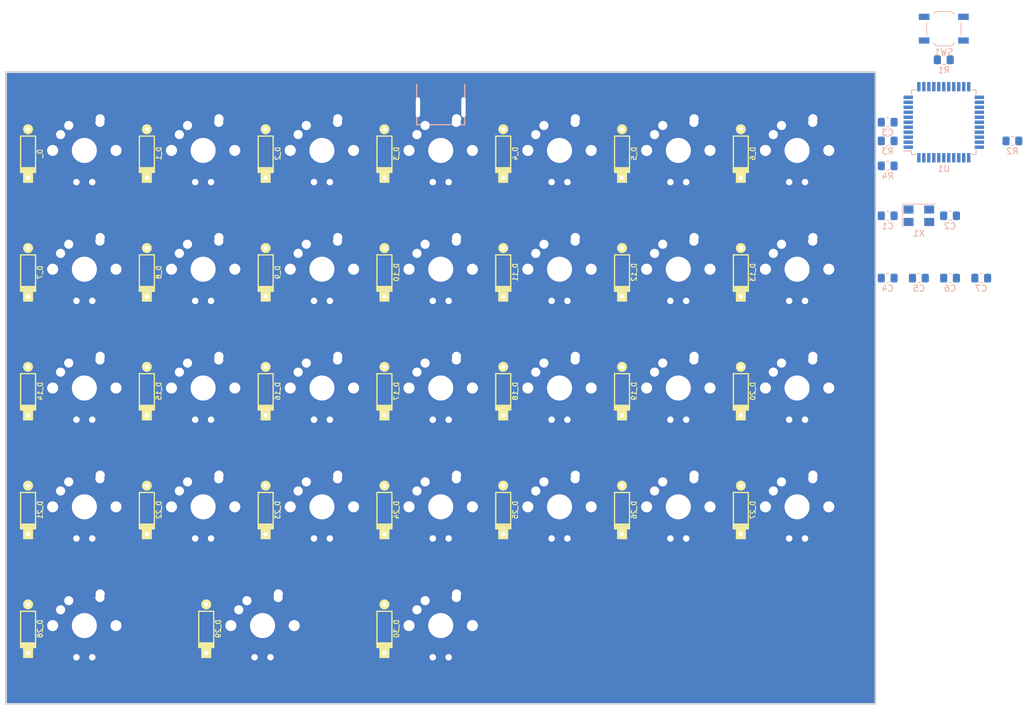
<source format=kicad_pcb>
(kicad_pcb (version 20171130) (host pcbnew "(5.0.0-3-g5ebb6b6)")

  (general
    (thickness 1.6)
    (drawings 0)
    (tracks 0)
    (zones 0)
    (modules 94)
    (nets 64)
  )

  (page A2)
  (layers
    (0 F.Cu signal)
    (31 B.Cu signal)
    (32 B.Adhes user)
    (33 F.Adhes user)
    (34 B.Paste user)
    (35 F.Paste user)
    (36 B.SilkS user)
    (37 F.SilkS user)
    (38 B.Mask user)
    (39 F.Mask user)
    (40 Dwgs.User user)
    (41 Cmts.User user)
    (42 Eco1.User user)
    (43 Eco2.User user)
    (44 Edge.Cuts user)
    (45 Margin user)
    (46 B.CrtYd user)
    (47 F.CrtYd user)
    (48 B.Fab user)
    (49 F.Fab user)
  )

  (setup
    (last_trace_width 0.25)
    (trace_clearance 0.2)
    (zone_clearance 0.508)
    (zone_45_only no)
    (trace_min 0.2)
    (segment_width 0.2)
    (edge_width 0.1)
    (via_size 0.8)
    (via_drill 0.4)
    (via_min_size 0.4)
    (via_min_drill 0.3)
    (uvia_size 0.3)
    (uvia_drill 0.1)
    (uvias_allowed no)
    (uvia_min_size 0.2)
    (uvia_min_drill 0.1)
    (pcb_text_width 0.3)
    (pcb_text_size 1.5 1.5)
    (mod_edge_width 0.15)
    (mod_text_size 1 1)
    (mod_text_width 0.15)
    (pad_size 1.5 1.5)
    (pad_drill 0.6)
    (pad_to_mask_clearance 0)
    (aux_axis_origin 0 0)
    (visible_elements FFFFFF7F)
    (pcbplotparams
      (layerselection 0x010fc_ffffffff)
      (usegerberextensions false)
      (usegerberattributes false)
      (usegerberadvancedattributes false)
      (creategerberjobfile false)
      (excludeedgelayer true)
      (linewidth 0.100000)
      (plotframeref false)
      (viasonmask false)
      (mode 1)
      (useauxorigin false)
      (hpglpennumber 1)
      (hpglpenspeed 20)
      (hpglpendiameter 15.000000)
      (psnegative false)
      (psa4output false)
      (plotreference true)
      (plotvalue true)
      (plotinvisibletext false)
      (padsonsilk false)
      (subtractmaskfromsilk false)
      (outputformat 1)
      (mirror false)
      (drillshape 1)
      (scaleselection 1)
      (outputdirectory ""))
  )

  (net 0 "")
  (net 1 "GND")
  (net 2 "VCC")
  (net 3 "/col0")
  (net 4 "/col1")
  (net 5 "/col2")
  (net 6 "/col3")
  (net 7 "/col4")
  (net 8 "/col5")
  (net 9 "/col6")
  (net 10 "/row0")
  (net 11 "/row1")
  (net 12 "/row2")
  (net 13 "/row3")
  (net 14 "/row4")
  (net 15 "/row5")
  (net 16 "Net-(K_-Pad1)")
  (net 17 "Net-(K_-Pad2)")
  (net 18 "Net-(K_-Pad3)")
  (net 19 "Net-(K_-Pad4)")
  (net 20 "Net-(D_-Pad1)")
  (net 21 "Net-(D_-Pad2)")
  (net 22 "Net-(K_1-Pad1)")
  (net 23 "Net-(K_1-Pad2)")
  (net 24 "Net-(K_1-Pad3)")
  (net 25 "Net-(K_1-Pad4)")
  (net 26 "Net-(D_1-Pad1)")
  (net 27 "Net-(D_1-Pad2)")
  (net 28 "Net-(K_2-Pad1)")
  (net 29 "Net-(K_2-Pad2)")
  (net 30 "Net-(K_2-Pad3)")
  (net 31 "Net-(K_2-Pad4)")
  (net 32 "Net-(D_2-Pad1)")
  (net 33 "Net-(D_2-Pad2)")
  (net 34 "Net-(K_3-Pad1)")
  (net 35 "Net-(K_3-Pad2)")
  (net 36 "Net-(K_3-Pad3)")
  (net 37 "Net-(K_3-Pad4)")
  (net 38 "Net-(D_3-Pad1)")
  (net 39 "Net-(D_3-Pad2)")
  (net 40 "Net-(K_4-Pad1)")
  (net 41 "Net-(K_4-Pad2)")
  (net 42 "Net-(K_4-Pad3)")
  (net 43 "Net-(K_4-Pad4)")
  (net 44 "Net-(D_4-Pad1)")
  (net 45 "Net-(D_4-Pad2)")
  (net 46 "Net-(K_5-Pad1)")
  (net 47 "Net-(K_5-Pad2)")
  (net 48 "Net-(K_5-Pad3)")
  (net 49 "Net-(K_5-Pad4)")
  (net 50 "Net-(D_5-Pad1)")
  (net 51 "Net-(D_5-Pad2)")
  (net 52 "Net-(K_6-Pad1)")
  (net 53 "Net-(K_6-Pad2)")
  (net 54 "Net-(K_6-Pad3)")
  (net 55 "Net-(K_6-Pad4)")
  (net 56 "Net-(D_6-Pad1)")
  (net 57 "Net-(D_6-Pad2)")
  (net 58 "Net-(K_7-Pad1)")
  (net 59 "Net-(K_7-Pad2)")
  (net 60 "Net-(K_7-Pad3)")
  (net 61 "Net-(K_7-Pad4)")
  (net 62 "Net-(D_7-Pad1)")
  (net 63 "Net-(D_7-Pad2)")
  (net 64 "Net-(K_8-Pad1)")
  (net 65 "Net-(K_8-Pad2)")
  (net 66 "Net-(K_8-Pad3)")
  (net 67 "Net-(K_8-Pad4)")
  (net 68 "Net-(D_8-Pad1)")
  (net 69 "Net-(D_8-Pad2)")
  (net 70 "Net-(K_9-Pad1)")
  (net 71 "Net-(K_9-Pad2)")
  (net 72 "Net-(K_9-Pad3)")
  (net 73 "Net-(K_9-Pad4)")
  (net 74 "Net-(D_9-Pad1)")
  (net 75 "Net-(D_9-Pad2)")
  (net 76 "Net-(K_10-Pad1)")
  (net 77 "Net-(K_10-Pad2)")
  (net 78 "Net-(K_10-Pad3)")
  (net 79 "Net-(K_10-Pad4)")
  (net 80 "Net-(D_10-Pad1)")
  (net 81 "Net-(D_10-Pad2)")
  (net 82 "Net-(K_11-Pad1)")
  (net 83 "Net-(K_11-Pad2)")
  (net 84 "Net-(K_11-Pad3)")
  (net 85 "Net-(K_11-Pad4)")
  (net 86 "Net-(D_11-Pad1)")
  (net 87 "Net-(D_11-Pad2)")
  (net 88 "Net-(K_12-Pad1)")
  (net 89 "Net-(K_12-Pad2)")
  (net 90 "Net-(K_12-Pad3)")
  (net 91 "Net-(K_12-Pad4)")
  (net 92 "Net-(D_12-Pad1)")
  (net 93 "Net-(D_12-Pad2)")
  (net 94 "Net-(K_13-Pad1)")
  (net 95 "Net-(K_13-Pad2)")
  (net 96 "Net-(K_13-Pad3)")
  (net 97 "Net-(K_13-Pad4)")
  (net 98 "Net-(D_13-Pad1)")
  (net 99 "Net-(D_13-Pad2)")
  (net 100 "Net-(K_14-Pad1)")
  (net 101 "Net-(K_14-Pad2)")
  (net 102 "Net-(K_14-Pad3)")
  (net 103 "Net-(K_14-Pad4)")
  (net 104 "Net-(D_14-Pad1)")
  (net 105 "Net-(D_14-Pad2)")
  (net 106 "Net-(K_15-Pad1)")
  (net 107 "Net-(K_15-Pad2)")
  (net 108 "Net-(K_15-Pad3)")
  (net 109 "Net-(K_15-Pad4)")
  (net 110 "Net-(D_15-Pad1)")
  (net 111 "Net-(D_15-Pad2)")
  (net 112 "Net-(K_16-Pad1)")
  (net 113 "Net-(K_16-Pad2)")
  (net 114 "Net-(K_16-Pad3)")
  (net 115 "Net-(K_16-Pad4)")
  (net 116 "Net-(D_16-Pad1)")
  (net 117 "Net-(D_16-Pad2)")
  (net 118 "Net-(K_17-Pad1)")
  (net 119 "Net-(K_17-Pad2)")
  (net 120 "Net-(K_17-Pad3)")
  (net 121 "Net-(K_17-Pad4)")
  (net 122 "Net-(D_17-Pad1)")
  (net 123 "Net-(D_17-Pad2)")
  (net 124 "Net-(K_18-Pad1)")
  (net 125 "Net-(K_18-Pad2)")
  (net 126 "Net-(K_18-Pad3)")
  (net 127 "Net-(K_18-Pad4)")
  (net 128 "Net-(D_18-Pad1)")
  (net 129 "Net-(D_18-Pad2)")
  (net 130 "Net-(K_19-Pad1)")
  (net 131 "Net-(K_19-Pad2)")
  (net 132 "Net-(K_19-Pad3)")
  (net 133 "Net-(K_19-Pad4)")
  (net 134 "Net-(D_19-Pad1)")
  (net 135 "Net-(D_19-Pad2)")
  (net 136 "Net-(K_20-Pad1)")
  (net 137 "Net-(K_20-Pad2)")
  (net 138 "Net-(K_20-Pad3)")
  (net 139 "Net-(K_20-Pad4)")
  (net 140 "Net-(D_20-Pad1)")
  (net 141 "Net-(D_20-Pad2)")
  (net 142 "Net-(K_21-Pad1)")
  (net 143 "Net-(K_21-Pad2)")
  (net 144 "Net-(K_21-Pad3)")
  (net 145 "Net-(K_21-Pad4)")
  (net 146 "Net-(D_21-Pad1)")
  (net 147 "Net-(D_21-Pad2)")
  (net 148 "Net-(K_22-Pad1)")
  (net 149 "Net-(K_22-Pad2)")
  (net 150 "Net-(K_22-Pad3)")
  (net 151 "Net-(K_22-Pad4)")
  (net 152 "Net-(D_22-Pad1)")
  (net 153 "Net-(D_22-Pad2)")
  (net 154 "Net-(K_23-Pad1)")
  (net 155 "Net-(K_23-Pad2)")
  (net 156 "Net-(K_23-Pad3)")
  (net 157 "Net-(K_23-Pad4)")
  (net 158 "Net-(D_23-Pad1)")
  (net 159 "Net-(D_23-Pad2)")
  (net 160 "Net-(K_24-Pad1)")
  (net 161 "Net-(K_24-Pad2)")
  (net 162 "Net-(K_24-Pad3)")
  (net 163 "Net-(K_24-Pad4)")
  (net 164 "Net-(D_24-Pad1)")
  (net 165 "Net-(D_24-Pad2)")
  (net 166 "Net-(K_25-Pad1)")
  (net 167 "Net-(K_25-Pad2)")
  (net 168 "Net-(K_25-Pad3)")
  (net 169 "Net-(K_25-Pad4)")
  (net 170 "Net-(D_25-Pad1)")
  (net 171 "Net-(D_25-Pad2)")
  (net 172 "Net-(K_26-Pad1)")
  (net 173 "Net-(K_26-Pad2)")
  (net 174 "Net-(K_26-Pad3)")
  (net 175 "Net-(K_26-Pad4)")
  (net 176 "Net-(D_26-Pad1)")
  (net 177 "Net-(D_26-Pad2)")
  (net 178 "Net-(K_27-Pad1)")
  (net 179 "Net-(K_27-Pad2)")
  (net 180 "Net-(K_27-Pad3)")
  (net 181 "Net-(K_27-Pad4)")
  (net 182 "Net-(D_27-Pad1)")
  (net 183 "Net-(D_27-Pad2)")
  (net 184 "Net-(K_28-Pad1)")
  (net 185 "Net-(K_28-Pad2)")
  (net 186 "Net-(K_28-Pad3)")
  (net 187 "Net-(K_28-Pad4)")
  (net 188 "Net-(D_28-Pad1)")
  (net 189 "Net-(D_28-Pad2)")
  (net 190 "Net-(K_29-Pad1)")
  (net 191 "Net-(K_29-Pad2)")
  (net 192 "Net-(K_29-Pad3)")
  (net 193 "Net-(K_29-Pad4)")
  (net 194 "Net-(D_29-Pad1)")
  (net 195 "Net-(D_29-Pad2)")
  (net 196 "Net-(K_30-Pad1)")
  (net 197 "Net-(K_30-Pad2)")
  (net 198 "Net-(K_30-Pad3)")
  (net 199 "Net-(K_30-Pad4)")
  (net 200 "Net-(D_30-Pad1)")
  (net 201 "Net-(D_30-Pad2)")
  (net 202 "Net-(C1-Pad1)")
  (net 203 "Net-(C1-Pad2)")
  (net 204 "Net-(C2-Pad1)")
  (net 205 "Net-(C2-Pad2)")
  (net 206 "Net-(X1-Pad1)")
  (net 207 "Net-(X1-Pad2)")
  (net 208 "Net-(X1-Pad3)")
  (net 209 "Net-(X1-Pad4)")
  (net 210 "Net-(R1-Pad1)")
  (net 211 "Net-(R1-Pad2)")
  (net 212 "Net-(R2-Pad1)")
  (net 213 "Net-(R2-Pad2)")
  (net 214 "Net-(R3-Pad1)")
  (net 215 "Net-(R3-Pad2)")
  (net 216 "Net-(R4-Pad1)")
  (net 217 "Net-(R4-Pad2)")
  (net 218 "Net-(USB1-Pad1)")
  (net 219 "Net-(USB1-Pad2)")
  (net 220 "Net-(USB1-Pad3)")
  (net 221 "Net-(USB1-Pad4)")
  (net 222 "Net-(USB1-Pad5)")
  (net 223 "Net-(USB1-Pad6)")
  (net 224 "Net-(C3-Pad1)")
  (net 225 "Net-(C3-Pad2)")
  (net 226 "Net-(U1-Pad1)")
  (net 227 "Net-(U1-Pad2)")
  (net 228 "Net-(U1-Pad3)")
  (net 229 "Net-(U1-Pad4)")
  (net 230 "Net-(U1-Pad5)")
  (net 231 "Net-(U1-Pad6)")
  (net 232 "Net-(U1-Pad7)")
  (net 233 "Net-(U1-Pad8)")
  (net 234 "Net-(U1-Pad9)")
  (net 235 "Net-(U1-Pad10)")
  (net 236 "Net-(U1-Pad11)")
  (net 237 "Net-(U1-Pad12)")
  (net 238 "Net-(U1-Pad13)")
  (net 239 "Net-(U1-Pad14)")
  (net 240 "Net-(U1-Pad15)")
  (net 241 "Net-(U1-Pad16)")
  (net 242 "Net-(U1-Pad17)")
  (net 243 "Net-(U1-Pad18)")
  (net 244 "Net-(U1-Pad19)")
  (net 245 "Net-(U1-Pad20)")
  (net 246 "Net-(U1-Pad21)")
  (net 247 "Net-(U1-Pad22)")
  (net 248 "Net-(U1-Pad23)")
  (net 249 "Net-(U1-Pad24)")
  (net 250 "Net-(U1-Pad25)")
  (net 251 "Net-(U1-Pad26)")
  (net 252 "Net-(U1-Pad27)")
  (net 253 "Net-(U1-Pad28)")
  (net 254 "Net-(U1-Pad29)")
  (net 255 "Net-(U1-Pad30)")
  (net 256 "Net-(U1-Pad31)")
  (net 257 "Net-(U1-Pad32)")
  (net 258 "Net-(U1-Pad33)")
  (net 259 "Net-(U1-Pad34)")
  (net 260 "Net-(U1-Pad35)")
  (net 261 "Net-(U1-Pad36)")
  (net 262 "Net-(U1-Pad37)")
  (net 263 "Net-(U1-Pad38)")
  (net 264 "Net-(U1-Pad39)")
  (net 265 "Net-(U1-Pad40)")
  (net 266 "Net-(U1-Pad41)")
  (net 267 "Net-(U1-Pad42)")
  (net 268 "Net-(U1-Pad43)")
  (net 269 "Net-(U1-Pad44)")
  (net 270 "Net-(C4-Pad1)")
  (net 271 "Net-(C4-Pad2)")
  (net 272 "Net-(C5-Pad1)")
  (net 273 "Net-(C5-Pad2)")
  (net 274 "Net-(C6-Pad1)")
  (net 275 "Net-(C6-Pad2)")
  (net 276 "Net-(C7-Pad1)")
  (net 277 "Net-(C7-Pad2)")
  
  (net_class Default "This is the default net class."
    (clearance 0.2)
    (trace_width 0.25)
    (via_dia 0.8)
    (via_drill 0.4)
    (uvia_dia 0.3)
    (uvia_drill 0.1)
    (add_net "")
    (add_net "GND")
    (add_net "VCC")
    (add_net "/col0")
    (add_net "/col1")
    (add_net "/col2")
    (add_net "/col3")
    (add_net "/col4")
    (add_net "/col5")
    (add_net "/col6")
    (add_net "/row0")
    (add_net "/row1")
    (add_net "/row2")
    (add_net "/row3")
    (add_net "/row4")
    (add_net "/row5")
    (add_net "Net-(K_-Pad1)")
    (add_net "Net-(K_-Pad2)")
    (add_net "Net-(K_-Pad3)")
    (add_net "Net-(K_-Pad4)")
    (add_net "Net-(D_-Pad1)")
    (add_net "Net-(D_-Pad2)")
    (add_net "Net-(K_1-Pad1)")
    (add_net "Net-(K_1-Pad2)")
    (add_net "Net-(K_1-Pad3)")
    (add_net "Net-(K_1-Pad4)")
    (add_net "Net-(D_1-Pad1)")
    (add_net "Net-(D_1-Pad2)")
    (add_net "Net-(K_2-Pad1)")
    (add_net "Net-(K_2-Pad2)")
    (add_net "Net-(K_2-Pad3)")
    (add_net "Net-(K_2-Pad4)")
    (add_net "Net-(D_2-Pad1)")
    (add_net "Net-(D_2-Pad2)")
    (add_net "Net-(K_3-Pad1)")
    (add_net "Net-(K_3-Pad2)")
    (add_net "Net-(K_3-Pad3)")
    (add_net "Net-(K_3-Pad4)")
    (add_net "Net-(D_3-Pad1)")
    (add_net "Net-(D_3-Pad2)")
    (add_net "Net-(K_4-Pad1)")
    (add_net "Net-(K_4-Pad2)")
    (add_net "Net-(K_4-Pad3)")
    (add_net "Net-(K_4-Pad4)")
    (add_net "Net-(D_4-Pad1)")
    (add_net "Net-(D_4-Pad2)")
    (add_net "Net-(K_5-Pad1)")
    (add_net "Net-(K_5-Pad2)")
    (add_net "Net-(K_5-Pad3)")
    (add_net "Net-(K_5-Pad4)")
    (add_net "Net-(D_5-Pad1)")
    (add_net "Net-(D_5-Pad2)")
    (add_net "Net-(K_6-Pad1)")
    (add_net "Net-(K_6-Pad2)")
    (add_net "Net-(K_6-Pad3)")
    (add_net "Net-(K_6-Pad4)")
    (add_net "Net-(D_6-Pad1)")
    (add_net "Net-(D_6-Pad2)")
    (add_net "Net-(K_7-Pad1)")
    (add_net "Net-(K_7-Pad2)")
    (add_net "Net-(K_7-Pad3)")
    (add_net "Net-(K_7-Pad4)")
    (add_net "Net-(D_7-Pad1)")
    (add_net "Net-(D_7-Pad2)")
    (add_net "Net-(K_8-Pad1)")
    (add_net "Net-(K_8-Pad2)")
    (add_net "Net-(K_8-Pad3)")
    (add_net "Net-(K_8-Pad4)")
    (add_net "Net-(D_8-Pad1)")
    (add_net "Net-(D_8-Pad2)")
    (add_net "Net-(K_9-Pad1)")
    (add_net "Net-(K_9-Pad2)")
    (add_net "Net-(K_9-Pad3)")
    (add_net "Net-(K_9-Pad4)")
    (add_net "Net-(D_9-Pad1)")
    (add_net "Net-(D_9-Pad2)")
    (add_net "Net-(K_10-Pad1)")
    (add_net "Net-(K_10-Pad2)")
    (add_net "Net-(K_10-Pad3)")
    (add_net "Net-(K_10-Pad4)")
    (add_net "Net-(D_10-Pad1)")
    (add_net "Net-(D_10-Pad2)")
    (add_net "Net-(K_11-Pad1)")
    (add_net "Net-(K_11-Pad2)")
    (add_net "Net-(K_11-Pad3)")
    (add_net "Net-(K_11-Pad4)")
    (add_net "Net-(D_11-Pad1)")
    (add_net "Net-(D_11-Pad2)")
    (add_net "Net-(K_12-Pad1)")
    (add_net "Net-(K_12-Pad2)")
    (add_net "Net-(K_12-Pad3)")
    (add_net "Net-(K_12-Pad4)")
    (add_net "Net-(D_12-Pad1)")
    (add_net "Net-(D_12-Pad2)")
    (add_net "Net-(K_13-Pad1)")
    (add_net "Net-(K_13-Pad2)")
    (add_net "Net-(K_13-Pad3)")
    (add_net "Net-(K_13-Pad4)")
    (add_net "Net-(D_13-Pad1)")
    (add_net "Net-(D_13-Pad2)")
    (add_net "Net-(K_14-Pad1)")
    (add_net "Net-(K_14-Pad2)")
    (add_net "Net-(K_14-Pad3)")
    (add_net "Net-(K_14-Pad4)")
    (add_net "Net-(D_14-Pad1)")
    (add_net "Net-(D_14-Pad2)")
    (add_net "Net-(K_15-Pad1)")
    (add_net "Net-(K_15-Pad2)")
    (add_net "Net-(K_15-Pad3)")
    (add_net "Net-(K_15-Pad4)")
    (add_net "Net-(D_15-Pad1)")
    (add_net "Net-(D_15-Pad2)")
    (add_net "Net-(K_16-Pad1)")
    (add_net "Net-(K_16-Pad2)")
    (add_net "Net-(K_16-Pad3)")
    (add_net "Net-(K_16-Pad4)")
    (add_net "Net-(D_16-Pad1)")
    (add_net "Net-(D_16-Pad2)")
    (add_net "Net-(K_17-Pad1)")
    (add_net "Net-(K_17-Pad2)")
    (add_net "Net-(K_17-Pad3)")
    (add_net "Net-(K_17-Pad4)")
    (add_net "Net-(D_17-Pad1)")
    (add_net "Net-(D_17-Pad2)")
    (add_net "Net-(K_18-Pad1)")
    (add_net "Net-(K_18-Pad2)")
    (add_net "Net-(K_18-Pad3)")
    (add_net "Net-(K_18-Pad4)")
    (add_net "Net-(D_18-Pad1)")
    (add_net "Net-(D_18-Pad2)")
    (add_net "Net-(K_19-Pad1)")
    (add_net "Net-(K_19-Pad2)")
    (add_net "Net-(K_19-Pad3)")
    (add_net "Net-(K_19-Pad4)")
    (add_net "Net-(D_19-Pad1)")
    (add_net "Net-(D_19-Pad2)")
    (add_net "Net-(K_20-Pad1)")
    (add_net "Net-(K_20-Pad2)")
    (add_net "Net-(K_20-Pad3)")
    (add_net "Net-(K_20-Pad4)")
    (add_net "Net-(D_20-Pad1)")
    (add_net "Net-(D_20-Pad2)")
    (add_net "Net-(K_21-Pad1)")
    (add_net "Net-(K_21-Pad2)")
    (add_net "Net-(K_21-Pad3)")
    (add_net "Net-(K_21-Pad4)")
    (add_net "Net-(D_21-Pad1)")
    (add_net "Net-(D_21-Pad2)")
    (add_net "Net-(K_22-Pad1)")
    (add_net "Net-(K_22-Pad2)")
    (add_net "Net-(K_22-Pad3)")
    (add_net "Net-(K_22-Pad4)")
    (add_net "Net-(D_22-Pad1)")
    (add_net "Net-(D_22-Pad2)")
    (add_net "Net-(K_23-Pad1)")
    (add_net "Net-(K_23-Pad2)")
    (add_net "Net-(K_23-Pad3)")
    (add_net "Net-(K_23-Pad4)")
    (add_net "Net-(D_23-Pad1)")
    (add_net "Net-(D_23-Pad2)")
    (add_net "Net-(K_24-Pad1)")
    (add_net "Net-(K_24-Pad2)")
    (add_net "Net-(K_24-Pad3)")
    (add_net "Net-(K_24-Pad4)")
    (add_net "Net-(D_24-Pad1)")
    (add_net "Net-(D_24-Pad2)")
    (add_net "Net-(K_25-Pad1)")
    (add_net "Net-(K_25-Pad2)")
    (add_net "Net-(K_25-Pad3)")
    (add_net "Net-(K_25-Pad4)")
    (add_net "Net-(D_25-Pad1)")
    (add_net "Net-(D_25-Pad2)")
    (add_net "Net-(K_26-Pad1)")
    (add_net "Net-(K_26-Pad2)")
    (add_net "Net-(K_26-Pad3)")
    (add_net "Net-(K_26-Pad4)")
    (add_net "Net-(D_26-Pad1)")
    (add_net "Net-(D_26-Pad2)")
    (add_net "Net-(K_27-Pad1)")
    (add_net "Net-(K_27-Pad2)")
    (add_net "Net-(K_27-Pad3)")
    (add_net "Net-(K_27-Pad4)")
    (add_net "Net-(D_27-Pad1)")
    (add_net "Net-(D_27-Pad2)")
    (add_net "Net-(K_28-Pad1)")
    (add_net "Net-(K_28-Pad2)")
    (add_net "Net-(K_28-Pad3)")
    (add_net "Net-(K_28-Pad4)")
    (add_net "Net-(D_28-Pad1)")
    (add_net "Net-(D_28-Pad2)")
    (add_net "Net-(K_29-Pad1)")
    (add_net "Net-(K_29-Pad2)")
    (add_net "Net-(K_29-Pad3)")
    (add_net "Net-(K_29-Pad4)")
    (add_net "Net-(D_29-Pad1)")
    (add_net "Net-(D_29-Pad2)")
    (add_net "Net-(K_30-Pad1)")
    (add_net "Net-(K_30-Pad2)")
    (add_net "Net-(K_30-Pad3)")
    (add_net "Net-(K_30-Pad4)")
    (add_net "Net-(D_30-Pad1)")
    (add_net "Net-(D_30-Pad2)")
    (add_net "Net-(C1-Pad1)")
    (add_net "Net-(C1-Pad2)")
    (add_net "Net-(C2-Pad1)")
    (add_net "Net-(C2-Pad2)")
    (add_net "Net-(X1-Pad1)")
    (add_net "Net-(X1-Pad2)")
    (add_net "Net-(X1-Pad3)")
    (add_net "Net-(X1-Pad4)")
    (add_net "Net-(R1-Pad1)")
    (add_net "Net-(R1-Pad2)")
    (add_net "Net-(R2-Pad1)")
    (add_net "Net-(R2-Pad2)")
    (add_net "Net-(R3-Pad1)")
    (add_net "Net-(R3-Pad2)")
    (add_net "Net-(R4-Pad1)")
    (add_net "Net-(R4-Pad2)")
    (add_net "Net-(USB1-Pad1)")
    (add_net "Net-(USB1-Pad2)")
    (add_net "Net-(USB1-Pad3)")
    (add_net "Net-(USB1-Pad4)")
    (add_net "Net-(USB1-Pad5)")
    (add_net "Net-(USB1-Pad6)")
    (add_net "Net-(C3-Pad1)")
    (add_net "Net-(C3-Pad2)")
    (add_net "Net-(U1-Pad1)")
    (add_net "Net-(U1-Pad2)")
    (add_net "Net-(U1-Pad3)")
    (add_net "Net-(U1-Pad4)")
    (add_net "Net-(U1-Pad5)")
    (add_net "Net-(U1-Pad6)")
    (add_net "Net-(U1-Pad7)")
    (add_net "Net-(U1-Pad8)")
    (add_net "Net-(U1-Pad9)")
    (add_net "Net-(U1-Pad10)")
    (add_net "Net-(U1-Pad11)")
    (add_net "Net-(U1-Pad12)")
    (add_net "Net-(U1-Pad13)")
    (add_net "Net-(U1-Pad14)")
    (add_net "Net-(U1-Pad15)")
    (add_net "Net-(U1-Pad16)")
    (add_net "Net-(U1-Pad17)")
    (add_net "Net-(U1-Pad18)")
    (add_net "Net-(U1-Pad19)")
    (add_net "Net-(U1-Pad20)")
    (add_net "Net-(U1-Pad21)")
    (add_net "Net-(U1-Pad22)")
    (add_net "Net-(U1-Pad23)")
    (add_net "Net-(U1-Pad24)")
    (add_net "Net-(U1-Pad25)")
    (add_net "Net-(U1-Pad26)")
    (add_net "Net-(U1-Pad27)")
    (add_net "Net-(U1-Pad28)")
    (add_net "Net-(U1-Pad29)")
    (add_net "Net-(U1-Pad30)")
    (add_net "Net-(U1-Pad31)")
    (add_net "Net-(U1-Pad32)")
    (add_net "Net-(U1-Pad33)")
    (add_net "Net-(U1-Pad34)")
    (add_net "Net-(U1-Pad35)")
    (add_net "Net-(U1-Pad36)")
    (add_net "Net-(U1-Pad37)")
    (add_net "Net-(U1-Pad38)")
    (add_net "Net-(U1-Pad39)")
    (add_net "Net-(U1-Pad40)")
    (add_net "Net-(U1-Pad41)")
    (add_net "Net-(U1-Pad42)")
    (add_net "Net-(U1-Pad43)")
    (add_net "Net-(U1-Pad44)")
    (add_net "Net-(C4-Pad1)")
    (add_net "Net-(C4-Pad2)")
    (add_net "Net-(C5-Pad1)")
    (add_net "Net-(C5-Pad2)")
    (add_net "Net-(C6-Pad1)")
    (add_net "Net-(C6-Pad2)")
    (add_net "Net-(C7-Pad1)")
    (add_net "Net-(C7-Pad2)")
    )

  (module MX_Alps_Hybrid:MX-1U-NoLED (layer F.Cu) (tedit 5A9F5203) (tstamp 295F5ACB)
  (at
  29.525
  29.525
  )
  (fp_text reference K_ (at 0 3.175) (layer Dwgs.User)
    (effects (font (size 1 1) (thickness 0.15)))
  )
  (fp_text value KEYSW (at 0 -7.9375) (layer Dwgs.User)
    (effects (font (size 1 1) (thickness 0.15)))
  )
  (fp_line (start 5 -7) (end 7 -7) (layer Dwgs.User) (width 0.15))
  (fp_line (start 7 -7) (end 7 -5) (layer Dwgs.User) (width 0.15))
  (fp_line (start 5 7) (end 7 7) (layer Dwgs.User) (width 0.15))
  (fp_line (start 7 7) (end 7 5) (layer Dwgs.User) (width 0.15))
  (fp_line (start -7 5) (end -7 7) (layer Dwgs.User) (width 0.15))
  (fp_line (start -7 7) (end -5 7) (layer Dwgs.User) (width 0.15))
  (fp_line (start -5 -7) (end -7 -7) (layer Dwgs.User) (width 0.15))
  (fp_line (start -7 -7) (end -7 -5) (layer Dwgs.User) (width 0.15))
  (fp_line (start -9.525 -9.525) (end 9.525 -9.525) (layer Dwgs.User) (width 0.15))
  (fp_line (start 9.525 -9.525) (end 9.525 9.525) (layer Dwgs.User) (width 0.15))
  (fp_line (start 9.525 9.525) (end -9.525 9.525) (layer Dwgs.User) (width 0.15))
  (fp_line (start -9.525 9.525) (end -9.525 -9.525) (layer Dwgs.User) (width 0.15))
  (pad 1 thru_hole circle (at -2.5 -4) (size 2.25 2.25) (drill 1.47) (layers *.Cu B.Mask)
    (net 16 "Net-(K_-Pad1)"))
  (pad 1 thru_hole oval (at -3.81 -2.54 48.0996) (size 4.211556 2.25) (drill 1.47 (offset 0.980778 0)) (layers *.Cu B.Mask)
    (net 16 "Net-(K_-Pad1)"))
  (pad 2 thru_hole oval (at 2.5 -4.5 86.0548) (size 2.831378 2.25) (drill 1.47 (offset 0.290689 0)) (layers *.Cu B.Mask)
    (net 21 "Net-(D_-Pad2)"))
  (pad 2 thru_hole circle (at 2.54 -5.08) (size 2.25 2.25) (drill 1.47) (layers *.Cu B.Mask)
    (net 21 "Net-(D_-Pad2)"))
  (pad "" np_thru_hole circle (at 0 0) (size 3.9878 3.9878) (drill 3.9878) (layers *.Cu *.Mask))
  (pad "" np_thru_hole circle (at -5.08 0 48.0996) (size 1.75 1.75) (drill 1.75) (layers *.Cu *.Mask))
  (pad "" np_thru_hole circle (at 5.08 0 48.0996) (size 1.75 1.75) (drill 1.75) (layers *.Cu *.Mask))

  (pad 3 thru_hole circle (at -1.27 5.08) (size 1.905 1.905) (drill 1.04) (layers *.Cu B.Mask)
    (net 18 "Net-(K_-Pad3)"))
  (pad 4 thru_hole rect (at 1.27 5.08) (size 1.905 1.905) (drill 1.04) (layers *.Cu B.Mask)
    (net 19 "Net-(K_-Pad4)"))
  (pad "" np_thru_hole circle (at 0 0) (size 3.9878 3.9878) (drill 3.9878) (layers *.Cu *.Mask))
  (pad "" np_thru_hole circle (at -5.08 0 48.0996) (size 1.75 1.75) (drill 1.75) (layers *.Cu *.Mask))
  (pad "" np_thru_hole circle (at 5.08 0 48.0996) (size 1.75 1.75) (drill 1.75) (layers *.Cu *.Mask))

  
  
  
)
(module keyboard_parts:D_SOD123_axial (layer F.Cu) (tedit 561B6A12) (tstamp 295F820F)
    (at
    20.5
    30.025
    90)
    (attr smd)
    (fp_text reference D_ (at 0 1.925 90) (layer F.SilkS)
      (effects (font (size 0.8 0.8) (thickness 0.15)) (justify mirror))
    )
    (fp_text value D (at 0 -1.925 90) (layer F.SilkS) hide
      (effects (font (size 0.8 0.8) (thickness 0.15)) (justify mirror))
    )
    (fp_line (start -2.275 -1.2) (end -2.275 1.2) (layer F.SilkS) (width 0.2))
    (fp_line (start -2.45 -1.2) (end -2.45 1.2) (layer F.SilkS) (width 0.2))
    (fp_line (start -2.625 -1.2) (end -2.625 1.2) (layer F.SilkS) (width 0.2))
    (fp_line (start -3.025 1.2) (end -3.025 -1.2) (layer F.SilkS) (width 0.2))
    (fp_line (start -2.8 -1.2) (end -2.8 1.2) (layer F.SilkS) (width 0.2))
    (fp_line (start -2.925 -1.2) (end -2.925 1.2) (layer F.SilkS) (width 0.2))
    (fp_line (start -3 -1.2) (end 2.8 -1.2) (layer F.SilkS) (width 0.2))
    (fp_line (start 2.8 -1.2) (end 2.8 1.2) (layer F.SilkS) (width 0.2))
    (fp_line (start 2.8 1.2) (end -3 1.2) (layer F.SilkS) (width 0.2))
    (pad 1 smd rect (at -2.7 0 90) (size 2.5 0.5) (layers F.Cu)
      (net 3 "/col0"))
    (pad 1 smd rect (at -1.575 0 90) (size 1.2 1.2) (layers F.Cu F.Paste F.Mask)
      (net 3 "/col0"))
    (pad 1 thru_hole rect (at -3.9 0 90) (size 1.6 1.6) (drill 0.7) (layers *.Cu *.Mask F.SilkS)
      (net 3 "/col0"))
    (pad 2 smd rect (at 1.575 0 90) (size 1.2 1.2) (layers F.Cu F.Paste F.Mask)
      (net 21 "Net-(D_-Pad2)"))
    (pad 2 smd rect (at 2.7 0 90) (size 2.5 0.5) (layers F.Cu)
      (net 21 "Net-(D_-Pad2)"))
    (pad 2 thru_hole circle (at 3.9 0 90) (size 1.6 1.6) (drill 0.7) (layers *.Cu *.Mask F.SilkS)
      (net 21 "Net-(D_-Pad2)"))
  )

(module MX_Alps_Hybrid:MX-1U-NoLED (layer F.Cu) (tedit 5A9F5203) (tstamp 295F8EE1)
  (at
  48.575
  29.525
  )
  (fp_text reference K_1 (at 0 3.175) (layer Dwgs.User)
    (effects (font (size 1 1) (thickness 0.15)))
  )
  (fp_text value KEYSW (at 0 -7.9375) (layer Dwgs.User)
    (effects (font (size 1 1) (thickness 0.15)))
  )
  (fp_line (start 5 -7) (end 7 -7) (layer Dwgs.User) (width 0.15))
  (fp_line (start 7 -7) (end 7 -5) (layer Dwgs.User) (width 0.15))
  (fp_line (start 5 7) (end 7 7) (layer Dwgs.User) (width 0.15))
  (fp_line (start 7 7) (end 7 5) (layer Dwgs.User) (width 0.15))
  (fp_line (start -7 5) (end -7 7) (layer Dwgs.User) (width 0.15))
  (fp_line (start -7 7) (end -5 7) (layer Dwgs.User) (width 0.15))
  (fp_line (start -5 -7) (end -7 -7) (layer Dwgs.User) (width 0.15))
  (fp_line (start -7 -7) (end -7 -5) (layer Dwgs.User) (width 0.15))
  (fp_line (start -9.525 -9.525) (end 9.525 -9.525) (layer Dwgs.User) (width 0.15))
  (fp_line (start 9.525 -9.525) (end 9.525 9.525) (layer Dwgs.User) (width 0.15))
  (fp_line (start 9.525 9.525) (end -9.525 9.525) (layer Dwgs.User) (width 0.15))
  (fp_line (start -9.525 9.525) (end -9.525 -9.525) (layer Dwgs.User) (width 0.15))
  (pad 1 thru_hole circle (at -2.5 -4) (size 2.25 2.25) (drill 1.47) (layers *.Cu B.Mask)
    (net 22 "Net-(K_1-Pad1)"))
  (pad 1 thru_hole oval (at -3.81 -2.54 48.0996) (size 4.211556 2.25) (drill 1.47 (offset 0.980778 0)) (layers *.Cu B.Mask)
    (net 22 "Net-(K_1-Pad1)"))
  (pad 2 thru_hole oval (at 2.5 -4.5 86.0548) (size 2.831378 2.25) (drill 1.47 (offset 0.290689 0)) (layers *.Cu B.Mask)
    (net 27 "Net-(D_1-Pad2)"))
  (pad 2 thru_hole circle (at 2.54 -5.08) (size 2.25 2.25) (drill 1.47) (layers *.Cu B.Mask)
    (net 27 "Net-(D_1-Pad2)"))
  (pad "" np_thru_hole circle (at 0 0) (size 3.9878 3.9878) (drill 3.9878) (layers *.Cu *.Mask))
  (pad "" np_thru_hole circle (at -5.08 0 48.0996) (size 1.75 1.75) (drill 1.75) (layers *.Cu *.Mask))
  (pad "" np_thru_hole circle (at 5.08 0 48.0996) (size 1.75 1.75) (drill 1.75) (layers *.Cu *.Mask))

  (pad 3 thru_hole circle (at -1.27 5.08) (size 1.905 1.905) (drill 1.04) (layers *.Cu B.Mask)
    (net 24 "Net-(K_1-Pad3)"))
  (pad 4 thru_hole rect (at 1.27 5.08) (size 1.905 1.905) (drill 1.04) (layers *.Cu B.Mask)
    (net 25 "Net-(K_1-Pad4)"))
  (pad "" np_thru_hole circle (at 0 0) (size 3.9878 3.9878) (drill 3.9878) (layers *.Cu *.Mask))
  (pad "" np_thru_hole circle (at -5.08 0 48.0996) (size 1.75 1.75) (drill 1.75) (layers *.Cu *.Mask))
  (pad "" np_thru_hole circle (at 5.08 0 48.0996) (size 1.75 1.75) (drill 1.75) (layers *.Cu *.Mask))

  
  
  
)
(module keyboard_parts:D_SOD123_axial (layer F.Cu) (tedit 561B6A12) (tstamp 295F85BB)
    (at
    39.55
    30.025
    90)
    (attr smd)
    (fp_text reference D_1 (at 0 1.925 90) (layer F.SilkS)
      (effects (font (size 0.8 0.8) (thickness 0.15)) (justify mirror))
    )
    (fp_text value D (at 0 -1.925 90) (layer F.SilkS) hide
      (effects (font (size 0.8 0.8) (thickness 0.15)) (justify mirror))
    )
    (fp_line (start -2.275 -1.2) (end -2.275 1.2) (layer F.SilkS) (width 0.2))
    (fp_line (start -2.45 -1.2) (end -2.45 1.2) (layer F.SilkS) (width 0.2))
    (fp_line (start -2.625 -1.2) (end -2.625 1.2) (layer F.SilkS) (width 0.2))
    (fp_line (start -3.025 1.2) (end -3.025 -1.2) (layer F.SilkS) (width 0.2))
    (fp_line (start -2.8 -1.2) (end -2.8 1.2) (layer F.SilkS) (width 0.2))
    (fp_line (start -2.925 -1.2) (end -2.925 1.2) (layer F.SilkS) (width 0.2))
    (fp_line (start -3 -1.2) (end 2.8 -1.2) (layer F.SilkS) (width 0.2))
    (fp_line (start 2.8 -1.2) (end 2.8 1.2) (layer F.SilkS) (width 0.2))
    (fp_line (start 2.8 1.2) (end -3 1.2) (layer F.SilkS) (width 0.2))
    (pad 1 smd rect (at -2.7 0 90) (size 2.5 0.5) (layers F.Cu)
      (net 4 "/col1"))
    (pad 1 smd rect (at -1.575 0 90) (size 1.2 1.2) (layers F.Cu F.Paste F.Mask)
      (net 4 "/col1"))
    (pad 1 thru_hole rect (at -3.9 0 90) (size 1.6 1.6) (drill 0.7) (layers *.Cu *.Mask F.SilkS)
      (net 4 "/col1"))
    (pad 2 smd rect (at 1.575 0 90) (size 1.2 1.2) (layers F.Cu F.Paste F.Mask)
      (net 27 "Net-(D_1-Pad2)"))
    (pad 2 smd rect (at 2.7 0 90) (size 2.5 0.5) (layers F.Cu)
      (net 27 "Net-(D_1-Pad2)"))
    (pad 2 thru_hole circle (at 3.9 0 90) (size 1.6 1.6) (drill 0.7) (layers *.Cu *.Mask F.SilkS)
      (net 27 "Net-(D_1-Pad2)"))
  )

(module MX_Alps_Hybrid:MX-1U-NoLED (layer F.Cu) (tedit 5A9F5203) (tstamp 295F4F42)
  (at
  67.625
  29.525
  )
  (fp_text reference K_2 (at 0 3.175) (layer Dwgs.User)
    (effects (font (size 1 1) (thickness 0.15)))
  )
  (fp_text value KEYSW (at 0 -7.9375) (layer Dwgs.User)
    (effects (font (size 1 1) (thickness 0.15)))
  )
  (fp_line (start 5 -7) (end 7 -7) (layer Dwgs.User) (width 0.15))
  (fp_line (start 7 -7) (end 7 -5) (layer Dwgs.User) (width 0.15))
  (fp_line (start 5 7) (end 7 7) (layer Dwgs.User) (width 0.15))
  (fp_line (start 7 7) (end 7 5) (layer Dwgs.User) (width 0.15))
  (fp_line (start -7 5) (end -7 7) (layer Dwgs.User) (width 0.15))
  (fp_line (start -7 7) (end -5 7) (layer Dwgs.User) (width 0.15))
  (fp_line (start -5 -7) (end -7 -7) (layer Dwgs.User) (width 0.15))
  (fp_line (start -7 -7) (end -7 -5) (layer Dwgs.User) (width 0.15))
  (fp_line (start -9.525 -9.525) (end 9.525 -9.525) (layer Dwgs.User) (width 0.15))
  (fp_line (start 9.525 -9.525) (end 9.525 9.525) (layer Dwgs.User) (width 0.15))
  (fp_line (start 9.525 9.525) (end -9.525 9.525) (layer Dwgs.User) (width 0.15))
  (fp_line (start -9.525 9.525) (end -9.525 -9.525) (layer Dwgs.User) (width 0.15))
  (pad 1 thru_hole circle (at -2.5 -4) (size 2.25 2.25) (drill 1.47) (layers *.Cu B.Mask)
    (net 28 "Net-(K_2-Pad1)"))
  (pad 1 thru_hole oval (at -3.81 -2.54 48.0996) (size 4.211556 2.25) (drill 1.47 (offset 0.980778 0)) (layers *.Cu B.Mask)
    (net 28 "Net-(K_2-Pad1)"))
  (pad 2 thru_hole oval (at 2.5 -4.5 86.0548) (size 2.831378 2.25) (drill 1.47 (offset 0.290689 0)) (layers *.Cu B.Mask)
    (net 33 "Net-(D_2-Pad2)"))
  (pad 2 thru_hole circle (at 2.54 -5.08) (size 2.25 2.25) (drill 1.47) (layers *.Cu B.Mask)
    (net 33 "Net-(D_2-Pad2)"))
  (pad "" np_thru_hole circle (at 0 0) (size 3.9878 3.9878) (drill 3.9878) (layers *.Cu *.Mask))
  (pad "" np_thru_hole circle (at -5.08 0 48.0996) (size 1.75 1.75) (drill 1.75) (layers *.Cu *.Mask))
  (pad "" np_thru_hole circle (at 5.08 0 48.0996) (size 1.75 1.75) (drill 1.75) (layers *.Cu *.Mask))

  (pad 3 thru_hole circle (at -1.27 5.08) (size 1.905 1.905) (drill 1.04) (layers *.Cu B.Mask)
    (net 30 "Net-(K_2-Pad3)"))
  (pad 4 thru_hole rect (at 1.27 5.08) (size 1.905 1.905) (drill 1.04) (layers *.Cu B.Mask)
    (net 31 "Net-(K_2-Pad4)"))
  (pad "" np_thru_hole circle (at 0 0) (size 3.9878 3.9878) (drill 3.9878) (layers *.Cu *.Mask))
  (pad "" np_thru_hole circle (at -5.08 0 48.0996) (size 1.75 1.75) (drill 1.75) (layers *.Cu *.Mask))
  (pad "" np_thru_hole circle (at 5.08 0 48.0996) (size 1.75 1.75) (drill 1.75) (layers *.Cu *.Mask))

  
  
  
)
(module keyboard_parts:D_SOD123_axial (layer F.Cu) (tedit 561B6A12) (tstamp 295F6AE3)
    (at
    58.6
    30.025
    90)
    (attr smd)
    (fp_text reference D_2 (at 0 1.925 90) (layer F.SilkS)
      (effects (font (size 0.8 0.8) (thickness 0.15)) (justify mirror))
    )
    (fp_text value D (at 0 -1.925 90) (layer F.SilkS) hide
      (effects (font (size 0.8 0.8) (thickness 0.15)) (justify mirror))
    )
    (fp_line (start -2.275 -1.2) (end -2.275 1.2) (layer F.SilkS) (width 0.2))
    (fp_line (start -2.45 -1.2) (end -2.45 1.2) (layer F.SilkS) (width 0.2))
    (fp_line (start -2.625 -1.2) (end -2.625 1.2) (layer F.SilkS) (width 0.2))
    (fp_line (start -3.025 1.2) (end -3.025 -1.2) (layer F.SilkS) (width 0.2))
    (fp_line (start -2.8 -1.2) (end -2.8 1.2) (layer F.SilkS) (width 0.2))
    (fp_line (start -2.925 -1.2) (end -2.925 1.2) (layer F.SilkS) (width 0.2))
    (fp_line (start -3 -1.2) (end 2.8 -1.2) (layer F.SilkS) (width 0.2))
    (fp_line (start 2.8 -1.2) (end 2.8 1.2) (layer F.SilkS) (width 0.2))
    (fp_line (start 2.8 1.2) (end -3 1.2) (layer F.SilkS) (width 0.2))
    (pad 1 smd rect (at -2.7 0 90) (size 2.5 0.5) (layers F.Cu)
      (net 5 "/col2"))
    (pad 1 smd rect (at -1.575 0 90) (size 1.2 1.2) (layers F.Cu F.Paste F.Mask)
      (net 5 "/col2"))
    (pad 1 thru_hole rect (at -3.9 0 90) (size 1.6 1.6) (drill 0.7) (layers *.Cu *.Mask F.SilkS)
      (net 5 "/col2"))
    (pad 2 smd rect (at 1.575 0 90) (size 1.2 1.2) (layers F.Cu F.Paste F.Mask)
      (net 33 "Net-(D_2-Pad2)"))
    (pad 2 smd rect (at 2.7 0 90) (size 2.5 0.5) (layers F.Cu)
      (net 33 "Net-(D_2-Pad2)"))
    (pad 2 thru_hole circle (at 3.9 0 90) (size 1.6 1.6) (drill 0.7) (layers *.Cu *.Mask F.SilkS)
      (net 33 "Net-(D_2-Pad2)"))
  )

(module MX_Alps_Hybrid:MX-1U-NoLED (layer F.Cu) (tedit 5A9F5203) (tstamp 295FBC2D)
  (at
  86.675
  29.525
  )
  (fp_text reference K_3 (at 0 3.175) (layer Dwgs.User)
    (effects (font (size 1 1) (thickness 0.15)))
  )
  (fp_text value KEYSW (at 0 -7.9375) (layer Dwgs.User)
    (effects (font (size 1 1) (thickness 0.15)))
  )
  (fp_line (start 5 -7) (end 7 -7) (layer Dwgs.User) (width 0.15))
  (fp_line (start 7 -7) (end 7 -5) (layer Dwgs.User) (width 0.15))
  (fp_line (start 5 7) (end 7 7) (layer Dwgs.User) (width 0.15))
  (fp_line (start 7 7) (end 7 5) (layer Dwgs.User) (width 0.15))
  (fp_line (start -7 5) (end -7 7) (layer Dwgs.User) (width 0.15))
  (fp_line (start -7 7) (end -5 7) (layer Dwgs.User) (width 0.15))
  (fp_line (start -5 -7) (end -7 -7) (layer Dwgs.User) (width 0.15))
  (fp_line (start -7 -7) (end -7 -5) (layer Dwgs.User) (width 0.15))
  (fp_line (start -9.525 -9.525) (end 9.525 -9.525) (layer Dwgs.User) (width 0.15))
  (fp_line (start 9.525 -9.525) (end 9.525 9.525) (layer Dwgs.User) (width 0.15))
  (fp_line (start 9.525 9.525) (end -9.525 9.525) (layer Dwgs.User) (width 0.15))
  (fp_line (start -9.525 9.525) (end -9.525 -9.525) (layer Dwgs.User) (width 0.15))
  (pad 1 thru_hole circle (at -2.5 -4) (size 2.25 2.25) (drill 1.47) (layers *.Cu B.Mask)
    (net 34 "Net-(K_3-Pad1)"))
  (pad 1 thru_hole oval (at -3.81 -2.54 48.0996) (size 4.211556 2.25) (drill 1.47 (offset 0.980778 0)) (layers *.Cu B.Mask)
    (net 34 "Net-(K_3-Pad1)"))
  (pad 2 thru_hole oval (at 2.5 -4.5 86.0548) (size 2.831378 2.25) (drill 1.47 (offset 0.290689 0)) (layers *.Cu B.Mask)
    (net 39 "Net-(D_3-Pad2)"))
  (pad 2 thru_hole circle (at 2.54 -5.08) (size 2.25 2.25) (drill 1.47) (layers *.Cu B.Mask)
    (net 39 "Net-(D_3-Pad2)"))
  (pad "" np_thru_hole circle (at 0 0) (size 3.9878 3.9878) (drill 3.9878) (layers *.Cu *.Mask))
  (pad "" np_thru_hole circle (at -5.08 0 48.0996) (size 1.75 1.75) (drill 1.75) (layers *.Cu *.Mask))
  (pad "" np_thru_hole circle (at 5.08 0 48.0996) (size 1.75 1.75) (drill 1.75) (layers *.Cu *.Mask))

  (pad 3 thru_hole circle (at -1.27 5.08) (size 1.905 1.905) (drill 1.04) (layers *.Cu B.Mask)
    (net 36 "Net-(K_3-Pad3)"))
  (pad 4 thru_hole rect (at 1.27 5.08) (size 1.905 1.905) (drill 1.04) (layers *.Cu B.Mask)
    (net 37 "Net-(K_3-Pad4)"))
  (pad "" np_thru_hole circle (at 0 0) (size 3.9878 3.9878) (drill 3.9878) (layers *.Cu *.Mask))
  (pad "" np_thru_hole circle (at -5.08 0 48.0996) (size 1.75 1.75) (drill 1.75) (layers *.Cu *.Mask))
  (pad "" np_thru_hole circle (at 5.08 0 48.0996) (size 1.75 1.75) (drill 1.75) (layers *.Cu *.Mask))

  
  
  
)
(module keyboard_parts:D_SOD123_axial (layer F.Cu) (tedit 561B6A12) (tstamp 295F8F61)
    (at
    77.65
    30.025
    90)
    (attr smd)
    (fp_text reference D_3 (at 0 1.925 90) (layer F.SilkS)
      (effects (font (size 0.8 0.8) (thickness 0.15)) (justify mirror))
    )
    (fp_text value D (at 0 -1.925 90) (layer F.SilkS) hide
      (effects (font (size 0.8 0.8) (thickness 0.15)) (justify mirror))
    )
    (fp_line (start -2.275 -1.2) (end -2.275 1.2) (layer F.SilkS) (width 0.2))
    (fp_line (start -2.45 -1.2) (end -2.45 1.2) (layer F.SilkS) (width 0.2))
    (fp_line (start -2.625 -1.2) (end -2.625 1.2) (layer F.SilkS) (width 0.2))
    (fp_line (start -3.025 1.2) (end -3.025 -1.2) (layer F.SilkS) (width 0.2))
    (fp_line (start -2.8 -1.2) (end -2.8 1.2) (layer F.SilkS) (width 0.2))
    (fp_line (start -2.925 -1.2) (end -2.925 1.2) (layer F.SilkS) (width 0.2))
    (fp_line (start -3 -1.2) (end 2.8 -1.2) (layer F.SilkS) (width 0.2))
    (fp_line (start 2.8 -1.2) (end 2.8 1.2) (layer F.SilkS) (width 0.2))
    (fp_line (start 2.8 1.2) (end -3 1.2) (layer F.SilkS) (width 0.2))
    (pad 1 smd rect (at -2.7 0 90) (size 2.5 0.5) (layers F.Cu)
      (net 6 "/col3"))
    (pad 1 smd rect (at -1.575 0 90) (size 1.2 1.2) (layers F.Cu F.Paste F.Mask)
      (net 6 "/col3"))
    (pad 1 thru_hole rect (at -3.9 0 90) (size 1.6 1.6) (drill 0.7) (layers *.Cu *.Mask F.SilkS)
      (net 6 "/col3"))
    (pad 2 smd rect (at 1.575 0 90) (size 1.2 1.2) (layers F.Cu F.Paste F.Mask)
      (net 39 "Net-(D_3-Pad2)"))
    (pad 2 smd rect (at 2.7 0 90) (size 2.5 0.5) (layers F.Cu)
      (net 39 "Net-(D_3-Pad2)"))
    (pad 2 thru_hole circle (at 3.9 0 90) (size 1.6 1.6) (drill 0.7) (layers *.Cu *.Mask F.SilkS)
      (net 39 "Net-(D_3-Pad2)"))
  )

(module MX_Alps_Hybrid:MX-1U-NoLED (layer F.Cu) (tedit 5A9F5203) (tstamp 295FFC3D)
  (at
  105.725
  29.525
  )
  (fp_text reference K_4 (at 0 3.175) (layer Dwgs.User)
    (effects (font (size 1 1) (thickness 0.15)))
  )
  (fp_text value KEYSW (at 0 -7.9375) (layer Dwgs.User)
    (effects (font (size 1 1) (thickness 0.15)))
  )
  (fp_line (start 5 -7) (end 7 -7) (layer Dwgs.User) (width 0.15))
  (fp_line (start 7 -7) (end 7 -5) (layer Dwgs.User) (width 0.15))
  (fp_line (start 5 7) (end 7 7) (layer Dwgs.User) (width 0.15))
  (fp_line (start 7 7) (end 7 5) (layer Dwgs.User) (width 0.15))
  (fp_line (start -7 5) (end -7 7) (layer Dwgs.User) (width 0.15))
  (fp_line (start -7 7) (end -5 7) (layer Dwgs.User) (width 0.15))
  (fp_line (start -5 -7) (end -7 -7) (layer Dwgs.User) (width 0.15))
  (fp_line (start -7 -7) (end -7 -5) (layer Dwgs.User) (width 0.15))
  (fp_line (start -9.525 -9.525) (end 9.525 -9.525) (layer Dwgs.User) (width 0.15))
  (fp_line (start 9.525 -9.525) (end 9.525 9.525) (layer Dwgs.User) (width 0.15))
  (fp_line (start 9.525 9.525) (end -9.525 9.525) (layer Dwgs.User) (width 0.15))
  (fp_line (start -9.525 9.525) (end -9.525 -9.525) (layer Dwgs.User) (width 0.15))
  (pad 1 thru_hole circle (at -2.5 -4) (size 2.25 2.25) (drill 1.47) (layers *.Cu B.Mask)
    (net 40 "Net-(K_4-Pad1)"))
  (pad 1 thru_hole oval (at -3.81 -2.54 48.0996) (size 4.211556 2.25) (drill 1.47 (offset 0.980778 0)) (layers *.Cu B.Mask)
    (net 40 "Net-(K_4-Pad1)"))
  (pad 2 thru_hole oval (at 2.5 -4.5 86.0548) (size 2.831378 2.25) (drill 1.47 (offset 0.290689 0)) (layers *.Cu B.Mask)
    (net 45 "Net-(D_4-Pad2)"))
  (pad 2 thru_hole circle (at 2.54 -5.08) (size 2.25 2.25) (drill 1.47) (layers *.Cu B.Mask)
    (net 45 "Net-(D_4-Pad2)"))
  (pad "" np_thru_hole circle (at 0 0) (size 3.9878 3.9878) (drill 3.9878) (layers *.Cu *.Mask))
  (pad "" np_thru_hole circle (at -5.08 0 48.0996) (size 1.75 1.75) (drill 1.75) (layers *.Cu *.Mask))
  (pad "" np_thru_hole circle (at 5.08 0 48.0996) (size 1.75 1.75) (drill 1.75) (layers *.Cu *.Mask))

  (pad 3 thru_hole circle (at -1.27 5.08) (size 1.905 1.905) (drill 1.04) (layers *.Cu B.Mask)
    (net 42 "Net-(K_4-Pad3)"))
  (pad 4 thru_hole rect (at 1.27 5.08) (size 1.905 1.905) (drill 1.04) (layers *.Cu B.Mask)
    (net 43 "Net-(K_4-Pad4)"))
  (pad "" np_thru_hole circle (at 0 0) (size 3.9878 3.9878) (drill 3.9878) (layers *.Cu *.Mask))
  (pad "" np_thru_hole circle (at -5.08 0 48.0996) (size 1.75 1.75) (drill 1.75) (layers *.Cu *.Mask))
  (pad "" np_thru_hole circle (at 5.08 0 48.0996) (size 1.75 1.75) (drill 1.75) (layers *.Cu *.Mask))

  
  
  
)
(module keyboard_parts:D_SOD123_axial (layer F.Cu) (tedit 561B6A12) (tstamp 295F1BD1)
    (at
    96.7
    30.025
    90)
    (attr smd)
    (fp_text reference D_4 (at 0 1.925 90) (layer F.SilkS)
      (effects (font (size 0.8 0.8) (thickness 0.15)) (justify mirror))
    )
    (fp_text value D (at 0 -1.925 90) (layer F.SilkS) hide
      (effects (font (size 0.8 0.8) (thickness 0.15)) (justify mirror))
    )
    (fp_line (start -2.275 -1.2) (end -2.275 1.2) (layer F.SilkS) (width 0.2))
    (fp_line (start -2.45 -1.2) (end -2.45 1.2) (layer F.SilkS) (width 0.2))
    (fp_line (start -2.625 -1.2) (end -2.625 1.2) (layer F.SilkS) (width 0.2))
    (fp_line (start -3.025 1.2) (end -3.025 -1.2) (layer F.SilkS) (width 0.2))
    (fp_line (start -2.8 -1.2) (end -2.8 1.2) (layer F.SilkS) (width 0.2))
    (fp_line (start -2.925 -1.2) (end -2.925 1.2) (layer F.SilkS) (width 0.2))
    (fp_line (start -3 -1.2) (end 2.8 -1.2) (layer F.SilkS) (width 0.2))
    (fp_line (start 2.8 -1.2) (end 2.8 1.2) (layer F.SilkS) (width 0.2))
    (fp_line (start 2.8 1.2) (end -3 1.2) (layer F.SilkS) (width 0.2))
    (pad 1 smd rect (at -2.7 0 90) (size 2.5 0.5) (layers F.Cu)
      (net 7 "/col4"))
    (pad 1 smd rect (at -1.575 0 90) (size 1.2 1.2) (layers F.Cu F.Paste F.Mask)
      (net 7 "/col4"))
    (pad 1 thru_hole rect (at -3.9 0 90) (size 1.6 1.6) (drill 0.7) (layers *.Cu *.Mask F.SilkS)
      (net 7 "/col4"))
    (pad 2 smd rect (at 1.575 0 90) (size 1.2 1.2) (layers F.Cu F.Paste F.Mask)
      (net 45 "Net-(D_4-Pad2)"))
    (pad 2 smd rect (at 2.7 0 90) (size 2.5 0.5) (layers F.Cu)
      (net 45 "Net-(D_4-Pad2)"))
    (pad 2 thru_hole circle (at 3.9 0 90) (size 1.6 1.6) (drill 0.7) (layers *.Cu *.Mask F.SilkS)
      (net 45 "Net-(D_4-Pad2)"))
  )

(module MX_Alps_Hybrid:MX-1U-NoLED (layer F.Cu) (tedit 5A9F5203) (tstamp 295F5BCE)
  (at
  124.775
  29.525
  )
  (fp_text reference K_5 (at 0 3.175) (layer Dwgs.User)
    (effects (font (size 1 1) (thickness 0.15)))
  )
  (fp_text value KEYSW (at 0 -7.9375) (layer Dwgs.User)
    (effects (font (size 1 1) (thickness 0.15)))
  )
  (fp_line (start 5 -7) (end 7 -7) (layer Dwgs.User) (width 0.15))
  (fp_line (start 7 -7) (end 7 -5) (layer Dwgs.User) (width 0.15))
  (fp_line (start 5 7) (end 7 7) (layer Dwgs.User) (width 0.15))
  (fp_line (start 7 7) (end 7 5) (layer Dwgs.User) (width 0.15))
  (fp_line (start -7 5) (end -7 7) (layer Dwgs.User) (width 0.15))
  (fp_line (start -7 7) (end -5 7) (layer Dwgs.User) (width 0.15))
  (fp_line (start -5 -7) (end -7 -7) (layer Dwgs.User) (width 0.15))
  (fp_line (start -7 -7) (end -7 -5) (layer Dwgs.User) (width 0.15))
  (fp_line (start -9.525 -9.525) (end 9.525 -9.525) (layer Dwgs.User) (width 0.15))
  (fp_line (start 9.525 -9.525) (end 9.525 9.525) (layer Dwgs.User) (width 0.15))
  (fp_line (start 9.525 9.525) (end -9.525 9.525) (layer Dwgs.User) (width 0.15))
  (fp_line (start -9.525 9.525) (end -9.525 -9.525) (layer Dwgs.User) (width 0.15))
  (pad 1 thru_hole circle (at -2.5 -4) (size 2.25 2.25) (drill 1.47) (layers *.Cu B.Mask)
    (net 46 "Net-(K_5-Pad1)"))
  (pad 1 thru_hole oval (at -3.81 -2.54 48.0996) (size 4.211556 2.25) (drill 1.47 (offset 0.980778 0)) (layers *.Cu B.Mask)
    (net 46 "Net-(K_5-Pad1)"))
  (pad 2 thru_hole oval (at 2.5 -4.5 86.0548) (size 2.831378 2.25) (drill 1.47 (offset 0.290689 0)) (layers *.Cu B.Mask)
    (net 51 "Net-(D_5-Pad2)"))
  (pad 2 thru_hole circle (at 2.54 -5.08) (size 2.25 2.25) (drill 1.47) (layers *.Cu B.Mask)
    (net 51 "Net-(D_5-Pad2)"))
  (pad "" np_thru_hole circle (at 0 0) (size 3.9878 3.9878) (drill 3.9878) (layers *.Cu *.Mask))
  (pad "" np_thru_hole circle (at -5.08 0 48.0996) (size 1.75 1.75) (drill 1.75) (layers *.Cu *.Mask))
  (pad "" np_thru_hole circle (at 5.08 0 48.0996) (size 1.75 1.75) (drill 1.75) (layers *.Cu *.Mask))

  (pad 3 thru_hole circle (at -1.27 5.08) (size 1.905 1.905) (drill 1.04) (layers *.Cu B.Mask)
    (net 48 "Net-(K_5-Pad3)"))
  (pad 4 thru_hole rect (at 1.27 5.08) (size 1.905 1.905) (drill 1.04) (layers *.Cu B.Mask)
    (net 49 "Net-(K_5-Pad4)"))
  (pad "" np_thru_hole circle (at 0 0) (size 3.9878 3.9878) (drill 3.9878) (layers *.Cu *.Mask))
  (pad "" np_thru_hole circle (at -5.08 0 48.0996) (size 1.75 1.75) (drill 1.75) (layers *.Cu *.Mask))
  (pad "" np_thru_hole circle (at 5.08 0 48.0996) (size 1.75 1.75) (drill 1.75) (layers *.Cu *.Mask))

  
  
  
)
(module keyboard_parts:D_SOD123_axial (layer F.Cu) (tedit 561B6A12) (tstamp 295F09CD)
    (at
    115.75
    30.025
    90)
    (attr smd)
    (fp_text reference D_5 (at 0 1.925 90) (layer F.SilkS)
      (effects (font (size 0.8 0.8) (thickness 0.15)) (justify mirror))
    )
    (fp_text value D (at 0 -1.925 90) (layer F.SilkS) hide
      (effects (font (size 0.8 0.8) (thickness 0.15)) (justify mirror))
    )
    (fp_line (start -2.275 -1.2) (end -2.275 1.2) (layer F.SilkS) (width 0.2))
    (fp_line (start -2.45 -1.2) (end -2.45 1.2) (layer F.SilkS) (width 0.2))
    (fp_line (start -2.625 -1.2) (end -2.625 1.2) (layer F.SilkS) (width 0.2))
    (fp_line (start -3.025 1.2) (end -3.025 -1.2) (layer F.SilkS) (width 0.2))
    (fp_line (start -2.8 -1.2) (end -2.8 1.2) (layer F.SilkS) (width 0.2))
    (fp_line (start -2.925 -1.2) (end -2.925 1.2) (layer F.SilkS) (width 0.2))
    (fp_line (start -3 -1.2) (end 2.8 -1.2) (layer F.SilkS) (width 0.2))
    (fp_line (start 2.8 -1.2) (end 2.8 1.2) (layer F.SilkS) (width 0.2))
    (fp_line (start 2.8 1.2) (end -3 1.2) (layer F.SilkS) (width 0.2))
    (pad 1 smd rect (at -2.7 0 90) (size 2.5 0.5) (layers F.Cu)
      (net 8 "/col5"))
    (pad 1 smd rect (at -1.575 0 90) (size 1.2 1.2) (layers F.Cu F.Paste F.Mask)
      (net 8 "/col5"))
    (pad 1 thru_hole rect (at -3.9 0 90) (size 1.6 1.6) (drill 0.7) (layers *.Cu *.Mask F.SilkS)
      (net 8 "/col5"))
    (pad 2 smd rect (at 1.575 0 90) (size 1.2 1.2) (layers F.Cu F.Paste F.Mask)
      (net 51 "Net-(D_5-Pad2)"))
    (pad 2 smd rect (at 2.7 0 90) (size 2.5 0.5) (layers F.Cu)
      (net 51 "Net-(D_5-Pad2)"))
    (pad 2 thru_hole circle (at 3.9 0 90) (size 1.6 1.6) (drill 0.7) (layers *.Cu *.Mask F.SilkS)
      (net 51 "Net-(D_5-Pad2)"))
  )

(module MX_Alps_Hybrid:MX-1U-NoLED (layer F.Cu) (tedit 5A9F5203) (tstamp 295FDF54)
  (at
  143.825
  29.525
  )
  (fp_text reference K_6 (at 0 3.175) (layer Dwgs.User)
    (effects (font (size 1 1) (thickness 0.15)))
  )
  (fp_text value KEYSW (at 0 -7.9375) (layer Dwgs.User)
    (effects (font (size 1 1) (thickness 0.15)))
  )
  (fp_line (start 5 -7) (end 7 -7) (layer Dwgs.User) (width 0.15))
  (fp_line (start 7 -7) (end 7 -5) (layer Dwgs.User) (width 0.15))
  (fp_line (start 5 7) (end 7 7) (layer Dwgs.User) (width 0.15))
  (fp_line (start 7 7) (end 7 5) (layer Dwgs.User) (width 0.15))
  (fp_line (start -7 5) (end -7 7) (layer Dwgs.User) (width 0.15))
  (fp_line (start -7 7) (end -5 7) (layer Dwgs.User) (width 0.15))
  (fp_line (start -5 -7) (end -7 -7) (layer Dwgs.User) (width 0.15))
  (fp_line (start -7 -7) (end -7 -5) (layer Dwgs.User) (width 0.15))
  (fp_line (start -9.525 -9.525) (end 9.525 -9.525) (layer Dwgs.User) (width 0.15))
  (fp_line (start 9.525 -9.525) (end 9.525 9.525) (layer Dwgs.User) (width 0.15))
  (fp_line (start 9.525 9.525) (end -9.525 9.525) (layer Dwgs.User) (width 0.15))
  (fp_line (start -9.525 9.525) (end -9.525 -9.525) (layer Dwgs.User) (width 0.15))
  (pad 1 thru_hole circle (at -2.5 -4) (size 2.25 2.25) (drill 1.47) (layers *.Cu B.Mask)
    (net 52 "Net-(K_6-Pad1)"))
  (pad 1 thru_hole oval (at -3.81 -2.54 48.0996) (size 4.211556 2.25) (drill 1.47 (offset 0.980778 0)) (layers *.Cu B.Mask)
    (net 52 "Net-(K_6-Pad1)"))
  (pad 2 thru_hole oval (at 2.5 -4.5 86.0548) (size 2.831378 2.25) (drill 1.47 (offset 0.290689 0)) (layers *.Cu B.Mask)
    (net 57 "Net-(D_6-Pad2)"))
  (pad 2 thru_hole circle (at 2.54 -5.08) (size 2.25 2.25) (drill 1.47) (layers *.Cu B.Mask)
    (net 57 "Net-(D_6-Pad2)"))
  (pad "" np_thru_hole circle (at 0 0) (size 3.9878 3.9878) (drill 3.9878) (layers *.Cu *.Mask))
  (pad "" np_thru_hole circle (at -5.08 0 48.0996) (size 1.75 1.75) (drill 1.75) (layers *.Cu *.Mask))
  (pad "" np_thru_hole circle (at 5.08 0 48.0996) (size 1.75 1.75) (drill 1.75) (layers *.Cu *.Mask))

  (pad 3 thru_hole circle (at -1.27 5.08) (size 1.905 1.905) (drill 1.04) (layers *.Cu B.Mask)
    (net 54 "Net-(K_6-Pad3)"))
  (pad 4 thru_hole rect (at 1.27 5.08) (size 1.905 1.905) (drill 1.04) (layers *.Cu B.Mask)
    (net 55 "Net-(K_6-Pad4)"))
  (pad "" np_thru_hole circle (at 0 0) (size 3.9878 3.9878) (drill 3.9878) (layers *.Cu *.Mask))
  (pad "" np_thru_hole circle (at -5.08 0 48.0996) (size 1.75 1.75) (drill 1.75) (layers *.Cu *.Mask))
  (pad "" np_thru_hole circle (at 5.08 0 48.0996) (size 1.75 1.75) (drill 1.75) (layers *.Cu *.Mask))

  
  
  
)
(module keyboard_parts:D_SOD123_axial (layer F.Cu) (tedit 561B6A12) (tstamp 295F788E)
    (at
    134.8
    30.025
    90)
    (attr smd)
    (fp_text reference D_6 (at 0 1.925 90) (layer F.SilkS)
      (effects (font (size 0.8 0.8) (thickness 0.15)) (justify mirror))
    )
    (fp_text value D (at 0 -1.925 90) (layer F.SilkS) hide
      (effects (font (size 0.8 0.8) (thickness 0.15)) (justify mirror))
    )
    (fp_line (start -2.275 -1.2) (end -2.275 1.2) (layer F.SilkS) (width 0.2))
    (fp_line (start -2.45 -1.2) (end -2.45 1.2) (layer F.SilkS) (width 0.2))
    (fp_line (start -2.625 -1.2) (end -2.625 1.2) (layer F.SilkS) (width 0.2))
    (fp_line (start -3.025 1.2) (end -3.025 -1.2) (layer F.SilkS) (width 0.2))
    (fp_line (start -2.8 -1.2) (end -2.8 1.2) (layer F.SilkS) (width 0.2))
    (fp_line (start -2.925 -1.2) (end -2.925 1.2) (layer F.SilkS) (width 0.2))
    (fp_line (start -3 -1.2) (end 2.8 -1.2) (layer F.SilkS) (width 0.2))
    (fp_line (start 2.8 -1.2) (end 2.8 1.2) (layer F.SilkS) (width 0.2))
    (fp_line (start 2.8 1.2) (end -3 1.2) (layer F.SilkS) (width 0.2))
    (pad 1 smd rect (at -2.7 0 90) (size 2.5 0.5) (layers F.Cu)
      (net 9 "/col6"))
    (pad 1 smd rect (at -1.575 0 90) (size 1.2 1.2) (layers F.Cu F.Paste F.Mask)
      (net 9 "/col6"))
    (pad 1 thru_hole rect (at -3.9 0 90) (size 1.6 1.6) (drill 0.7) (layers *.Cu *.Mask F.SilkS)
      (net 9 "/col6"))
    (pad 2 smd rect (at 1.575 0 90) (size 1.2 1.2) (layers F.Cu F.Paste F.Mask)
      (net 57 "Net-(D_6-Pad2)"))
    (pad 2 smd rect (at 2.7 0 90) (size 2.5 0.5) (layers F.Cu)
      (net 57 "Net-(D_6-Pad2)"))
    (pad 2 thru_hole circle (at 3.9 0 90) (size 1.6 1.6) (drill 0.7) (layers *.Cu *.Mask F.SilkS)
      (net 57 "Net-(D_6-Pad2)"))
  )

(module MX_Alps_Hybrid:MX-1U-NoLED (layer F.Cu) (tedit 5A9F5203) (tstamp 295F4288)
  (at
  29.525
  48.575
  )
  (fp_text reference K_7 (at 0 3.175) (layer Dwgs.User)
    (effects (font (size 1 1) (thickness 0.15)))
  )
  (fp_text value KEYSW (at 0 -7.9375) (layer Dwgs.User)
    (effects (font (size 1 1) (thickness 0.15)))
  )
  (fp_line (start 5 -7) (end 7 -7) (layer Dwgs.User) (width 0.15))
  (fp_line (start 7 -7) (end 7 -5) (layer Dwgs.User) (width 0.15))
  (fp_line (start 5 7) (end 7 7) (layer Dwgs.User) (width 0.15))
  (fp_line (start 7 7) (end 7 5) (layer Dwgs.User) (width 0.15))
  (fp_line (start -7 5) (end -7 7) (layer Dwgs.User) (width 0.15))
  (fp_line (start -7 7) (end -5 7) (layer Dwgs.User) (width 0.15))
  (fp_line (start -5 -7) (end -7 -7) (layer Dwgs.User) (width 0.15))
  (fp_line (start -7 -7) (end -7 -5) (layer Dwgs.User) (width 0.15))
  (fp_line (start -9.525 -9.525) (end 9.525 -9.525) (layer Dwgs.User) (width 0.15))
  (fp_line (start 9.525 -9.525) (end 9.525 9.525) (layer Dwgs.User) (width 0.15))
  (fp_line (start 9.525 9.525) (end -9.525 9.525) (layer Dwgs.User) (width 0.15))
  (fp_line (start -9.525 9.525) (end -9.525 -9.525) (layer Dwgs.User) (width 0.15))
  (pad 1 thru_hole circle (at -2.5 -4) (size 2.25 2.25) (drill 1.47) (layers *.Cu B.Mask)
    (net 58 "Net-(K_7-Pad1)"))
  (pad 1 thru_hole oval (at -3.81 -2.54 48.0996) (size 4.211556 2.25) (drill 1.47 (offset 0.980778 0)) (layers *.Cu B.Mask)
    (net 58 "Net-(K_7-Pad1)"))
  (pad 2 thru_hole oval (at 2.5 -4.5 86.0548) (size 2.831378 2.25) (drill 1.47 (offset 0.290689 0)) (layers *.Cu B.Mask)
    (net 63 "Net-(D_7-Pad2)"))
  (pad 2 thru_hole circle (at 2.54 -5.08) (size 2.25 2.25) (drill 1.47) (layers *.Cu B.Mask)
    (net 63 "Net-(D_7-Pad2)"))
  (pad "" np_thru_hole circle (at 0 0) (size 3.9878 3.9878) (drill 3.9878) (layers *.Cu *.Mask))
  (pad "" np_thru_hole circle (at -5.08 0 48.0996) (size 1.75 1.75) (drill 1.75) (layers *.Cu *.Mask))
  (pad "" np_thru_hole circle (at 5.08 0 48.0996) (size 1.75 1.75) (drill 1.75) (layers *.Cu *.Mask))

  (pad 3 thru_hole circle (at -1.27 5.08) (size 1.905 1.905) (drill 1.04) (layers *.Cu B.Mask)
    (net 60 "Net-(K_7-Pad3)"))
  (pad 4 thru_hole rect (at 1.27 5.08) (size 1.905 1.905) (drill 1.04) (layers *.Cu B.Mask)
    (net 61 "Net-(K_7-Pad4)"))
  (pad "" np_thru_hole circle (at 0 0) (size 3.9878 3.9878) (drill 3.9878) (layers *.Cu *.Mask))
  (pad "" np_thru_hole circle (at -5.08 0 48.0996) (size 1.75 1.75) (drill 1.75) (layers *.Cu *.Mask))
  (pad "" np_thru_hole circle (at 5.08 0 48.0996) (size 1.75 1.75) (drill 1.75) (layers *.Cu *.Mask))

  
  
  
)
(module keyboard_parts:D_SOD123_axial (layer F.Cu) (tedit 561B6A12) (tstamp 295FF21E)
    (at
    20.5
    49.075
    90)
    (attr smd)
    (fp_text reference D_7 (at 0 1.925 90) (layer F.SilkS)
      (effects (font (size 0.8 0.8) (thickness 0.15)) (justify mirror))
    )
    (fp_text value D (at 0 -1.925 90) (layer F.SilkS) hide
      (effects (font (size 0.8 0.8) (thickness 0.15)) (justify mirror))
    )
    (fp_line (start -2.275 -1.2) (end -2.275 1.2) (layer F.SilkS) (width 0.2))
    (fp_line (start -2.45 -1.2) (end -2.45 1.2) (layer F.SilkS) (width 0.2))
    (fp_line (start -2.625 -1.2) (end -2.625 1.2) (layer F.SilkS) (width 0.2))
    (fp_line (start -3.025 1.2) (end -3.025 -1.2) (layer F.SilkS) (width 0.2))
    (fp_line (start -2.8 -1.2) (end -2.8 1.2) (layer F.SilkS) (width 0.2))
    (fp_line (start -2.925 -1.2) (end -2.925 1.2) (layer F.SilkS) (width 0.2))
    (fp_line (start -3 -1.2) (end 2.8 -1.2) (layer F.SilkS) (width 0.2))
    (fp_line (start 2.8 -1.2) (end 2.8 1.2) (layer F.SilkS) (width 0.2))
    (fp_line (start 2.8 1.2) (end -3 1.2) (layer F.SilkS) (width 0.2))
    (pad 1 smd rect (at -2.7 0 90) (size 2.5 0.5) (layers F.Cu)
      (net 3 "/col0"))
    (pad 1 smd rect (at -1.575 0 90) (size 1.2 1.2) (layers F.Cu F.Paste F.Mask)
      (net 3 "/col0"))
    (pad 1 thru_hole rect (at -3.9 0 90) (size 1.6 1.6) (drill 0.7) (layers *.Cu *.Mask F.SilkS)
      (net 3 "/col0"))
    (pad 2 smd rect (at 1.575 0 90) (size 1.2 1.2) (layers F.Cu F.Paste F.Mask)
      (net 63 "Net-(D_7-Pad2)"))
    (pad 2 smd rect (at 2.7 0 90) (size 2.5 0.5) (layers F.Cu)
      (net 63 "Net-(D_7-Pad2)"))
    (pad 2 thru_hole circle (at 3.9 0 90) (size 1.6 1.6) (drill 0.7) (layers *.Cu *.Mask F.SilkS)
      (net 63 "Net-(D_7-Pad2)"))
  )

(module MX_Alps_Hybrid:MX-1U-NoLED (layer F.Cu) (tedit 5A9F5203) (tstamp 295FA311)
  (at
  48.575
  48.575
  )
  (fp_text reference K_8 (at 0 3.175) (layer Dwgs.User)
    (effects (font (size 1 1) (thickness 0.15)))
  )
  (fp_text value KEYSW (at 0 -7.9375) (layer Dwgs.User)
    (effects (font (size 1 1) (thickness 0.15)))
  )
  (fp_line (start 5 -7) (end 7 -7) (layer Dwgs.User) (width 0.15))
  (fp_line (start 7 -7) (end 7 -5) (layer Dwgs.User) (width 0.15))
  (fp_line (start 5 7) (end 7 7) (layer Dwgs.User) (width 0.15))
  (fp_line (start 7 7) (end 7 5) (layer Dwgs.User) (width 0.15))
  (fp_line (start -7 5) (end -7 7) (layer Dwgs.User) (width 0.15))
  (fp_line (start -7 7) (end -5 7) (layer Dwgs.User) (width 0.15))
  (fp_line (start -5 -7) (end -7 -7) (layer Dwgs.User) (width 0.15))
  (fp_line (start -7 -7) (end -7 -5) (layer Dwgs.User) (width 0.15))
  (fp_line (start -9.525 -9.525) (end 9.525 -9.525) (layer Dwgs.User) (width 0.15))
  (fp_line (start 9.525 -9.525) (end 9.525 9.525) (layer Dwgs.User) (width 0.15))
  (fp_line (start 9.525 9.525) (end -9.525 9.525) (layer Dwgs.User) (width 0.15))
  (fp_line (start -9.525 9.525) (end -9.525 -9.525) (layer Dwgs.User) (width 0.15))
  (pad 1 thru_hole circle (at -2.5 -4) (size 2.25 2.25) (drill 1.47) (layers *.Cu B.Mask)
    (net 64 "Net-(K_8-Pad1)"))
  (pad 1 thru_hole oval (at -3.81 -2.54 48.0996) (size 4.211556 2.25) (drill 1.47 (offset 0.980778 0)) (layers *.Cu B.Mask)
    (net 64 "Net-(K_8-Pad1)"))
  (pad 2 thru_hole oval (at 2.5 -4.5 86.0548) (size 2.831378 2.25) (drill 1.47 (offset 0.290689 0)) (layers *.Cu B.Mask)
    (net 69 "Net-(D_8-Pad2)"))
  (pad 2 thru_hole circle (at 2.54 -5.08) (size 2.25 2.25) (drill 1.47) (layers *.Cu B.Mask)
    (net 69 "Net-(D_8-Pad2)"))
  (pad "" np_thru_hole circle (at 0 0) (size 3.9878 3.9878) (drill 3.9878) (layers *.Cu *.Mask))
  (pad "" np_thru_hole circle (at -5.08 0 48.0996) (size 1.75 1.75) (drill 1.75) (layers *.Cu *.Mask))
  (pad "" np_thru_hole circle (at 5.08 0 48.0996) (size 1.75 1.75) (drill 1.75) (layers *.Cu *.Mask))

  (pad 3 thru_hole circle (at -1.27 5.08) (size 1.905 1.905) (drill 1.04) (layers *.Cu B.Mask)
    (net 66 "Net-(K_8-Pad3)"))
  (pad 4 thru_hole rect (at 1.27 5.08) (size 1.905 1.905) (drill 1.04) (layers *.Cu B.Mask)
    (net 67 "Net-(K_8-Pad4)"))
  (pad "" np_thru_hole circle (at 0 0) (size 3.9878 3.9878) (drill 3.9878) (layers *.Cu *.Mask))
  (pad "" np_thru_hole circle (at -5.08 0 48.0996) (size 1.75 1.75) (drill 1.75) (layers *.Cu *.Mask))
  (pad "" np_thru_hole circle (at 5.08 0 48.0996) (size 1.75 1.75) (drill 1.75) (layers *.Cu *.Mask))

  
  
  
)
(module keyboard_parts:D_SOD123_axial (layer F.Cu) (tedit 561B6A12) (tstamp 295F10C0)
    (at
    39.55
    49.075
    90)
    (attr smd)
    (fp_text reference D_8 (at 0 1.925 90) (layer F.SilkS)
      (effects (font (size 0.8 0.8) (thickness 0.15)) (justify mirror))
    )
    (fp_text value D (at 0 -1.925 90) (layer F.SilkS) hide
      (effects (font (size 0.8 0.8) (thickness 0.15)) (justify mirror))
    )
    (fp_line (start -2.275 -1.2) (end -2.275 1.2) (layer F.SilkS) (width 0.2))
    (fp_line (start -2.45 -1.2) (end -2.45 1.2) (layer F.SilkS) (width 0.2))
    (fp_line (start -2.625 -1.2) (end -2.625 1.2) (layer F.SilkS) (width 0.2))
    (fp_line (start -3.025 1.2) (end -3.025 -1.2) (layer F.SilkS) (width 0.2))
    (fp_line (start -2.8 -1.2) (end -2.8 1.2) (layer F.SilkS) (width 0.2))
    (fp_line (start -2.925 -1.2) (end -2.925 1.2) (layer F.SilkS) (width 0.2))
    (fp_line (start -3 -1.2) (end 2.8 -1.2) (layer F.SilkS) (width 0.2))
    (fp_line (start 2.8 -1.2) (end 2.8 1.2) (layer F.SilkS) (width 0.2))
    (fp_line (start 2.8 1.2) (end -3 1.2) (layer F.SilkS) (width 0.2))
    (pad 1 smd rect (at -2.7 0 90) (size 2.5 0.5) (layers F.Cu)
      (net 4 "/col1"))
    (pad 1 smd rect (at -1.575 0 90) (size 1.2 1.2) (layers F.Cu F.Paste F.Mask)
      (net 4 "/col1"))
    (pad 1 thru_hole rect (at -3.9 0 90) (size 1.6 1.6) (drill 0.7) (layers *.Cu *.Mask F.SilkS)
      (net 4 "/col1"))
    (pad 2 smd rect (at 1.575 0 90) (size 1.2 1.2) (layers F.Cu F.Paste F.Mask)
      (net 69 "Net-(D_8-Pad2)"))
    (pad 2 smd rect (at 2.7 0 90) (size 2.5 0.5) (layers F.Cu)
      (net 69 "Net-(D_8-Pad2)"))
    (pad 2 thru_hole circle (at 3.9 0 90) (size 1.6 1.6) (drill 0.7) (layers *.Cu *.Mask F.SilkS)
      (net 69 "Net-(D_8-Pad2)"))
  )

(module MX_Alps_Hybrid:MX-1U-NoLED (layer F.Cu) (tedit 5A9F5203) (tstamp 295F7F14)
  (at
  67.625
  48.575
  )
  (fp_text reference K_9 (at 0 3.175) (layer Dwgs.User)
    (effects (font (size 1 1) (thickness 0.15)))
  )
  (fp_text value KEYSW (at 0 -7.9375) (layer Dwgs.User)
    (effects (font (size 1 1) (thickness 0.15)))
  )
  (fp_line (start 5 -7) (end 7 -7) (layer Dwgs.User) (width 0.15))
  (fp_line (start 7 -7) (end 7 -5) (layer Dwgs.User) (width 0.15))
  (fp_line (start 5 7) (end 7 7) (layer Dwgs.User) (width 0.15))
  (fp_line (start 7 7) (end 7 5) (layer Dwgs.User) (width 0.15))
  (fp_line (start -7 5) (end -7 7) (layer Dwgs.User) (width 0.15))
  (fp_line (start -7 7) (end -5 7) (layer Dwgs.User) (width 0.15))
  (fp_line (start -5 -7) (end -7 -7) (layer Dwgs.User) (width 0.15))
  (fp_line (start -7 -7) (end -7 -5) (layer Dwgs.User) (width 0.15))
  (fp_line (start -9.525 -9.525) (end 9.525 -9.525) (layer Dwgs.User) (width 0.15))
  (fp_line (start 9.525 -9.525) (end 9.525 9.525) (layer Dwgs.User) (width 0.15))
  (fp_line (start 9.525 9.525) (end -9.525 9.525) (layer Dwgs.User) (width 0.15))
  (fp_line (start -9.525 9.525) (end -9.525 -9.525) (layer Dwgs.User) (width 0.15))
  (pad 1 thru_hole circle (at -2.5 -4) (size 2.25 2.25) (drill 1.47) (layers *.Cu B.Mask)
    (net 70 "Net-(K_9-Pad1)"))
  (pad 1 thru_hole oval (at -3.81 -2.54 48.0996) (size 4.211556 2.25) (drill 1.47 (offset 0.980778 0)) (layers *.Cu B.Mask)
    (net 70 "Net-(K_9-Pad1)"))
  (pad 2 thru_hole oval (at 2.5 -4.5 86.0548) (size 2.831378 2.25) (drill 1.47 (offset 0.290689 0)) (layers *.Cu B.Mask)
    (net 75 "Net-(D_9-Pad2)"))
  (pad 2 thru_hole circle (at 2.54 -5.08) (size 2.25 2.25) (drill 1.47) (layers *.Cu B.Mask)
    (net 75 "Net-(D_9-Pad2)"))
  (pad "" np_thru_hole circle (at 0 0) (size 3.9878 3.9878) (drill 3.9878) (layers *.Cu *.Mask))
  (pad "" np_thru_hole circle (at -5.08 0 48.0996) (size 1.75 1.75) (drill 1.75) (layers *.Cu *.Mask))
  (pad "" np_thru_hole circle (at 5.08 0 48.0996) (size 1.75 1.75) (drill 1.75) (layers *.Cu *.Mask))

  (pad 3 thru_hole circle (at -1.27 5.08) (size 1.905 1.905) (drill 1.04) (layers *.Cu B.Mask)
    (net 72 "Net-(K_9-Pad3)"))
  (pad 4 thru_hole rect (at 1.27 5.08) (size 1.905 1.905) (drill 1.04) (layers *.Cu B.Mask)
    (net 73 "Net-(K_9-Pad4)"))
  (pad "" np_thru_hole circle (at 0 0) (size 3.9878 3.9878) (drill 3.9878) (layers *.Cu *.Mask))
  (pad "" np_thru_hole circle (at -5.08 0 48.0996) (size 1.75 1.75) (drill 1.75) (layers *.Cu *.Mask))
  (pad "" np_thru_hole circle (at 5.08 0 48.0996) (size 1.75 1.75) (drill 1.75) (layers *.Cu *.Mask))

  
  
  
)
(module keyboard_parts:D_SOD123_axial (layer F.Cu) (tedit 561B6A12) (tstamp 295F8683)
    (at
    58.6
    49.075
    90)
    (attr smd)
    (fp_text reference D_9 (at 0 1.925 90) (layer F.SilkS)
      (effects (font (size 0.8 0.8) (thickness 0.15)) (justify mirror))
    )
    (fp_text value D (at 0 -1.925 90) (layer F.SilkS) hide
      (effects (font (size 0.8 0.8) (thickness 0.15)) (justify mirror))
    )
    (fp_line (start -2.275 -1.2) (end -2.275 1.2) (layer F.SilkS) (width 0.2))
    (fp_line (start -2.45 -1.2) (end -2.45 1.2) (layer F.SilkS) (width 0.2))
    (fp_line (start -2.625 -1.2) (end -2.625 1.2) (layer F.SilkS) (width 0.2))
    (fp_line (start -3.025 1.2) (end -3.025 -1.2) (layer F.SilkS) (width 0.2))
    (fp_line (start -2.8 -1.2) (end -2.8 1.2) (layer F.SilkS) (width 0.2))
    (fp_line (start -2.925 -1.2) (end -2.925 1.2) (layer F.SilkS) (width 0.2))
    (fp_line (start -3 -1.2) (end 2.8 -1.2) (layer F.SilkS) (width 0.2))
    (fp_line (start 2.8 -1.2) (end 2.8 1.2) (layer F.SilkS) (width 0.2))
    (fp_line (start 2.8 1.2) (end -3 1.2) (layer F.SilkS) (width 0.2))
    (pad 1 smd rect (at -2.7 0 90) (size 2.5 0.5) (layers F.Cu)
      (net 5 "/col2"))
    (pad 1 smd rect (at -1.575 0 90) (size 1.2 1.2) (layers F.Cu F.Paste F.Mask)
      (net 5 "/col2"))
    (pad 1 thru_hole rect (at -3.9 0 90) (size 1.6 1.6) (drill 0.7) (layers *.Cu *.Mask F.SilkS)
      (net 5 "/col2"))
    (pad 2 smd rect (at 1.575 0 90) (size 1.2 1.2) (layers F.Cu F.Paste F.Mask)
      (net 75 "Net-(D_9-Pad2)"))
    (pad 2 smd rect (at 2.7 0 90) (size 2.5 0.5) (layers F.Cu)
      (net 75 "Net-(D_9-Pad2)"))
    (pad 2 thru_hole circle (at 3.9 0 90) (size 1.6 1.6) (drill 0.7) (layers *.Cu *.Mask F.SilkS)
      (net 75 "Net-(D_9-Pad2)"))
  )

(module MX_Alps_Hybrid:MX-1U-NoLED (layer F.Cu) (tedit 5A9F5203) (tstamp 295F503F)
  (at
  86.675
  48.575
  )
  (fp_text reference K_10 (at 0 3.175) (layer Dwgs.User)
    (effects (font (size 1 1) (thickness 0.15)))
  )
  (fp_text value KEYSW (at 0 -7.9375) (layer Dwgs.User)
    (effects (font (size 1 1) (thickness 0.15)))
  )
  (fp_line (start 5 -7) (end 7 -7) (layer Dwgs.User) (width 0.15))
  (fp_line (start 7 -7) (end 7 -5) (layer Dwgs.User) (width 0.15))
  (fp_line (start 5 7) (end 7 7) (layer Dwgs.User) (width 0.15))
  (fp_line (start 7 7) (end 7 5) (layer Dwgs.User) (width 0.15))
  (fp_line (start -7 5) (end -7 7) (layer Dwgs.User) (width 0.15))
  (fp_line (start -7 7) (end -5 7) (layer Dwgs.User) (width 0.15))
  (fp_line (start -5 -7) (end -7 -7) (layer Dwgs.User) (width 0.15))
  (fp_line (start -7 -7) (end -7 -5) (layer Dwgs.User) (width 0.15))
  (fp_line (start -9.525 -9.525) (end 9.525 -9.525) (layer Dwgs.User) (width 0.15))
  (fp_line (start 9.525 -9.525) (end 9.525 9.525) (layer Dwgs.User) (width 0.15))
  (fp_line (start 9.525 9.525) (end -9.525 9.525) (layer Dwgs.User) (width 0.15))
  (fp_line (start -9.525 9.525) (end -9.525 -9.525) (layer Dwgs.User) (width 0.15))
  (pad 1 thru_hole circle (at -2.5 -4) (size 2.25 2.25) (drill 1.47) (layers *.Cu B.Mask)
    (net 76 "Net-(K_10-Pad1)"))
  (pad 1 thru_hole oval (at -3.81 -2.54 48.0996) (size 4.211556 2.25) (drill 1.47 (offset 0.980778 0)) (layers *.Cu B.Mask)
    (net 76 "Net-(K_10-Pad1)"))
  (pad 2 thru_hole oval (at 2.5 -4.5 86.0548) (size 2.831378 2.25) (drill 1.47 (offset 0.290689 0)) (layers *.Cu B.Mask)
    (net 81 "Net-(D_10-Pad2)"))
  (pad 2 thru_hole circle (at 2.54 -5.08) (size 2.25 2.25) (drill 1.47) (layers *.Cu B.Mask)
    (net 81 "Net-(D_10-Pad2)"))
  (pad "" np_thru_hole circle (at 0 0) (size 3.9878 3.9878) (drill 3.9878) (layers *.Cu *.Mask))
  (pad "" np_thru_hole circle (at -5.08 0 48.0996) (size 1.75 1.75) (drill 1.75) (layers *.Cu *.Mask))
  (pad "" np_thru_hole circle (at 5.08 0 48.0996) (size 1.75 1.75) (drill 1.75) (layers *.Cu *.Mask))

  (pad 3 thru_hole circle (at -1.27 5.08) (size 1.905 1.905) (drill 1.04) (layers *.Cu B.Mask)
    (net 78 "Net-(K_10-Pad3)"))
  (pad 4 thru_hole rect (at 1.27 5.08) (size 1.905 1.905) (drill 1.04) (layers *.Cu B.Mask)
    (net 79 "Net-(K_10-Pad4)"))
  (pad "" np_thru_hole circle (at 0 0) (size 3.9878 3.9878) (drill 3.9878) (layers *.Cu *.Mask))
  (pad "" np_thru_hole circle (at -5.08 0 48.0996) (size 1.75 1.75) (drill 1.75) (layers *.Cu *.Mask))
  (pad "" np_thru_hole circle (at 5.08 0 48.0996) (size 1.75 1.75) (drill 1.75) (layers *.Cu *.Mask))

  
  
  
)
(module keyboard_parts:D_SOD123_axial (layer F.Cu) (tedit 561B6A12) (tstamp 295FC974)
    (at
    77.65
    49.075
    90)
    (attr smd)
    (fp_text reference D_10 (at 0 1.925 90) (layer F.SilkS)
      (effects (font (size 0.8 0.8) (thickness 0.15)) (justify mirror))
    )
    (fp_text value D (at 0 -1.925 90) (layer F.SilkS) hide
      (effects (font (size 0.8 0.8) (thickness 0.15)) (justify mirror))
    )
    (fp_line (start -2.275 -1.2) (end -2.275 1.2) (layer F.SilkS) (width 0.2))
    (fp_line (start -2.45 -1.2) (end -2.45 1.2) (layer F.SilkS) (width 0.2))
    (fp_line (start -2.625 -1.2) (end -2.625 1.2) (layer F.SilkS) (width 0.2))
    (fp_line (start -3.025 1.2) (end -3.025 -1.2) (layer F.SilkS) (width 0.2))
    (fp_line (start -2.8 -1.2) (end -2.8 1.2) (layer F.SilkS) (width 0.2))
    (fp_line (start -2.925 -1.2) (end -2.925 1.2) (layer F.SilkS) (width 0.2))
    (fp_line (start -3 -1.2) (end 2.8 -1.2) (layer F.SilkS) (width 0.2))
    (fp_line (start 2.8 -1.2) (end 2.8 1.2) (layer F.SilkS) (width 0.2))
    (fp_line (start 2.8 1.2) (end -3 1.2) (layer F.SilkS) (width 0.2))
    (pad 1 smd rect (at -2.7 0 90) (size 2.5 0.5) (layers F.Cu)
      (net 6 "/col3"))
    (pad 1 smd rect (at -1.575 0 90) (size 1.2 1.2) (layers F.Cu F.Paste F.Mask)
      (net 6 "/col3"))
    (pad 1 thru_hole rect (at -3.9 0 90) (size 1.6 1.6) (drill 0.7) (layers *.Cu *.Mask F.SilkS)
      (net 6 "/col3"))
    (pad 2 smd rect (at 1.575 0 90) (size 1.2 1.2) (layers F.Cu F.Paste F.Mask)
      (net 81 "Net-(D_10-Pad2)"))
    (pad 2 smd rect (at 2.7 0 90) (size 2.5 0.5) (layers F.Cu)
      (net 81 "Net-(D_10-Pad2)"))
    (pad 2 thru_hole circle (at 3.9 0 90) (size 1.6 1.6) (drill 0.7) (layers *.Cu *.Mask F.SilkS)
      (net 81 "Net-(D_10-Pad2)"))
  )

(module MX_Alps_Hybrid:MX-1U-NoLED (layer F.Cu) (tedit 5A9F5203) (tstamp 295FB99F)
  (at
  105.725
  48.575
  )
  (fp_text reference K_11 (at 0 3.175) (layer Dwgs.User)
    (effects (font (size 1 1) (thickness 0.15)))
  )
  (fp_text value KEYSW (at 0 -7.9375) (layer Dwgs.User)
    (effects (font (size 1 1) (thickness 0.15)))
  )
  (fp_line (start 5 -7) (end 7 -7) (layer Dwgs.User) (width 0.15))
  (fp_line (start 7 -7) (end 7 -5) (layer Dwgs.User) (width 0.15))
  (fp_line (start 5 7) (end 7 7) (layer Dwgs.User) (width 0.15))
  (fp_line (start 7 7) (end 7 5) (layer Dwgs.User) (width 0.15))
  (fp_line (start -7 5) (end -7 7) (layer Dwgs.User) (width 0.15))
  (fp_line (start -7 7) (end -5 7) (layer Dwgs.User) (width 0.15))
  (fp_line (start -5 -7) (end -7 -7) (layer Dwgs.User) (width 0.15))
  (fp_line (start -7 -7) (end -7 -5) (layer Dwgs.User) (width 0.15))
  (fp_line (start -9.525 -9.525) (end 9.525 -9.525) (layer Dwgs.User) (width 0.15))
  (fp_line (start 9.525 -9.525) (end 9.525 9.525) (layer Dwgs.User) (width 0.15))
  (fp_line (start 9.525 9.525) (end -9.525 9.525) (layer Dwgs.User) (width 0.15))
  (fp_line (start -9.525 9.525) (end -9.525 -9.525) (layer Dwgs.User) (width 0.15))
  (pad 1 thru_hole circle (at -2.5 -4) (size 2.25 2.25) (drill 1.47) (layers *.Cu B.Mask)
    (net 82 "Net-(K_11-Pad1)"))
  (pad 1 thru_hole oval (at -3.81 -2.54 48.0996) (size 4.211556 2.25) (drill 1.47 (offset 0.980778 0)) (layers *.Cu B.Mask)
    (net 82 "Net-(K_11-Pad1)"))
  (pad 2 thru_hole oval (at 2.5 -4.5 86.0548) (size 2.831378 2.25) (drill 1.47 (offset 0.290689 0)) (layers *.Cu B.Mask)
    (net 87 "Net-(D_11-Pad2)"))
  (pad 2 thru_hole circle (at 2.54 -5.08) (size 2.25 2.25) (drill 1.47) (layers *.Cu B.Mask)
    (net 87 "Net-(D_11-Pad2)"))
  (pad "" np_thru_hole circle (at 0 0) (size 3.9878 3.9878) (drill 3.9878) (layers *.Cu *.Mask))
  (pad "" np_thru_hole circle (at -5.08 0 48.0996) (size 1.75 1.75) (drill 1.75) (layers *.Cu *.Mask))
  (pad "" np_thru_hole circle (at 5.08 0 48.0996) (size 1.75 1.75) (drill 1.75) (layers *.Cu *.Mask))

  (pad 3 thru_hole circle (at -1.27 5.08) (size 1.905 1.905) (drill 1.04) (layers *.Cu B.Mask)
    (net 84 "Net-(K_11-Pad3)"))
  (pad 4 thru_hole rect (at 1.27 5.08) (size 1.905 1.905) (drill 1.04) (layers *.Cu B.Mask)
    (net 85 "Net-(K_11-Pad4)"))
  (pad "" np_thru_hole circle (at 0 0) (size 3.9878 3.9878) (drill 3.9878) (layers *.Cu *.Mask))
  (pad "" np_thru_hole circle (at -5.08 0 48.0996) (size 1.75 1.75) (drill 1.75) (layers *.Cu *.Mask))
  (pad "" np_thru_hole circle (at 5.08 0 48.0996) (size 1.75 1.75) (drill 1.75) (layers *.Cu *.Mask))

  
  
  
)
(module keyboard_parts:D_SOD123_axial (layer F.Cu) (tedit 561B6A12) (tstamp 295FEFA1)
    (at
    96.7
    49.075
    90)
    (attr smd)
    (fp_text reference D_11 (at 0 1.925 90) (layer F.SilkS)
      (effects (font (size 0.8 0.8) (thickness 0.15)) (justify mirror))
    )
    (fp_text value D (at 0 -1.925 90) (layer F.SilkS) hide
      (effects (font (size 0.8 0.8) (thickness 0.15)) (justify mirror))
    )
    (fp_line (start -2.275 -1.2) (end -2.275 1.2) (layer F.SilkS) (width 0.2))
    (fp_line (start -2.45 -1.2) (end -2.45 1.2) (layer F.SilkS) (width 0.2))
    (fp_line (start -2.625 -1.2) (end -2.625 1.2) (layer F.SilkS) (width 0.2))
    (fp_line (start -3.025 1.2) (end -3.025 -1.2) (layer F.SilkS) (width 0.2))
    (fp_line (start -2.8 -1.2) (end -2.8 1.2) (layer F.SilkS) (width 0.2))
    (fp_line (start -2.925 -1.2) (end -2.925 1.2) (layer F.SilkS) (width 0.2))
    (fp_line (start -3 -1.2) (end 2.8 -1.2) (layer F.SilkS) (width 0.2))
    (fp_line (start 2.8 -1.2) (end 2.8 1.2) (layer F.SilkS) (width 0.2))
    (fp_line (start 2.8 1.2) (end -3 1.2) (layer F.SilkS) (width 0.2))
    (pad 1 smd rect (at -2.7 0 90) (size 2.5 0.5) (layers F.Cu)
      (net 7 "/col4"))
    (pad 1 smd rect (at -1.575 0 90) (size 1.2 1.2) (layers F.Cu F.Paste F.Mask)
      (net 7 "/col4"))
    (pad 1 thru_hole rect (at -3.9 0 90) (size 1.6 1.6) (drill 0.7) (layers *.Cu *.Mask F.SilkS)
      (net 7 "/col4"))
    (pad 2 smd rect (at 1.575 0 90) (size 1.2 1.2) (layers F.Cu F.Paste F.Mask)
      (net 87 "Net-(D_11-Pad2)"))
    (pad 2 smd rect (at 2.7 0 90) (size 2.5 0.5) (layers F.Cu)
      (net 87 "Net-(D_11-Pad2)"))
    (pad 2 thru_hole circle (at 3.9 0 90) (size 1.6 1.6) (drill 0.7) (layers *.Cu *.Mask F.SilkS)
      (net 87 "Net-(D_11-Pad2)"))
  )

(module MX_Alps_Hybrid:MX-1U-NoLED (layer F.Cu) (tedit 5A9F5203) (tstamp 295FD8A5)
  (at
  124.775
  48.575
  )
  (fp_text reference K_12 (at 0 3.175) (layer Dwgs.User)
    (effects (font (size 1 1) (thickness 0.15)))
  )
  (fp_text value KEYSW (at 0 -7.9375) (layer Dwgs.User)
    (effects (font (size 1 1) (thickness 0.15)))
  )
  (fp_line (start 5 -7) (end 7 -7) (layer Dwgs.User) (width 0.15))
  (fp_line (start 7 -7) (end 7 -5) (layer Dwgs.User) (width 0.15))
  (fp_line (start 5 7) (end 7 7) (layer Dwgs.User) (width 0.15))
  (fp_line (start 7 7) (end 7 5) (layer Dwgs.User) (width 0.15))
  (fp_line (start -7 5) (end -7 7) (layer Dwgs.User) (width 0.15))
  (fp_line (start -7 7) (end -5 7) (layer Dwgs.User) (width 0.15))
  (fp_line (start -5 -7) (end -7 -7) (layer Dwgs.User) (width 0.15))
  (fp_line (start -7 -7) (end -7 -5) (layer Dwgs.User) (width 0.15))
  (fp_line (start -9.525 -9.525) (end 9.525 -9.525) (layer Dwgs.User) (width 0.15))
  (fp_line (start 9.525 -9.525) (end 9.525 9.525) (layer Dwgs.User) (width 0.15))
  (fp_line (start 9.525 9.525) (end -9.525 9.525) (layer Dwgs.User) (width 0.15))
  (fp_line (start -9.525 9.525) (end -9.525 -9.525) (layer Dwgs.User) (width 0.15))
  (pad 1 thru_hole circle (at -2.5 -4) (size 2.25 2.25) (drill 1.47) (layers *.Cu B.Mask)
    (net 88 "Net-(K_12-Pad1)"))
  (pad 1 thru_hole oval (at -3.81 -2.54 48.0996) (size 4.211556 2.25) (drill 1.47 (offset 0.980778 0)) (layers *.Cu B.Mask)
    (net 88 "Net-(K_12-Pad1)"))
  (pad 2 thru_hole oval (at 2.5 -4.5 86.0548) (size 2.831378 2.25) (drill 1.47 (offset 0.290689 0)) (layers *.Cu B.Mask)
    (net 93 "Net-(D_12-Pad2)"))
  (pad 2 thru_hole circle (at 2.54 -5.08) (size 2.25 2.25) (drill 1.47) (layers *.Cu B.Mask)
    (net 93 "Net-(D_12-Pad2)"))
  (pad "" np_thru_hole circle (at 0 0) (size 3.9878 3.9878) (drill 3.9878) (layers *.Cu *.Mask))
  (pad "" np_thru_hole circle (at -5.08 0 48.0996) (size 1.75 1.75) (drill 1.75) (layers *.Cu *.Mask))
  (pad "" np_thru_hole circle (at 5.08 0 48.0996) (size 1.75 1.75) (drill 1.75) (layers *.Cu *.Mask))

  (pad 3 thru_hole circle (at -1.27 5.08) (size 1.905 1.905) (drill 1.04) (layers *.Cu B.Mask)
    (net 90 "Net-(K_12-Pad3)"))
  (pad 4 thru_hole rect (at 1.27 5.08) (size 1.905 1.905) (drill 1.04) (layers *.Cu B.Mask)
    (net 91 "Net-(K_12-Pad4)"))
  (pad "" np_thru_hole circle (at 0 0) (size 3.9878 3.9878) (drill 3.9878) (layers *.Cu *.Mask))
  (pad "" np_thru_hole circle (at -5.08 0 48.0996) (size 1.75 1.75) (drill 1.75) (layers *.Cu *.Mask))
  (pad "" np_thru_hole circle (at 5.08 0 48.0996) (size 1.75 1.75) (drill 1.75) (layers *.Cu *.Mask))

  
  
  
)
(module keyboard_parts:D_SOD123_axial (layer F.Cu) (tedit 561B6A12) (tstamp 295F40A5)
    (at
    115.75
    49.075
    90)
    (attr smd)
    (fp_text reference D_12 (at 0 1.925 90) (layer F.SilkS)
      (effects (font (size 0.8 0.8) (thickness 0.15)) (justify mirror))
    )
    (fp_text value D (at 0 -1.925 90) (layer F.SilkS) hide
      (effects (font (size 0.8 0.8) (thickness 0.15)) (justify mirror))
    )
    (fp_line (start -2.275 -1.2) (end -2.275 1.2) (layer F.SilkS) (width 0.2))
    (fp_line (start -2.45 -1.2) (end -2.45 1.2) (layer F.SilkS) (width 0.2))
    (fp_line (start -2.625 -1.2) (end -2.625 1.2) (layer F.SilkS) (width 0.2))
    (fp_line (start -3.025 1.2) (end -3.025 -1.2) (layer F.SilkS) (width 0.2))
    (fp_line (start -2.8 -1.2) (end -2.8 1.2) (layer F.SilkS) (width 0.2))
    (fp_line (start -2.925 -1.2) (end -2.925 1.2) (layer F.SilkS) (width 0.2))
    (fp_line (start -3 -1.2) (end 2.8 -1.2) (layer F.SilkS) (width 0.2))
    (fp_line (start 2.8 -1.2) (end 2.8 1.2) (layer F.SilkS) (width 0.2))
    (fp_line (start 2.8 1.2) (end -3 1.2) (layer F.SilkS) (width 0.2))
    (pad 1 smd rect (at -2.7 0 90) (size 2.5 0.5) (layers F.Cu)
      (net 8 "/col5"))
    (pad 1 smd rect (at -1.575 0 90) (size 1.2 1.2) (layers F.Cu F.Paste F.Mask)
      (net 8 "/col5"))
    (pad 1 thru_hole rect (at -3.9 0 90) (size 1.6 1.6) (drill 0.7) (layers *.Cu *.Mask F.SilkS)
      (net 8 "/col5"))
    (pad 2 smd rect (at 1.575 0 90) (size 1.2 1.2) (layers F.Cu F.Paste F.Mask)
      (net 93 "Net-(D_12-Pad2)"))
    (pad 2 smd rect (at 2.7 0 90) (size 2.5 0.5) (layers F.Cu)
      (net 93 "Net-(D_12-Pad2)"))
    (pad 2 thru_hole circle (at 3.9 0 90) (size 1.6 1.6) (drill 0.7) (layers *.Cu *.Mask F.SilkS)
      (net 93 "Net-(D_12-Pad2)"))
  )

(module MX_Alps_Hybrid:MX-1U-NoLED (layer F.Cu) (tedit 5A9F5203) (tstamp 295FC5CD)
  (at
  143.825
  48.575
  )
  (fp_text reference K_13 (at 0 3.175) (layer Dwgs.User)
    (effects (font (size 1 1) (thickness 0.15)))
  )
  (fp_text value KEYSW (at 0 -7.9375) (layer Dwgs.User)
    (effects (font (size 1 1) (thickness 0.15)))
  )
  (fp_line (start 5 -7) (end 7 -7) (layer Dwgs.User) (width 0.15))
  (fp_line (start 7 -7) (end 7 -5) (layer Dwgs.User) (width 0.15))
  (fp_line (start 5 7) (end 7 7) (layer Dwgs.User) (width 0.15))
  (fp_line (start 7 7) (end 7 5) (layer Dwgs.User) (width 0.15))
  (fp_line (start -7 5) (end -7 7) (layer Dwgs.User) (width 0.15))
  (fp_line (start -7 7) (end -5 7) (layer Dwgs.User) (width 0.15))
  (fp_line (start -5 -7) (end -7 -7) (layer Dwgs.User) (width 0.15))
  (fp_line (start -7 -7) (end -7 -5) (layer Dwgs.User) (width 0.15))
  (fp_line (start -9.525 -9.525) (end 9.525 -9.525) (layer Dwgs.User) (width 0.15))
  (fp_line (start 9.525 -9.525) (end 9.525 9.525) (layer Dwgs.User) (width 0.15))
  (fp_line (start 9.525 9.525) (end -9.525 9.525) (layer Dwgs.User) (width 0.15))
  (fp_line (start -9.525 9.525) (end -9.525 -9.525) (layer Dwgs.User) (width 0.15))
  (pad 1 thru_hole circle (at -2.5 -4) (size 2.25 2.25) (drill 1.47) (layers *.Cu B.Mask)
    (net 94 "Net-(K_13-Pad1)"))
  (pad 1 thru_hole oval (at -3.81 -2.54 48.0996) (size 4.211556 2.25) (drill 1.47 (offset 0.980778 0)) (layers *.Cu B.Mask)
    (net 94 "Net-(K_13-Pad1)"))
  (pad 2 thru_hole oval (at 2.5 -4.5 86.0548) (size 2.831378 2.25) (drill 1.47 (offset 0.290689 0)) (layers *.Cu B.Mask)
    (net 99 "Net-(D_13-Pad2)"))
  (pad 2 thru_hole circle (at 2.54 -5.08) (size 2.25 2.25) (drill 1.47) (layers *.Cu B.Mask)
    (net 99 "Net-(D_13-Pad2)"))
  (pad "" np_thru_hole circle (at 0 0) (size 3.9878 3.9878) (drill 3.9878) (layers *.Cu *.Mask))
  (pad "" np_thru_hole circle (at -5.08 0 48.0996) (size 1.75 1.75) (drill 1.75) (layers *.Cu *.Mask))
  (pad "" np_thru_hole circle (at 5.08 0 48.0996) (size 1.75 1.75) (drill 1.75) (layers *.Cu *.Mask))

  (pad 3 thru_hole circle (at -1.27 5.08) (size 1.905 1.905) (drill 1.04) (layers *.Cu B.Mask)
    (net 96 "Net-(K_13-Pad3)"))
  (pad 4 thru_hole rect (at 1.27 5.08) (size 1.905 1.905) (drill 1.04) (layers *.Cu B.Mask)
    (net 97 "Net-(K_13-Pad4)"))
  (pad "" np_thru_hole circle (at 0 0) (size 3.9878 3.9878) (drill 3.9878) (layers *.Cu *.Mask))
  (pad "" np_thru_hole circle (at -5.08 0 48.0996) (size 1.75 1.75) (drill 1.75) (layers *.Cu *.Mask))
  (pad "" np_thru_hole circle (at 5.08 0 48.0996) (size 1.75 1.75) (drill 1.75) (layers *.Cu *.Mask))

  
  
  
)
(module keyboard_parts:D_SOD123_axial (layer F.Cu) (tedit 561B6A12) (tstamp 295F435C)
    (at
    134.8
    49.075
    90)
    (attr smd)
    (fp_text reference D_13 (at 0 1.925 90) (layer F.SilkS)
      (effects (font (size 0.8 0.8) (thickness 0.15)) (justify mirror))
    )
    (fp_text value D (at 0 -1.925 90) (layer F.SilkS) hide
      (effects (font (size 0.8 0.8) (thickness 0.15)) (justify mirror))
    )
    (fp_line (start -2.275 -1.2) (end -2.275 1.2) (layer F.SilkS) (width 0.2))
    (fp_line (start -2.45 -1.2) (end -2.45 1.2) (layer F.SilkS) (width 0.2))
    (fp_line (start -2.625 -1.2) (end -2.625 1.2) (layer F.SilkS) (width 0.2))
    (fp_line (start -3.025 1.2) (end -3.025 -1.2) (layer F.SilkS) (width 0.2))
    (fp_line (start -2.8 -1.2) (end -2.8 1.2) (layer F.SilkS) (width 0.2))
    (fp_line (start -2.925 -1.2) (end -2.925 1.2) (layer F.SilkS) (width 0.2))
    (fp_line (start -3 -1.2) (end 2.8 -1.2) (layer F.SilkS) (width 0.2))
    (fp_line (start 2.8 -1.2) (end 2.8 1.2) (layer F.SilkS) (width 0.2))
    (fp_line (start 2.8 1.2) (end -3 1.2) (layer F.SilkS) (width 0.2))
    (pad 1 smd rect (at -2.7 0 90) (size 2.5 0.5) (layers F.Cu)
      (net 9 "/col6"))
    (pad 1 smd rect (at -1.575 0 90) (size 1.2 1.2) (layers F.Cu F.Paste F.Mask)
      (net 9 "/col6"))
    (pad 1 thru_hole rect (at -3.9 0 90) (size 1.6 1.6) (drill 0.7) (layers *.Cu *.Mask F.SilkS)
      (net 9 "/col6"))
    (pad 2 smd rect (at 1.575 0 90) (size 1.2 1.2) (layers F.Cu F.Paste F.Mask)
      (net 99 "Net-(D_13-Pad2)"))
    (pad 2 smd rect (at 2.7 0 90) (size 2.5 0.5) (layers F.Cu)
      (net 99 "Net-(D_13-Pad2)"))
    (pad 2 thru_hole circle (at 3.9 0 90) (size 1.6 1.6) (drill 0.7) (layers *.Cu *.Mask F.SilkS)
      (net 99 "Net-(D_13-Pad2)"))
  )

(module MX_Alps_Hybrid:MX-1U-NoLED (layer F.Cu) (tedit 5A9F5203) (tstamp 295F86B6)
  (at
  29.525
  67.625
  )
  (fp_text reference K_14 (at 0 3.175) (layer Dwgs.User)
    (effects (font (size 1 1) (thickness 0.15)))
  )
  (fp_text value KEYSW (at 0 -7.9375) (layer Dwgs.User)
    (effects (font (size 1 1) (thickness 0.15)))
  )
  (fp_line (start 5 -7) (end 7 -7) (layer Dwgs.User) (width 0.15))
  (fp_line (start 7 -7) (end 7 -5) (layer Dwgs.User) (width 0.15))
  (fp_line (start 5 7) (end 7 7) (layer Dwgs.User) (width 0.15))
  (fp_line (start 7 7) (end 7 5) (layer Dwgs.User) (width 0.15))
  (fp_line (start -7 5) (end -7 7) (layer Dwgs.User) (width 0.15))
  (fp_line (start -7 7) (end -5 7) (layer Dwgs.User) (width 0.15))
  (fp_line (start -5 -7) (end -7 -7) (layer Dwgs.User) (width 0.15))
  (fp_line (start -7 -7) (end -7 -5) (layer Dwgs.User) (width 0.15))
  (fp_line (start -9.525 -9.525) (end 9.525 -9.525) (layer Dwgs.User) (width 0.15))
  (fp_line (start 9.525 -9.525) (end 9.525 9.525) (layer Dwgs.User) (width 0.15))
  (fp_line (start 9.525 9.525) (end -9.525 9.525) (layer Dwgs.User) (width 0.15))
  (fp_line (start -9.525 9.525) (end -9.525 -9.525) (layer Dwgs.User) (width 0.15))
  (pad 1 thru_hole circle (at -2.5 -4) (size 2.25 2.25) (drill 1.47) (layers *.Cu B.Mask)
    (net 100 "Net-(K_14-Pad1)"))
  (pad 1 thru_hole oval (at -3.81 -2.54 48.0996) (size 4.211556 2.25) (drill 1.47 (offset 0.980778 0)) (layers *.Cu B.Mask)
    (net 100 "Net-(K_14-Pad1)"))
  (pad 2 thru_hole oval (at 2.5 -4.5 86.0548) (size 2.831378 2.25) (drill 1.47 (offset 0.290689 0)) (layers *.Cu B.Mask)
    (net 105 "Net-(D_14-Pad2)"))
  (pad 2 thru_hole circle (at 2.54 -5.08) (size 2.25 2.25) (drill 1.47) (layers *.Cu B.Mask)
    (net 105 "Net-(D_14-Pad2)"))
  (pad "" np_thru_hole circle (at 0 0) (size 3.9878 3.9878) (drill 3.9878) (layers *.Cu *.Mask))
  (pad "" np_thru_hole circle (at -5.08 0 48.0996) (size 1.75 1.75) (drill 1.75) (layers *.Cu *.Mask))
  (pad "" np_thru_hole circle (at 5.08 0 48.0996) (size 1.75 1.75) (drill 1.75) (layers *.Cu *.Mask))

  (pad 3 thru_hole circle (at -1.27 5.08) (size 1.905 1.905) (drill 1.04) (layers *.Cu B.Mask)
    (net 102 "Net-(K_14-Pad3)"))
  (pad 4 thru_hole rect (at 1.27 5.08) (size 1.905 1.905) (drill 1.04) (layers *.Cu B.Mask)
    (net 103 "Net-(K_14-Pad4)"))
  (pad "" np_thru_hole circle (at 0 0) (size 3.9878 3.9878) (drill 3.9878) (layers *.Cu *.Mask))
  (pad "" np_thru_hole circle (at -5.08 0 48.0996) (size 1.75 1.75) (drill 1.75) (layers *.Cu *.Mask))
  (pad "" np_thru_hole circle (at 5.08 0 48.0996) (size 1.75 1.75) (drill 1.75) (layers *.Cu *.Mask))

  
  
  
)
(module keyboard_parts:D_SOD123_axial (layer F.Cu) (tedit 561B6A12) (tstamp 295F7DB6)
    (at
    20.5
    68.125
    90)
    (attr smd)
    (fp_text reference D_14 (at 0 1.925 90) (layer F.SilkS)
      (effects (font (size 0.8 0.8) (thickness 0.15)) (justify mirror))
    )
    (fp_text value D (at 0 -1.925 90) (layer F.SilkS) hide
      (effects (font (size 0.8 0.8) (thickness 0.15)) (justify mirror))
    )
    (fp_line (start -2.275 -1.2) (end -2.275 1.2) (layer F.SilkS) (width 0.2))
    (fp_line (start -2.45 -1.2) (end -2.45 1.2) (layer F.SilkS) (width 0.2))
    (fp_line (start -2.625 -1.2) (end -2.625 1.2) (layer F.SilkS) (width 0.2))
    (fp_line (start -3.025 1.2) (end -3.025 -1.2) (layer F.SilkS) (width 0.2))
    (fp_line (start -2.8 -1.2) (end -2.8 1.2) (layer F.SilkS) (width 0.2))
    (fp_line (start -2.925 -1.2) (end -2.925 1.2) (layer F.SilkS) (width 0.2))
    (fp_line (start -3 -1.2) (end 2.8 -1.2) (layer F.SilkS) (width 0.2))
    (fp_line (start 2.8 -1.2) (end 2.8 1.2) (layer F.SilkS) (width 0.2))
    (fp_line (start 2.8 1.2) (end -3 1.2) (layer F.SilkS) (width 0.2))
    (pad 1 smd rect (at -2.7 0 90) (size 2.5 0.5) (layers F.Cu)
      (net 3 "/col0"))
    (pad 1 smd rect (at -1.575 0 90) (size 1.2 1.2) (layers F.Cu F.Paste F.Mask)
      (net 3 "/col0"))
    (pad 1 thru_hole rect (at -3.9 0 90) (size 1.6 1.6) (drill 0.7) (layers *.Cu *.Mask F.SilkS)
      (net 3 "/col0"))
    (pad 2 smd rect (at 1.575 0 90) (size 1.2 1.2) (layers F.Cu F.Paste F.Mask)
      (net 105 "Net-(D_14-Pad2)"))
    (pad 2 smd rect (at 2.7 0 90) (size 2.5 0.5) (layers F.Cu)
      (net 105 "Net-(D_14-Pad2)"))
    (pad 2 thru_hole circle (at 3.9 0 90) (size 1.6 1.6) (drill 0.7) (layers *.Cu *.Mask F.SilkS)
      (net 105 "Net-(D_14-Pad2)"))
  )

(module MX_Alps_Hybrid:MX-1U-NoLED (layer F.Cu) (tedit 5A9F5203) (tstamp 295F832E)
  (at
  48.575
  67.625
  )
  (fp_text reference K_15 (at 0 3.175) (layer Dwgs.User)
    (effects (font (size 1 1) (thickness 0.15)))
  )
  (fp_text value KEYSW (at 0 -7.9375) (layer Dwgs.User)
    (effects (font (size 1 1) (thickness 0.15)))
  )
  (fp_line (start 5 -7) (end 7 -7) (layer Dwgs.User) (width 0.15))
  (fp_line (start 7 -7) (end 7 -5) (layer Dwgs.User) (width 0.15))
  (fp_line (start 5 7) (end 7 7) (layer Dwgs.User) (width 0.15))
  (fp_line (start 7 7) (end 7 5) (layer Dwgs.User) (width 0.15))
  (fp_line (start -7 5) (end -7 7) (layer Dwgs.User) (width 0.15))
  (fp_line (start -7 7) (end -5 7) (layer Dwgs.User) (width 0.15))
  (fp_line (start -5 -7) (end -7 -7) (layer Dwgs.User) (width 0.15))
  (fp_line (start -7 -7) (end -7 -5) (layer Dwgs.User) (width 0.15))
  (fp_line (start -9.525 -9.525) (end 9.525 -9.525) (layer Dwgs.User) (width 0.15))
  (fp_line (start 9.525 -9.525) (end 9.525 9.525) (layer Dwgs.User) (width 0.15))
  (fp_line (start 9.525 9.525) (end -9.525 9.525) (layer Dwgs.User) (width 0.15))
  (fp_line (start -9.525 9.525) (end -9.525 -9.525) (layer Dwgs.User) (width 0.15))
  (pad 1 thru_hole circle (at -2.5 -4) (size 2.25 2.25) (drill 1.47) (layers *.Cu B.Mask)
    (net 106 "Net-(K_15-Pad1)"))
  (pad 1 thru_hole oval (at -3.81 -2.54 48.0996) (size 4.211556 2.25) (drill 1.47 (offset 0.980778 0)) (layers *.Cu B.Mask)
    (net 106 "Net-(K_15-Pad1)"))
  (pad 2 thru_hole oval (at 2.5 -4.5 86.0548) (size 2.831378 2.25) (drill 1.47 (offset 0.290689 0)) (layers *.Cu B.Mask)
    (net 111 "Net-(D_15-Pad2)"))
  (pad 2 thru_hole circle (at 2.54 -5.08) (size 2.25 2.25) (drill 1.47) (layers *.Cu B.Mask)
    (net 111 "Net-(D_15-Pad2)"))
  (pad "" np_thru_hole circle (at 0 0) (size 3.9878 3.9878) (drill 3.9878) (layers *.Cu *.Mask))
  (pad "" np_thru_hole circle (at -5.08 0 48.0996) (size 1.75 1.75) (drill 1.75) (layers *.Cu *.Mask))
  (pad "" np_thru_hole circle (at 5.08 0 48.0996) (size 1.75 1.75) (drill 1.75) (layers *.Cu *.Mask))

  (pad 3 thru_hole circle (at -1.27 5.08) (size 1.905 1.905) (drill 1.04) (layers *.Cu B.Mask)
    (net 108 "Net-(K_15-Pad3)"))
  (pad 4 thru_hole rect (at 1.27 5.08) (size 1.905 1.905) (drill 1.04) (layers *.Cu B.Mask)
    (net 109 "Net-(K_15-Pad4)"))
  (pad "" np_thru_hole circle (at 0 0) (size 3.9878 3.9878) (drill 3.9878) (layers *.Cu *.Mask))
  (pad "" np_thru_hole circle (at -5.08 0 48.0996) (size 1.75 1.75) (drill 1.75) (layers *.Cu *.Mask))
  (pad "" np_thru_hole circle (at 5.08 0 48.0996) (size 1.75 1.75) (drill 1.75) (layers *.Cu *.Mask))

  
  
  
)
(module keyboard_parts:D_SOD123_axial (layer F.Cu) (tedit 561B6A12) (tstamp 295F1259)
    (at
    39.55
    68.125
    90)
    (attr smd)
    (fp_text reference D_15 (at 0 1.925 90) (layer F.SilkS)
      (effects (font (size 0.8 0.8) (thickness 0.15)) (justify mirror))
    )
    (fp_text value D (at 0 -1.925 90) (layer F.SilkS) hide
      (effects (font (size 0.8 0.8) (thickness 0.15)) (justify mirror))
    )
    (fp_line (start -2.275 -1.2) (end -2.275 1.2) (layer F.SilkS) (width 0.2))
    (fp_line (start -2.45 -1.2) (end -2.45 1.2) (layer F.SilkS) (width 0.2))
    (fp_line (start -2.625 -1.2) (end -2.625 1.2) (layer F.SilkS) (width 0.2))
    (fp_line (start -3.025 1.2) (end -3.025 -1.2) (layer F.SilkS) (width 0.2))
    (fp_line (start -2.8 -1.2) (end -2.8 1.2) (layer F.SilkS) (width 0.2))
    (fp_line (start -2.925 -1.2) (end -2.925 1.2) (layer F.SilkS) (width 0.2))
    (fp_line (start -3 -1.2) (end 2.8 -1.2) (layer F.SilkS) (width 0.2))
    (fp_line (start 2.8 -1.2) (end 2.8 1.2) (layer F.SilkS) (width 0.2))
    (fp_line (start 2.8 1.2) (end -3 1.2) (layer F.SilkS) (width 0.2))
    (pad 1 smd rect (at -2.7 0 90) (size 2.5 0.5) (layers F.Cu)
      (net 4 "/col1"))
    (pad 1 smd rect (at -1.575 0 90) (size 1.2 1.2) (layers F.Cu F.Paste F.Mask)
      (net 4 "/col1"))
    (pad 1 thru_hole rect (at -3.9 0 90) (size 1.6 1.6) (drill 0.7) (layers *.Cu *.Mask F.SilkS)
      (net 4 "/col1"))
    (pad 2 smd rect (at 1.575 0 90) (size 1.2 1.2) (layers F.Cu F.Paste F.Mask)
      (net 111 "Net-(D_15-Pad2)"))
    (pad 2 smd rect (at 2.7 0 90) (size 2.5 0.5) (layers F.Cu)
      (net 111 "Net-(D_15-Pad2)"))
    (pad 2 thru_hole circle (at 3.9 0 90) (size 1.6 1.6) (drill 0.7) (layers *.Cu *.Mask F.SilkS)
      (net 111 "Net-(D_15-Pad2)"))
  )

(module MX_Alps_Hybrid:MX-1U-NoLED (layer F.Cu) (tedit 5A9F5203) (tstamp 295F63A2)
  (at
  67.625
  67.625
  )
  (fp_text reference K_16 (at 0 3.175) (layer Dwgs.User)
    (effects (font (size 1 1) (thickness 0.15)))
  )
  (fp_text value KEYSW (at 0 -7.9375) (layer Dwgs.User)
    (effects (font (size 1 1) (thickness 0.15)))
  )
  (fp_line (start 5 -7) (end 7 -7) (layer Dwgs.User) (width 0.15))
  (fp_line (start 7 -7) (end 7 -5) (layer Dwgs.User) (width 0.15))
  (fp_line (start 5 7) (end 7 7) (layer Dwgs.User) (width 0.15))
  (fp_line (start 7 7) (end 7 5) (layer Dwgs.User) (width 0.15))
  (fp_line (start -7 5) (end -7 7) (layer Dwgs.User) (width 0.15))
  (fp_line (start -7 7) (end -5 7) (layer Dwgs.User) (width 0.15))
  (fp_line (start -5 -7) (end -7 -7) (layer Dwgs.User) (width 0.15))
  (fp_line (start -7 -7) (end -7 -5) (layer Dwgs.User) (width 0.15))
  (fp_line (start -9.525 -9.525) (end 9.525 -9.525) (layer Dwgs.User) (width 0.15))
  (fp_line (start 9.525 -9.525) (end 9.525 9.525) (layer Dwgs.User) (width 0.15))
  (fp_line (start 9.525 9.525) (end -9.525 9.525) (layer Dwgs.User) (width 0.15))
  (fp_line (start -9.525 9.525) (end -9.525 -9.525) (layer Dwgs.User) (width 0.15))
  (pad 1 thru_hole circle (at -2.5 -4) (size 2.25 2.25) (drill 1.47) (layers *.Cu B.Mask)
    (net 112 "Net-(K_16-Pad1)"))
  (pad 1 thru_hole oval (at -3.81 -2.54 48.0996) (size 4.211556 2.25) (drill 1.47 (offset 0.980778 0)) (layers *.Cu B.Mask)
    (net 112 "Net-(K_16-Pad1)"))
  (pad 2 thru_hole oval (at 2.5 -4.5 86.0548) (size 2.831378 2.25) (drill 1.47 (offset 0.290689 0)) (layers *.Cu B.Mask)
    (net 117 "Net-(D_16-Pad2)"))
  (pad 2 thru_hole circle (at 2.54 -5.08) (size 2.25 2.25) (drill 1.47) (layers *.Cu B.Mask)
    (net 117 "Net-(D_16-Pad2)"))
  (pad "" np_thru_hole circle (at 0 0) (size 3.9878 3.9878) (drill 3.9878) (layers *.Cu *.Mask))
  (pad "" np_thru_hole circle (at -5.08 0 48.0996) (size 1.75 1.75) (drill 1.75) (layers *.Cu *.Mask))
  (pad "" np_thru_hole circle (at 5.08 0 48.0996) (size 1.75 1.75) (drill 1.75) (layers *.Cu *.Mask))

  (pad 3 thru_hole circle (at -1.27 5.08) (size 1.905 1.905) (drill 1.04) (layers *.Cu B.Mask)
    (net 114 "Net-(K_16-Pad3)"))
  (pad 4 thru_hole rect (at 1.27 5.08) (size 1.905 1.905) (drill 1.04) (layers *.Cu B.Mask)
    (net 115 "Net-(K_16-Pad4)"))
  (pad "" np_thru_hole circle (at 0 0) (size 3.9878 3.9878) (drill 3.9878) (layers *.Cu *.Mask))
  (pad "" np_thru_hole circle (at -5.08 0 48.0996) (size 1.75 1.75) (drill 1.75) (layers *.Cu *.Mask))
  (pad "" np_thru_hole circle (at 5.08 0 48.0996) (size 1.75 1.75) (drill 1.75) (layers *.Cu *.Mask))

  
  
  
)
(module keyboard_parts:D_SOD123_axial (layer F.Cu) (tedit 561B6A12) (tstamp 295F11A9)
    (at
    58.6
    68.125
    90)
    (attr smd)
    (fp_text reference D_16 (at 0 1.925 90) (layer F.SilkS)
      (effects (font (size 0.8 0.8) (thickness 0.15)) (justify mirror))
    )
    (fp_text value D (at 0 -1.925 90) (layer F.SilkS) hide
      (effects (font (size 0.8 0.8) (thickness 0.15)) (justify mirror))
    )
    (fp_line (start -2.275 -1.2) (end -2.275 1.2) (layer F.SilkS) (width 0.2))
    (fp_line (start -2.45 -1.2) (end -2.45 1.2) (layer F.SilkS) (width 0.2))
    (fp_line (start -2.625 -1.2) (end -2.625 1.2) (layer F.SilkS) (width 0.2))
    (fp_line (start -3.025 1.2) (end -3.025 -1.2) (layer F.SilkS) (width 0.2))
    (fp_line (start -2.8 -1.2) (end -2.8 1.2) (layer F.SilkS) (width 0.2))
    (fp_line (start -2.925 -1.2) (end -2.925 1.2) (layer F.SilkS) (width 0.2))
    (fp_line (start -3 -1.2) (end 2.8 -1.2) (layer F.SilkS) (width 0.2))
    (fp_line (start 2.8 -1.2) (end 2.8 1.2) (layer F.SilkS) (width 0.2))
    (fp_line (start 2.8 1.2) (end -3 1.2) (layer F.SilkS) (width 0.2))
    (pad 1 smd rect (at -2.7 0 90) (size 2.5 0.5) (layers F.Cu)
      (net 5 "/col2"))
    (pad 1 smd rect (at -1.575 0 90) (size 1.2 1.2) (layers F.Cu F.Paste F.Mask)
      (net 5 "/col2"))
    (pad 1 thru_hole rect (at -3.9 0 90) (size 1.6 1.6) (drill 0.7) (layers *.Cu *.Mask F.SilkS)
      (net 5 "/col2"))
    (pad 2 smd rect (at 1.575 0 90) (size 1.2 1.2) (layers F.Cu F.Paste F.Mask)
      (net 117 "Net-(D_16-Pad2)"))
    (pad 2 smd rect (at 2.7 0 90) (size 2.5 0.5) (layers F.Cu)
      (net 117 "Net-(D_16-Pad2)"))
    (pad 2 thru_hole circle (at 3.9 0 90) (size 1.6 1.6) (drill 0.7) (layers *.Cu *.Mask F.SilkS)
      (net 117 "Net-(D_16-Pad2)"))
  )

(module MX_Alps_Hybrid:MX-1U-NoLED (layer F.Cu) (tedit 5A9F5203) (tstamp 295FD972)
  (at
  86.675
  67.625
  )
  (fp_text reference K_17 (at 0 3.175) (layer Dwgs.User)
    (effects (font (size 1 1) (thickness 0.15)))
  )
  (fp_text value KEYSW (at 0 -7.9375) (layer Dwgs.User)
    (effects (font (size 1 1) (thickness 0.15)))
  )
  (fp_line (start 5 -7) (end 7 -7) (layer Dwgs.User) (width 0.15))
  (fp_line (start 7 -7) (end 7 -5) (layer Dwgs.User) (width 0.15))
  (fp_line (start 5 7) (end 7 7) (layer Dwgs.User) (width 0.15))
  (fp_line (start 7 7) (end 7 5) (layer Dwgs.User) (width 0.15))
  (fp_line (start -7 5) (end -7 7) (layer Dwgs.User) (width 0.15))
  (fp_line (start -7 7) (end -5 7) (layer Dwgs.User) (width 0.15))
  (fp_line (start -5 -7) (end -7 -7) (layer Dwgs.User) (width 0.15))
  (fp_line (start -7 -7) (end -7 -5) (layer Dwgs.User) (width 0.15))
  (fp_line (start -9.525 -9.525) (end 9.525 -9.525) (layer Dwgs.User) (width 0.15))
  (fp_line (start 9.525 -9.525) (end 9.525 9.525) (layer Dwgs.User) (width 0.15))
  (fp_line (start 9.525 9.525) (end -9.525 9.525) (layer Dwgs.User) (width 0.15))
  (fp_line (start -9.525 9.525) (end -9.525 -9.525) (layer Dwgs.User) (width 0.15))
  (pad 1 thru_hole circle (at -2.5 -4) (size 2.25 2.25) (drill 1.47) (layers *.Cu B.Mask)
    (net 118 "Net-(K_17-Pad1)"))
  (pad 1 thru_hole oval (at -3.81 -2.54 48.0996) (size 4.211556 2.25) (drill 1.47 (offset 0.980778 0)) (layers *.Cu B.Mask)
    (net 118 "Net-(K_17-Pad1)"))
  (pad 2 thru_hole oval (at 2.5 -4.5 86.0548) (size 2.831378 2.25) (drill 1.47 (offset 0.290689 0)) (layers *.Cu B.Mask)
    (net 123 "Net-(D_17-Pad2)"))
  (pad 2 thru_hole circle (at 2.54 -5.08) (size 2.25 2.25) (drill 1.47) (layers *.Cu B.Mask)
    (net 123 "Net-(D_17-Pad2)"))
  (pad "" np_thru_hole circle (at 0 0) (size 3.9878 3.9878) (drill 3.9878) (layers *.Cu *.Mask))
  (pad "" np_thru_hole circle (at -5.08 0 48.0996) (size 1.75 1.75) (drill 1.75) (layers *.Cu *.Mask))
  (pad "" np_thru_hole circle (at 5.08 0 48.0996) (size 1.75 1.75) (drill 1.75) (layers *.Cu *.Mask))

  (pad 3 thru_hole circle (at -1.27 5.08) (size 1.905 1.905) (drill 1.04) (layers *.Cu B.Mask)
    (net 120 "Net-(K_17-Pad3)"))
  (pad 4 thru_hole rect (at 1.27 5.08) (size 1.905 1.905) (drill 1.04) (layers *.Cu B.Mask)
    (net 121 "Net-(K_17-Pad4)"))
  (pad "" np_thru_hole circle (at 0 0) (size 3.9878 3.9878) (drill 3.9878) (layers *.Cu *.Mask))
  (pad "" np_thru_hole circle (at -5.08 0 48.0996) (size 1.75 1.75) (drill 1.75) (layers *.Cu *.Mask))
  (pad "" np_thru_hole circle (at 5.08 0 48.0996) (size 1.75 1.75) (drill 1.75) (layers *.Cu *.Mask))

  
  
  
)
(module keyboard_parts:D_SOD123_axial (layer F.Cu) (tedit 561B6A12) (tstamp 295FE24D)
    (at
    77.65
    68.125
    90)
    (attr smd)
    (fp_text reference D_17 (at 0 1.925 90) (layer F.SilkS)
      (effects (font (size 0.8 0.8) (thickness 0.15)) (justify mirror))
    )
    (fp_text value D (at 0 -1.925 90) (layer F.SilkS) hide
      (effects (font (size 0.8 0.8) (thickness 0.15)) (justify mirror))
    )
    (fp_line (start -2.275 -1.2) (end -2.275 1.2) (layer F.SilkS) (width 0.2))
    (fp_line (start -2.45 -1.2) (end -2.45 1.2) (layer F.SilkS) (width 0.2))
    (fp_line (start -2.625 -1.2) (end -2.625 1.2) (layer F.SilkS) (width 0.2))
    (fp_line (start -3.025 1.2) (end -3.025 -1.2) (layer F.SilkS) (width 0.2))
    (fp_line (start -2.8 -1.2) (end -2.8 1.2) (layer F.SilkS) (width 0.2))
    (fp_line (start -2.925 -1.2) (end -2.925 1.2) (layer F.SilkS) (width 0.2))
    (fp_line (start -3 -1.2) (end 2.8 -1.2) (layer F.SilkS) (width 0.2))
    (fp_line (start 2.8 -1.2) (end 2.8 1.2) (layer F.SilkS) (width 0.2))
    (fp_line (start 2.8 1.2) (end -3 1.2) (layer F.SilkS) (width 0.2))
    (pad 1 smd rect (at -2.7 0 90) (size 2.5 0.5) (layers F.Cu)
      (net 6 "/col3"))
    (pad 1 smd rect (at -1.575 0 90) (size 1.2 1.2) (layers F.Cu F.Paste F.Mask)
      (net 6 "/col3"))
    (pad 1 thru_hole rect (at -3.9 0 90) (size 1.6 1.6) (drill 0.7) (layers *.Cu *.Mask F.SilkS)
      (net 6 "/col3"))
    (pad 2 smd rect (at 1.575 0 90) (size 1.2 1.2) (layers F.Cu F.Paste F.Mask)
      (net 123 "Net-(D_17-Pad2)"))
    (pad 2 smd rect (at 2.7 0 90) (size 2.5 0.5) (layers F.Cu)
      (net 123 "Net-(D_17-Pad2)"))
    (pad 2 thru_hole circle (at 3.9 0 90) (size 1.6 1.6) (drill 0.7) (layers *.Cu *.Mask F.SilkS)
      (net 123 "Net-(D_17-Pad2)"))
  )

(module MX_Alps_Hybrid:MX-1U-NoLED (layer F.Cu) (tedit 5A9F5203) (tstamp 295FD841)
  (at
  105.725
  67.625
  )
  (fp_text reference K_18 (at 0 3.175) (layer Dwgs.User)
    (effects (font (size 1 1) (thickness 0.15)))
  )
  (fp_text value KEYSW (at 0 -7.9375) (layer Dwgs.User)
    (effects (font (size 1 1) (thickness 0.15)))
  )
  (fp_line (start 5 -7) (end 7 -7) (layer Dwgs.User) (width 0.15))
  (fp_line (start 7 -7) (end 7 -5) (layer Dwgs.User) (width 0.15))
  (fp_line (start 5 7) (end 7 7) (layer Dwgs.User) (width 0.15))
  (fp_line (start 7 7) (end 7 5) (layer Dwgs.User) (width 0.15))
  (fp_line (start -7 5) (end -7 7) (layer Dwgs.User) (width 0.15))
  (fp_line (start -7 7) (end -5 7) (layer Dwgs.User) (width 0.15))
  (fp_line (start -5 -7) (end -7 -7) (layer Dwgs.User) (width 0.15))
  (fp_line (start -7 -7) (end -7 -5) (layer Dwgs.User) (width 0.15))
  (fp_line (start -9.525 -9.525) (end 9.525 -9.525) (layer Dwgs.User) (width 0.15))
  (fp_line (start 9.525 -9.525) (end 9.525 9.525) (layer Dwgs.User) (width 0.15))
  (fp_line (start 9.525 9.525) (end -9.525 9.525) (layer Dwgs.User) (width 0.15))
  (fp_line (start -9.525 9.525) (end -9.525 -9.525) (layer Dwgs.User) (width 0.15))
  (pad 1 thru_hole circle (at -2.5 -4) (size 2.25 2.25) (drill 1.47) (layers *.Cu B.Mask)
    (net 124 "Net-(K_18-Pad1)"))
  (pad 1 thru_hole oval (at -3.81 -2.54 48.0996) (size 4.211556 2.25) (drill 1.47 (offset 0.980778 0)) (layers *.Cu B.Mask)
    (net 124 "Net-(K_18-Pad1)"))
  (pad 2 thru_hole oval (at 2.5 -4.5 86.0548) (size 2.831378 2.25) (drill 1.47 (offset 0.290689 0)) (layers *.Cu B.Mask)
    (net 129 "Net-(D_18-Pad2)"))
  (pad 2 thru_hole circle (at 2.54 -5.08) (size 2.25 2.25) (drill 1.47) (layers *.Cu B.Mask)
    (net 129 "Net-(D_18-Pad2)"))
  (pad "" np_thru_hole circle (at 0 0) (size 3.9878 3.9878) (drill 3.9878) (layers *.Cu *.Mask))
  (pad "" np_thru_hole circle (at -5.08 0 48.0996) (size 1.75 1.75) (drill 1.75) (layers *.Cu *.Mask))
  (pad "" np_thru_hole circle (at 5.08 0 48.0996) (size 1.75 1.75) (drill 1.75) (layers *.Cu *.Mask))

  (pad 3 thru_hole circle (at -1.27 5.08) (size 1.905 1.905) (drill 1.04) (layers *.Cu B.Mask)
    (net 126 "Net-(K_18-Pad3)"))
  (pad 4 thru_hole rect (at 1.27 5.08) (size 1.905 1.905) (drill 1.04) (layers *.Cu B.Mask)
    (net 127 "Net-(K_18-Pad4)"))
  (pad "" np_thru_hole circle (at 0 0) (size 3.9878 3.9878) (drill 3.9878) (layers *.Cu *.Mask))
  (pad "" np_thru_hole circle (at -5.08 0 48.0996) (size 1.75 1.75) (drill 1.75) (layers *.Cu *.Mask))
  (pad "" np_thru_hole circle (at 5.08 0 48.0996) (size 1.75 1.75) (drill 1.75) (layers *.Cu *.Mask))

  
  
  
)
(module keyboard_parts:D_SOD123_axial (layer F.Cu) (tedit 561B6A12) (tstamp 295F5757)
    (at
    96.7
    68.125
    90)
    (attr smd)
    (fp_text reference D_18 (at 0 1.925 90) (layer F.SilkS)
      (effects (font (size 0.8 0.8) (thickness 0.15)) (justify mirror))
    )
    (fp_text value D (at 0 -1.925 90) (layer F.SilkS) hide
      (effects (font (size 0.8 0.8) (thickness 0.15)) (justify mirror))
    )
    (fp_line (start -2.275 -1.2) (end -2.275 1.2) (layer F.SilkS) (width 0.2))
    (fp_line (start -2.45 -1.2) (end -2.45 1.2) (layer F.SilkS) (width 0.2))
    (fp_line (start -2.625 -1.2) (end -2.625 1.2) (layer F.SilkS) (width 0.2))
    (fp_line (start -3.025 1.2) (end -3.025 -1.2) (layer F.SilkS) (width 0.2))
    (fp_line (start -2.8 -1.2) (end -2.8 1.2) (layer F.SilkS) (width 0.2))
    (fp_line (start -2.925 -1.2) (end -2.925 1.2) (layer F.SilkS) (width 0.2))
    (fp_line (start -3 -1.2) (end 2.8 -1.2) (layer F.SilkS) (width 0.2))
    (fp_line (start 2.8 -1.2) (end 2.8 1.2) (layer F.SilkS) (width 0.2))
    (fp_line (start 2.8 1.2) (end -3 1.2) (layer F.SilkS) (width 0.2))
    (pad 1 smd rect (at -2.7 0 90) (size 2.5 0.5) (layers F.Cu)
      (net 7 "/col4"))
    (pad 1 smd rect (at -1.575 0 90) (size 1.2 1.2) (layers F.Cu F.Paste F.Mask)
      (net 7 "/col4"))
    (pad 1 thru_hole rect (at -3.9 0 90) (size 1.6 1.6) (drill 0.7) (layers *.Cu *.Mask F.SilkS)
      (net 7 "/col4"))
    (pad 2 smd rect (at 1.575 0 90) (size 1.2 1.2) (layers F.Cu F.Paste F.Mask)
      (net 129 "Net-(D_18-Pad2)"))
    (pad 2 smd rect (at 2.7 0 90) (size 2.5 0.5) (layers F.Cu)
      (net 129 "Net-(D_18-Pad2)"))
    (pad 2 thru_hole circle (at 3.9 0 90) (size 1.6 1.6) (drill 0.7) (layers *.Cu *.Mask F.SilkS)
      (net 129 "Net-(D_18-Pad2)"))
  )

(module MX_Alps_Hybrid:MX-1U-NoLED (layer F.Cu) (tedit 5A9F5203) (tstamp 295FEA5B)
  (at
  124.775
  67.625
  )
  (fp_text reference K_19 (at 0 3.175) (layer Dwgs.User)
    (effects (font (size 1 1) (thickness 0.15)))
  )
  (fp_text value KEYSW (at 0 -7.9375) (layer Dwgs.User)
    (effects (font (size 1 1) (thickness 0.15)))
  )
  (fp_line (start 5 -7) (end 7 -7) (layer Dwgs.User) (width 0.15))
  (fp_line (start 7 -7) (end 7 -5) (layer Dwgs.User) (width 0.15))
  (fp_line (start 5 7) (end 7 7) (layer Dwgs.User) (width 0.15))
  (fp_line (start 7 7) (end 7 5) (layer Dwgs.User) (width 0.15))
  (fp_line (start -7 5) (end -7 7) (layer Dwgs.User) (width 0.15))
  (fp_line (start -7 7) (end -5 7) (layer Dwgs.User) (width 0.15))
  (fp_line (start -5 -7) (end -7 -7) (layer Dwgs.User) (width 0.15))
  (fp_line (start -7 -7) (end -7 -5) (layer Dwgs.User) (width 0.15))
  (fp_line (start -9.525 -9.525) (end 9.525 -9.525) (layer Dwgs.User) (width 0.15))
  (fp_line (start 9.525 -9.525) (end 9.525 9.525) (layer Dwgs.User) (width 0.15))
  (fp_line (start 9.525 9.525) (end -9.525 9.525) (layer Dwgs.User) (width 0.15))
  (fp_line (start -9.525 9.525) (end -9.525 -9.525) (layer Dwgs.User) (width 0.15))
  (pad 1 thru_hole circle (at -2.5 -4) (size 2.25 2.25) (drill 1.47) (layers *.Cu B.Mask)
    (net 130 "Net-(K_19-Pad1)"))
  (pad 1 thru_hole oval (at -3.81 -2.54 48.0996) (size 4.211556 2.25) (drill 1.47 (offset 0.980778 0)) (layers *.Cu B.Mask)
    (net 130 "Net-(K_19-Pad1)"))
  (pad 2 thru_hole oval (at 2.5 -4.5 86.0548) (size 2.831378 2.25) (drill 1.47 (offset 0.290689 0)) (layers *.Cu B.Mask)
    (net 135 "Net-(D_19-Pad2)"))
  (pad 2 thru_hole circle (at 2.54 -5.08) (size 2.25 2.25) (drill 1.47) (layers *.Cu B.Mask)
    (net 135 "Net-(D_19-Pad2)"))
  (pad "" np_thru_hole circle (at 0 0) (size 3.9878 3.9878) (drill 3.9878) (layers *.Cu *.Mask))
  (pad "" np_thru_hole circle (at -5.08 0 48.0996) (size 1.75 1.75) (drill 1.75) (layers *.Cu *.Mask))
  (pad "" np_thru_hole circle (at 5.08 0 48.0996) (size 1.75 1.75) (drill 1.75) (layers *.Cu *.Mask))

  (pad 3 thru_hole circle (at -1.27 5.08) (size 1.905 1.905) (drill 1.04) (layers *.Cu B.Mask)
    (net 132 "Net-(K_19-Pad3)"))
  (pad 4 thru_hole rect (at 1.27 5.08) (size 1.905 1.905) (drill 1.04) (layers *.Cu B.Mask)
    (net 133 "Net-(K_19-Pad4)"))
  (pad "" np_thru_hole circle (at 0 0) (size 3.9878 3.9878) (drill 3.9878) (layers *.Cu *.Mask))
  (pad "" np_thru_hole circle (at -5.08 0 48.0996) (size 1.75 1.75) (drill 1.75) (layers *.Cu *.Mask))
  (pad "" np_thru_hole circle (at 5.08 0 48.0996) (size 1.75 1.75) (drill 1.75) (layers *.Cu *.Mask))

  
  
  
)
(module keyboard_parts:D_SOD123_axial (layer F.Cu) (tedit 561B6A12) (tstamp 295FDB0C)
    (at
    115.75
    68.125
    90)
    (attr smd)
    (fp_text reference D_19 (at 0 1.925 90) (layer F.SilkS)
      (effects (font (size 0.8 0.8) (thickness 0.15)) (justify mirror))
    )
    (fp_text value D (at 0 -1.925 90) (layer F.SilkS) hide
      (effects (font (size 0.8 0.8) (thickness 0.15)) (justify mirror))
    )
    (fp_line (start -2.275 -1.2) (end -2.275 1.2) (layer F.SilkS) (width 0.2))
    (fp_line (start -2.45 -1.2) (end -2.45 1.2) (layer F.SilkS) (width 0.2))
    (fp_line (start -2.625 -1.2) (end -2.625 1.2) (layer F.SilkS) (width 0.2))
    (fp_line (start -3.025 1.2) (end -3.025 -1.2) (layer F.SilkS) (width 0.2))
    (fp_line (start -2.8 -1.2) (end -2.8 1.2) (layer F.SilkS) (width 0.2))
    (fp_line (start -2.925 -1.2) (end -2.925 1.2) (layer F.SilkS) (width 0.2))
    (fp_line (start -3 -1.2) (end 2.8 -1.2) (layer F.SilkS) (width 0.2))
    (fp_line (start 2.8 -1.2) (end 2.8 1.2) (layer F.SilkS) (width 0.2))
    (fp_line (start 2.8 1.2) (end -3 1.2) (layer F.SilkS) (width 0.2))
    (pad 1 smd rect (at -2.7 0 90) (size 2.5 0.5) (layers F.Cu)
      (net 8 "/col5"))
    (pad 1 smd rect (at -1.575 0 90) (size 1.2 1.2) (layers F.Cu F.Paste F.Mask)
      (net 8 "/col5"))
    (pad 1 thru_hole rect (at -3.9 0 90) (size 1.6 1.6) (drill 0.7) (layers *.Cu *.Mask F.SilkS)
      (net 8 "/col5"))
    (pad 2 smd rect (at 1.575 0 90) (size 1.2 1.2) (layers F.Cu F.Paste F.Mask)
      (net 135 "Net-(D_19-Pad2)"))
    (pad 2 smd rect (at 2.7 0 90) (size 2.5 0.5) (layers F.Cu)
      (net 135 "Net-(D_19-Pad2)"))
    (pad 2 thru_hole circle (at 3.9 0 90) (size 1.6 1.6) (drill 0.7) (layers *.Cu *.Mask F.SilkS)
      (net 135 "Net-(D_19-Pad2)"))
  )

(module MX_Alps_Hybrid:MX-1U-NoLED (layer F.Cu) (tedit 5A9F5203) (tstamp 295F1702)
  (at
  143.825
  67.625
  )
  (fp_text reference K_20 (at 0 3.175) (layer Dwgs.User)
    (effects (font (size 1 1) (thickness 0.15)))
  )
  (fp_text value KEYSW (at 0 -7.9375) (layer Dwgs.User)
    (effects (font (size 1 1) (thickness 0.15)))
  )
  (fp_line (start 5 -7) (end 7 -7) (layer Dwgs.User) (width 0.15))
  (fp_line (start 7 -7) (end 7 -5) (layer Dwgs.User) (width 0.15))
  (fp_line (start 5 7) (end 7 7) (layer Dwgs.User) (width 0.15))
  (fp_line (start 7 7) (end 7 5) (layer Dwgs.User) (width 0.15))
  (fp_line (start -7 5) (end -7 7) (layer Dwgs.User) (width 0.15))
  (fp_line (start -7 7) (end -5 7) (layer Dwgs.User) (width 0.15))
  (fp_line (start -5 -7) (end -7 -7) (layer Dwgs.User) (width 0.15))
  (fp_line (start -7 -7) (end -7 -5) (layer Dwgs.User) (width 0.15))
  (fp_line (start -9.525 -9.525) (end 9.525 -9.525) (layer Dwgs.User) (width 0.15))
  (fp_line (start 9.525 -9.525) (end 9.525 9.525) (layer Dwgs.User) (width 0.15))
  (fp_line (start 9.525 9.525) (end -9.525 9.525) (layer Dwgs.User) (width 0.15))
  (fp_line (start -9.525 9.525) (end -9.525 -9.525) (layer Dwgs.User) (width 0.15))
  (pad 1 thru_hole circle (at -2.5 -4) (size 2.25 2.25) (drill 1.47) (layers *.Cu B.Mask)
    (net 136 "Net-(K_20-Pad1)"))
  (pad 1 thru_hole oval (at -3.81 -2.54 48.0996) (size 4.211556 2.25) (drill 1.47 (offset 0.980778 0)) (layers *.Cu B.Mask)
    (net 136 "Net-(K_20-Pad1)"))
  (pad 2 thru_hole oval (at 2.5 -4.5 86.0548) (size 2.831378 2.25) (drill 1.47 (offset 0.290689 0)) (layers *.Cu B.Mask)
    (net 141 "Net-(D_20-Pad2)"))
  (pad 2 thru_hole circle (at 2.54 -5.08) (size 2.25 2.25) (drill 1.47) (layers *.Cu B.Mask)
    (net 141 "Net-(D_20-Pad2)"))
  (pad "" np_thru_hole circle (at 0 0) (size 3.9878 3.9878) (drill 3.9878) (layers *.Cu *.Mask))
  (pad "" np_thru_hole circle (at -5.08 0 48.0996) (size 1.75 1.75) (drill 1.75) (layers *.Cu *.Mask))
  (pad "" np_thru_hole circle (at 5.08 0 48.0996) (size 1.75 1.75) (drill 1.75) (layers *.Cu *.Mask))

  (pad 3 thru_hole circle (at -1.27 5.08) (size 1.905 1.905) (drill 1.04) (layers *.Cu B.Mask)
    (net 138 "Net-(K_20-Pad3)"))
  (pad 4 thru_hole rect (at 1.27 5.08) (size 1.905 1.905) (drill 1.04) (layers *.Cu B.Mask)
    (net 139 "Net-(K_20-Pad4)"))
  (pad "" np_thru_hole circle (at 0 0) (size 3.9878 3.9878) (drill 3.9878) (layers *.Cu *.Mask))
  (pad "" np_thru_hole circle (at -5.08 0 48.0996) (size 1.75 1.75) (drill 1.75) (layers *.Cu *.Mask))
  (pad "" np_thru_hole circle (at 5.08 0 48.0996) (size 1.75 1.75) (drill 1.75) (layers *.Cu *.Mask))

  
  
  
)
(module keyboard_parts:D_SOD123_axial (layer F.Cu) (tedit 561B6A12) (tstamp 295F560A)
    (at
    134.8
    68.125
    90)
    (attr smd)
    (fp_text reference D_20 (at 0 1.925 90) (layer F.SilkS)
      (effects (font (size 0.8 0.8) (thickness 0.15)) (justify mirror))
    )
    (fp_text value D (at 0 -1.925 90) (layer F.SilkS) hide
      (effects (font (size 0.8 0.8) (thickness 0.15)) (justify mirror))
    )
    (fp_line (start -2.275 -1.2) (end -2.275 1.2) (layer F.SilkS) (width 0.2))
    (fp_line (start -2.45 -1.2) (end -2.45 1.2) (layer F.SilkS) (width 0.2))
    (fp_line (start -2.625 -1.2) (end -2.625 1.2) (layer F.SilkS) (width 0.2))
    (fp_line (start -3.025 1.2) (end -3.025 -1.2) (layer F.SilkS) (width 0.2))
    (fp_line (start -2.8 -1.2) (end -2.8 1.2) (layer F.SilkS) (width 0.2))
    (fp_line (start -2.925 -1.2) (end -2.925 1.2) (layer F.SilkS) (width 0.2))
    (fp_line (start -3 -1.2) (end 2.8 -1.2) (layer F.SilkS) (width 0.2))
    (fp_line (start 2.8 -1.2) (end 2.8 1.2) (layer F.SilkS) (width 0.2))
    (fp_line (start 2.8 1.2) (end -3 1.2) (layer F.SilkS) (width 0.2))
    (pad 1 smd rect (at -2.7 0 90) (size 2.5 0.5) (layers F.Cu)
      (net 9 "/col6"))
    (pad 1 smd rect (at -1.575 0 90) (size 1.2 1.2) (layers F.Cu F.Paste F.Mask)
      (net 9 "/col6"))
    (pad 1 thru_hole rect (at -3.9 0 90) (size 1.6 1.6) (drill 0.7) (layers *.Cu *.Mask F.SilkS)
      (net 9 "/col6"))
    (pad 2 smd rect (at 1.575 0 90) (size 1.2 1.2) (layers F.Cu F.Paste F.Mask)
      (net 141 "Net-(D_20-Pad2)"))
    (pad 2 smd rect (at 2.7 0 90) (size 2.5 0.5) (layers F.Cu)
      (net 141 "Net-(D_20-Pad2)"))
    (pad 2 thru_hole circle (at 3.9 0 90) (size 1.6 1.6) (drill 0.7) (layers *.Cu *.Mask F.SilkS)
      (net 141 "Net-(D_20-Pad2)"))
  )

(module MX_Alps_Hybrid:MX-1U-NoLED (layer F.Cu) (tedit 5A9F5203) (tstamp 295F11A6)
  (at
  29.525
  86.675
  )
  (fp_text reference K_21 (at 0 3.175) (layer Dwgs.User)
    (effects (font (size 1 1) (thickness 0.15)))
  )
  (fp_text value KEYSW (at 0 -7.9375) (layer Dwgs.User)
    (effects (font (size 1 1) (thickness 0.15)))
  )
  (fp_line (start 5 -7) (end 7 -7) (layer Dwgs.User) (width 0.15))
  (fp_line (start 7 -7) (end 7 -5) (layer Dwgs.User) (width 0.15))
  (fp_line (start 5 7) (end 7 7) (layer Dwgs.User) (width 0.15))
  (fp_line (start 7 7) (end 7 5) (layer Dwgs.User) (width 0.15))
  (fp_line (start -7 5) (end -7 7) (layer Dwgs.User) (width 0.15))
  (fp_line (start -7 7) (end -5 7) (layer Dwgs.User) (width 0.15))
  (fp_line (start -5 -7) (end -7 -7) (layer Dwgs.User) (width 0.15))
  (fp_line (start -7 -7) (end -7 -5) (layer Dwgs.User) (width 0.15))
  (fp_line (start -9.525 -9.525) (end 9.525 -9.525) (layer Dwgs.User) (width 0.15))
  (fp_line (start 9.525 -9.525) (end 9.525 9.525) (layer Dwgs.User) (width 0.15))
  (fp_line (start 9.525 9.525) (end -9.525 9.525) (layer Dwgs.User) (width 0.15))
  (fp_line (start -9.525 9.525) (end -9.525 -9.525) (layer Dwgs.User) (width 0.15))
  (pad 1 thru_hole circle (at -2.5 -4) (size 2.25 2.25) (drill 1.47) (layers *.Cu B.Mask)
    (net 142 "Net-(K_21-Pad1)"))
  (pad 1 thru_hole oval (at -3.81 -2.54 48.0996) (size 4.211556 2.25) (drill 1.47 (offset 0.980778 0)) (layers *.Cu B.Mask)
    (net 142 "Net-(K_21-Pad1)"))
  (pad 2 thru_hole oval (at 2.5 -4.5 86.0548) (size 2.831378 2.25) (drill 1.47 (offset 0.290689 0)) (layers *.Cu B.Mask)
    (net 147 "Net-(D_21-Pad2)"))
  (pad 2 thru_hole circle (at 2.54 -5.08) (size 2.25 2.25) (drill 1.47) (layers *.Cu B.Mask)
    (net 147 "Net-(D_21-Pad2)"))
  (pad "" np_thru_hole circle (at 0 0) (size 3.9878 3.9878) (drill 3.9878) (layers *.Cu *.Mask))
  (pad "" np_thru_hole circle (at -5.08 0 48.0996) (size 1.75 1.75) (drill 1.75) (layers *.Cu *.Mask))
  (pad "" np_thru_hole circle (at 5.08 0 48.0996) (size 1.75 1.75) (drill 1.75) (layers *.Cu *.Mask))

  (pad 3 thru_hole circle (at -1.27 5.08) (size 1.905 1.905) (drill 1.04) (layers *.Cu B.Mask)
    (net 144 "Net-(K_21-Pad3)"))
  (pad 4 thru_hole rect (at 1.27 5.08) (size 1.905 1.905) (drill 1.04) (layers *.Cu B.Mask)
    (net 145 "Net-(K_21-Pad4)"))
  (pad "" np_thru_hole circle (at 0 0) (size 3.9878 3.9878) (drill 3.9878) (layers *.Cu *.Mask))
  (pad "" np_thru_hole circle (at -5.08 0 48.0996) (size 1.75 1.75) (drill 1.75) (layers *.Cu *.Mask))
  (pad "" np_thru_hole circle (at 5.08 0 48.0996) (size 1.75 1.75) (drill 1.75) (layers *.Cu *.Mask))

  
  
  
)
(module keyboard_parts:D_SOD123_axial (layer F.Cu) (tedit 561B6A12) (tstamp 295FB3A1)
    (at
    20.5
    87.175
    90)
    (attr smd)
    (fp_text reference D_21 (at 0 1.925 90) (layer F.SilkS)
      (effects (font (size 0.8 0.8) (thickness 0.15)) (justify mirror))
    )
    (fp_text value D (at 0 -1.925 90) (layer F.SilkS) hide
      (effects (font (size 0.8 0.8) (thickness 0.15)) (justify mirror))
    )
    (fp_line (start -2.275 -1.2) (end -2.275 1.2) (layer F.SilkS) (width 0.2))
    (fp_line (start -2.45 -1.2) (end -2.45 1.2) (layer F.SilkS) (width 0.2))
    (fp_line (start -2.625 -1.2) (end -2.625 1.2) (layer F.SilkS) (width 0.2))
    (fp_line (start -3.025 1.2) (end -3.025 -1.2) (layer F.SilkS) (width 0.2))
    (fp_line (start -2.8 -1.2) (end -2.8 1.2) (layer F.SilkS) (width 0.2))
    (fp_line (start -2.925 -1.2) (end -2.925 1.2) (layer F.SilkS) (width 0.2))
    (fp_line (start -3 -1.2) (end 2.8 -1.2) (layer F.SilkS) (width 0.2))
    (fp_line (start 2.8 -1.2) (end 2.8 1.2) (layer F.SilkS) (width 0.2))
    (fp_line (start 2.8 1.2) (end -3 1.2) (layer F.SilkS) (width 0.2))
    (pad 1 smd rect (at -2.7 0 90) (size 2.5 0.5) (layers F.Cu)
      (net 3 "/col0"))
    (pad 1 smd rect (at -1.575 0 90) (size 1.2 1.2) (layers F.Cu F.Paste F.Mask)
      (net 3 "/col0"))
    (pad 1 thru_hole rect (at -3.9 0 90) (size 1.6 1.6) (drill 0.7) (layers *.Cu *.Mask F.SilkS)
      (net 3 "/col0"))
    (pad 2 smd rect (at 1.575 0 90) (size 1.2 1.2) (layers F.Cu F.Paste F.Mask)
      (net 147 "Net-(D_21-Pad2)"))
    (pad 2 smd rect (at 2.7 0 90) (size 2.5 0.5) (layers F.Cu)
      (net 147 "Net-(D_21-Pad2)"))
    (pad 2 thru_hole circle (at 3.9 0 90) (size 1.6 1.6) (drill 0.7) (layers *.Cu *.Mask F.SilkS)
      (net 147 "Net-(D_21-Pad2)"))
  )

(module MX_Alps_Hybrid:MX-1U-NoLED (layer F.Cu) (tedit 5A9F5203) (tstamp 295F650C)
  (at
  48.575
  86.675
  )
  (fp_text reference K_22 (at 0 3.175) (layer Dwgs.User)
    (effects (font (size 1 1) (thickness 0.15)))
  )
  (fp_text value KEYSW (at 0 -7.9375) (layer Dwgs.User)
    (effects (font (size 1 1) (thickness 0.15)))
  )
  (fp_line (start 5 -7) (end 7 -7) (layer Dwgs.User) (width 0.15))
  (fp_line (start 7 -7) (end 7 -5) (layer Dwgs.User) (width 0.15))
  (fp_line (start 5 7) (end 7 7) (layer Dwgs.User) (width 0.15))
  (fp_line (start 7 7) (end 7 5) (layer Dwgs.User) (width 0.15))
  (fp_line (start -7 5) (end -7 7) (layer Dwgs.User) (width 0.15))
  (fp_line (start -7 7) (end -5 7) (layer Dwgs.User) (width 0.15))
  (fp_line (start -5 -7) (end -7 -7) (layer Dwgs.User) (width 0.15))
  (fp_line (start -7 -7) (end -7 -5) (layer Dwgs.User) (width 0.15))
  (fp_line (start -9.525 -9.525) (end 9.525 -9.525) (layer Dwgs.User) (width 0.15))
  (fp_line (start 9.525 -9.525) (end 9.525 9.525) (layer Dwgs.User) (width 0.15))
  (fp_line (start 9.525 9.525) (end -9.525 9.525) (layer Dwgs.User) (width 0.15))
  (fp_line (start -9.525 9.525) (end -9.525 -9.525) (layer Dwgs.User) (width 0.15))
  (pad 1 thru_hole circle (at -2.5 -4) (size 2.25 2.25) (drill 1.47) (layers *.Cu B.Mask)
    (net 148 "Net-(K_22-Pad1)"))
  (pad 1 thru_hole oval (at -3.81 -2.54 48.0996) (size 4.211556 2.25) (drill 1.47 (offset 0.980778 0)) (layers *.Cu B.Mask)
    (net 148 "Net-(K_22-Pad1)"))
  (pad 2 thru_hole oval (at 2.5 -4.5 86.0548) (size 2.831378 2.25) (drill 1.47 (offset 0.290689 0)) (layers *.Cu B.Mask)
    (net 153 "Net-(D_22-Pad2)"))
  (pad 2 thru_hole circle (at 2.54 -5.08) (size 2.25 2.25) (drill 1.47) (layers *.Cu B.Mask)
    (net 153 "Net-(D_22-Pad2)"))
  (pad "" np_thru_hole circle (at 0 0) (size 3.9878 3.9878) (drill 3.9878) (layers *.Cu *.Mask))
  (pad "" np_thru_hole circle (at -5.08 0 48.0996) (size 1.75 1.75) (drill 1.75) (layers *.Cu *.Mask))
  (pad "" np_thru_hole circle (at 5.08 0 48.0996) (size 1.75 1.75) (drill 1.75) (layers *.Cu *.Mask))

  (pad 3 thru_hole circle (at -1.27 5.08) (size 1.905 1.905) (drill 1.04) (layers *.Cu B.Mask)
    (net 150 "Net-(K_22-Pad3)"))
  (pad 4 thru_hole rect (at 1.27 5.08) (size 1.905 1.905) (drill 1.04) (layers *.Cu B.Mask)
    (net 151 "Net-(K_22-Pad4)"))
  (pad "" np_thru_hole circle (at 0 0) (size 3.9878 3.9878) (drill 3.9878) (layers *.Cu *.Mask))
  (pad "" np_thru_hole circle (at -5.08 0 48.0996) (size 1.75 1.75) (drill 1.75) (layers *.Cu *.Mask))
  (pad "" np_thru_hole circle (at 5.08 0 48.0996) (size 1.75 1.75) (drill 1.75) (layers *.Cu *.Mask))

  
  
  
)
(module keyboard_parts:D_SOD123_axial (layer F.Cu) (tedit 561B6A12) (tstamp 295F3C4A)
    (at
    39.55
    87.175
    90)
    (attr smd)
    (fp_text reference D_22 (at 0 1.925 90) (layer F.SilkS)
      (effects (font (size 0.8 0.8) (thickness 0.15)) (justify mirror))
    )
    (fp_text value D (at 0 -1.925 90) (layer F.SilkS) hide
      (effects (font (size 0.8 0.8) (thickness 0.15)) (justify mirror))
    )
    (fp_line (start -2.275 -1.2) (end -2.275 1.2) (layer F.SilkS) (width 0.2))
    (fp_line (start -2.45 -1.2) (end -2.45 1.2) (layer F.SilkS) (width 0.2))
    (fp_line (start -2.625 -1.2) (end -2.625 1.2) (layer F.SilkS) (width 0.2))
    (fp_line (start -3.025 1.2) (end -3.025 -1.2) (layer F.SilkS) (width 0.2))
    (fp_line (start -2.8 -1.2) (end -2.8 1.2) (layer F.SilkS) (width 0.2))
    (fp_line (start -2.925 -1.2) (end -2.925 1.2) (layer F.SilkS) (width 0.2))
    (fp_line (start -3 -1.2) (end 2.8 -1.2) (layer F.SilkS) (width 0.2))
    (fp_line (start 2.8 -1.2) (end 2.8 1.2) (layer F.SilkS) (width 0.2))
    (fp_line (start 2.8 1.2) (end -3 1.2) (layer F.SilkS) (width 0.2))
    (pad 1 smd rect (at -2.7 0 90) (size 2.5 0.5) (layers F.Cu)
      (net 4 "/col1"))
    (pad 1 smd rect (at -1.575 0 90) (size 1.2 1.2) (layers F.Cu F.Paste F.Mask)
      (net 4 "/col1"))
    (pad 1 thru_hole rect (at -3.9 0 90) (size 1.6 1.6) (drill 0.7) (layers *.Cu *.Mask F.SilkS)
      (net 4 "/col1"))
    (pad 2 smd rect (at 1.575 0 90) (size 1.2 1.2) (layers F.Cu F.Paste F.Mask)
      (net 153 "Net-(D_22-Pad2)"))
    (pad 2 smd rect (at 2.7 0 90) (size 2.5 0.5) (layers F.Cu)
      (net 153 "Net-(D_22-Pad2)"))
    (pad 2 thru_hole circle (at 3.9 0 90) (size 1.6 1.6) (drill 0.7) (layers *.Cu *.Mask F.SilkS)
      (net 153 "Net-(D_22-Pad2)"))
  )

(module MX_Alps_Hybrid:MX-1U-NoLED (layer F.Cu) (tedit 5A9F5203) (tstamp 295F5B9C)
  (at
  67.625
  86.675
  )
  (fp_text reference K_23 (at 0 3.175) (layer Dwgs.User)
    (effects (font (size 1 1) (thickness 0.15)))
  )
  (fp_text value KEYSW (at 0 -7.9375) (layer Dwgs.User)
    (effects (font (size 1 1) (thickness 0.15)))
  )
  (fp_line (start 5 -7) (end 7 -7) (layer Dwgs.User) (width 0.15))
  (fp_line (start 7 -7) (end 7 -5) (layer Dwgs.User) (width 0.15))
  (fp_line (start 5 7) (end 7 7) (layer Dwgs.User) (width 0.15))
  (fp_line (start 7 7) (end 7 5) (layer Dwgs.User) (width 0.15))
  (fp_line (start -7 5) (end -7 7) (layer Dwgs.User) (width 0.15))
  (fp_line (start -7 7) (end -5 7) (layer Dwgs.User) (width 0.15))
  (fp_line (start -5 -7) (end -7 -7) (layer Dwgs.User) (width 0.15))
  (fp_line (start -7 -7) (end -7 -5) (layer Dwgs.User) (width 0.15))
  (fp_line (start -9.525 -9.525) (end 9.525 -9.525) (layer Dwgs.User) (width 0.15))
  (fp_line (start 9.525 -9.525) (end 9.525 9.525) (layer Dwgs.User) (width 0.15))
  (fp_line (start 9.525 9.525) (end -9.525 9.525) (layer Dwgs.User) (width 0.15))
  (fp_line (start -9.525 9.525) (end -9.525 -9.525) (layer Dwgs.User) (width 0.15))
  (pad 1 thru_hole circle (at -2.5 -4) (size 2.25 2.25) (drill 1.47) (layers *.Cu B.Mask)
    (net 154 "Net-(K_23-Pad1)"))
  (pad 1 thru_hole oval (at -3.81 -2.54 48.0996) (size 4.211556 2.25) (drill 1.47 (offset 0.980778 0)) (layers *.Cu B.Mask)
    (net 154 "Net-(K_23-Pad1)"))
  (pad 2 thru_hole oval (at 2.5 -4.5 86.0548) (size 2.831378 2.25) (drill 1.47 (offset 0.290689 0)) (layers *.Cu B.Mask)
    (net 159 "Net-(D_23-Pad2)"))
  (pad 2 thru_hole circle (at 2.54 -5.08) (size 2.25 2.25) (drill 1.47) (layers *.Cu B.Mask)
    (net 159 "Net-(D_23-Pad2)"))
  (pad "" np_thru_hole circle (at 0 0) (size 3.9878 3.9878) (drill 3.9878) (layers *.Cu *.Mask))
  (pad "" np_thru_hole circle (at -5.08 0 48.0996) (size 1.75 1.75) (drill 1.75) (layers *.Cu *.Mask))
  (pad "" np_thru_hole circle (at 5.08 0 48.0996) (size 1.75 1.75) (drill 1.75) (layers *.Cu *.Mask))

  (pad 3 thru_hole circle (at -1.27 5.08) (size 1.905 1.905) (drill 1.04) (layers *.Cu B.Mask)
    (net 156 "Net-(K_23-Pad3)"))
  (pad 4 thru_hole rect (at 1.27 5.08) (size 1.905 1.905) (drill 1.04) (layers *.Cu B.Mask)
    (net 157 "Net-(K_23-Pad4)"))
  (pad "" np_thru_hole circle (at 0 0) (size 3.9878 3.9878) (drill 3.9878) (layers *.Cu *.Mask))
  (pad "" np_thru_hole circle (at -5.08 0 48.0996) (size 1.75 1.75) (drill 1.75) (layers *.Cu *.Mask))
  (pad "" np_thru_hole circle (at 5.08 0 48.0996) (size 1.75 1.75) (drill 1.75) (layers *.Cu *.Mask))

  
  
  
)
(module keyboard_parts:D_SOD123_axial (layer F.Cu) (tedit 561B6A12) (tstamp 295F88BC)
    (at
    58.6
    87.175
    90)
    (attr smd)
    (fp_text reference D_23 (at 0 1.925 90) (layer F.SilkS)
      (effects (font (size 0.8 0.8) (thickness 0.15)) (justify mirror))
    )
    (fp_text value D (at 0 -1.925 90) (layer F.SilkS) hide
      (effects (font (size 0.8 0.8) (thickness 0.15)) (justify mirror))
    )
    (fp_line (start -2.275 -1.2) (end -2.275 1.2) (layer F.SilkS) (width 0.2))
    (fp_line (start -2.45 -1.2) (end -2.45 1.2) (layer F.SilkS) (width 0.2))
    (fp_line (start -2.625 -1.2) (end -2.625 1.2) (layer F.SilkS) (width 0.2))
    (fp_line (start -3.025 1.2) (end -3.025 -1.2) (layer F.SilkS) (width 0.2))
    (fp_line (start -2.8 -1.2) (end -2.8 1.2) (layer F.SilkS) (width 0.2))
    (fp_line (start -2.925 -1.2) (end -2.925 1.2) (layer F.SilkS) (width 0.2))
    (fp_line (start -3 -1.2) (end 2.8 -1.2) (layer F.SilkS) (width 0.2))
    (fp_line (start 2.8 -1.2) (end 2.8 1.2) (layer F.SilkS) (width 0.2))
    (fp_line (start 2.8 1.2) (end -3 1.2) (layer F.SilkS) (width 0.2))
    (pad 1 smd rect (at -2.7 0 90) (size 2.5 0.5) (layers F.Cu)
      (net 5 "/col2"))
    (pad 1 smd rect (at -1.575 0 90) (size 1.2 1.2) (layers F.Cu F.Paste F.Mask)
      (net 5 "/col2"))
    (pad 1 thru_hole rect (at -3.9 0 90) (size 1.6 1.6) (drill 0.7) (layers *.Cu *.Mask F.SilkS)
      (net 5 "/col2"))
    (pad 2 smd rect (at 1.575 0 90) (size 1.2 1.2) (layers F.Cu F.Paste F.Mask)
      (net 159 "Net-(D_23-Pad2)"))
    (pad 2 smd rect (at 2.7 0 90) (size 2.5 0.5) (layers F.Cu)
      (net 159 "Net-(D_23-Pad2)"))
    (pad 2 thru_hole circle (at 3.9 0 90) (size 1.6 1.6) (drill 0.7) (layers *.Cu *.Mask F.SilkS)
      (net 159 "Net-(D_23-Pad2)"))
  )

(module MX_Alps_Hybrid:MX-1U-NoLED (layer F.Cu) (tedit 5A9F5203) (tstamp 295FCD03)
  (at
  86.675
  86.675
  )
  (fp_text reference K_24 (at 0 3.175) (layer Dwgs.User)
    (effects (font (size 1 1) (thickness 0.15)))
  )
  (fp_text value KEYSW (at 0 -7.9375) (layer Dwgs.User)
    (effects (font (size 1 1) (thickness 0.15)))
  )
  (fp_line (start 5 -7) (end 7 -7) (layer Dwgs.User) (width 0.15))
  (fp_line (start 7 -7) (end 7 -5) (layer Dwgs.User) (width 0.15))
  (fp_line (start 5 7) (end 7 7) (layer Dwgs.User) (width 0.15))
  (fp_line (start 7 7) (end 7 5) (layer Dwgs.User) (width 0.15))
  (fp_line (start -7 5) (end -7 7) (layer Dwgs.User) (width 0.15))
  (fp_line (start -7 7) (end -5 7) (layer Dwgs.User) (width 0.15))
  (fp_line (start -5 -7) (end -7 -7) (layer Dwgs.User) (width 0.15))
  (fp_line (start -7 -7) (end -7 -5) (layer Dwgs.User) (width 0.15))
  (fp_line (start -9.525 -9.525) (end 9.525 -9.525) (layer Dwgs.User) (width 0.15))
  (fp_line (start 9.525 -9.525) (end 9.525 9.525) (layer Dwgs.User) (width 0.15))
  (fp_line (start 9.525 9.525) (end -9.525 9.525) (layer Dwgs.User) (width 0.15))
  (fp_line (start -9.525 9.525) (end -9.525 -9.525) (layer Dwgs.User) (width 0.15))
  (pad 1 thru_hole circle (at -2.5 -4) (size 2.25 2.25) (drill 1.47) (layers *.Cu B.Mask)
    (net 160 "Net-(K_24-Pad1)"))
  (pad 1 thru_hole oval (at -3.81 -2.54 48.0996) (size 4.211556 2.25) (drill 1.47 (offset 0.980778 0)) (layers *.Cu B.Mask)
    (net 160 "Net-(K_24-Pad1)"))
  (pad 2 thru_hole oval (at 2.5 -4.5 86.0548) (size 2.831378 2.25) (drill 1.47 (offset 0.290689 0)) (layers *.Cu B.Mask)
    (net 165 "Net-(D_24-Pad2)"))
  (pad 2 thru_hole circle (at 2.54 -5.08) (size 2.25 2.25) (drill 1.47) (layers *.Cu B.Mask)
    (net 165 "Net-(D_24-Pad2)"))
  (pad "" np_thru_hole circle (at 0 0) (size 3.9878 3.9878) (drill 3.9878) (layers *.Cu *.Mask))
  (pad "" np_thru_hole circle (at -5.08 0 48.0996) (size 1.75 1.75) (drill 1.75) (layers *.Cu *.Mask))
  (pad "" np_thru_hole circle (at 5.08 0 48.0996) (size 1.75 1.75) (drill 1.75) (layers *.Cu *.Mask))

  (pad 3 thru_hole circle (at -1.27 5.08) (size 1.905 1.905) (drill 1.04) (layers *.Cu B.Mask)
    (net 162 "Net-(K_24-Pad3)"))
  (pad 4 thru_hole rect (at 1.27 5.08) (size 1.905 1.905) (drill 1.04) (layers *.Cu B.Mask)
    (net 163 "Net-(K_24-Pad4)"))
  (pad "" np_thru_hole circle (at 0 0) (size 3.9878 3.9878) (drill 3.9878) (layers *.Cu *.Mask))
  (pad "" np_thru_hole circle (at -5.08 0 48.0996) (size 1.75 1.75) (drill 1.75) (layers *.Cu *.Mask))
  (pad "" np_thru_hole circle (at 5.08 0 48.0996) (size 1.75 1.75) (drill 1.75) (layers *.Cu *.Mask))

  
  
  
)
(module keyboard_parts:D_SOD123_axial (layer F.Cu) (tedit 561B6A12) (tstamp 295F4FC3)
    (at
    77.65
    87.175
    90)
    (attr smd)
    (fp_text reference D_24 (at 0 1.925 90) (layer F.SilkS)
      (effects (font (size 0.8 0.8) (thickness 0.15)) (justify mirror))
    )
    (fp_text value D (at 0 -1.925 90) (layer F.SilkS) hide
      (effects (font (size 0.8 0.8) (thickness 0.15)) (justify mirror))
    )
    (fp_line (start -2.275 -1.2) (end -2.275 1.2) (layer F.SilkS) (width 0.2))
    (fp_line (start -2.45 -1.2) (end -2.45 1.2) (layer F.SilkS) (width 0.2))
    (fp_line (start -2.625 -1.2) (end -2.625 1.2) (layer F.SilkS) (width 0.2))
    (fp_line (start -3.025 1.2) (end -3.025 -1.2) (layer F.SilkS) (width 0.2))
    (fp_line (start -2.8 -1.2) (end -2.8 1.2) (layer F.SilkS) (width 0.2))
    (fp_line (start -2.925 -1.2) (end -2.925 1.2) (layer F.SilkS) (width 0.2))
    (fp_line (start -3 -1.2) (end 2.8 -1.2) (layer F.SilkS) (width 0.2))
    (fp_line (start 2.8 -1.2) (end 2.8 1.2) (layer F.SilkS) (width 0.2))
    (fp_line (start 2.8 1.2) (end -3 1.2) (layer F.SilkS) (width 0.2))
    (pad 1 smd rect (at -2.7 0 90) (size 2.5 0.5) (layers F.Cu)
      (net 6 "/col3"))
    (pad 1 smd rect (at -1.575 0 90) (size 1.2 1.2) (layers F.Cu F.Paste F.Mask)
      (net 6 "/col3"))
    (pad 1 thru_hole rect (at -3.9 0 90) (size 1.6 1.6) (drill 0.7) (layers *.Cu *.Mask F.SilkS)
      (net 6 "/col3"))
    (pad 2 smd rect (at 1.575 0 90) (size 1.2 1.2) (layers F.Cu F.Paste F.Mask)
      (net 165 "Net-(D_24-Pad2)"))
    (pad 2 smd rect (at 2.7 0 90) (size 2.5 0.5) (layers F.Cu)
      (net 165 "Net-(D_24-Pad2)"))
    (pad 2 thru_hole circle (at 3.9 0 90) (size 1.6 1.6) (drill 0.7) (layers *.Cu *.Mask F.SilkS)
      (net 165 "Net-(D_24-Pad2)"))
  )

(module MX_Alps_Hybrid:MX-1U-NoLED (layer F.Cu) (tedit 5A9F5203) (tstamp 295FCCF0)
  (at
  105.725
  86.675
  )
  (fp_text reference K_25 (at 0 3.175) (layer Dwgs.User)
    (effects (font (size 1 1) (thickness 0.15)))
  )
  (fp_text value KEYSW (at 0 -7.9375) (layer Dwgs.User)
    (effects (font (size 1 1) (thickness 0.15)))
  )
  (fp_line (start 5 -7) (end 7 -7) (layer Dwgs.User) (width 0.15))
  (fp_line (start 7 -7) (end 7 -5) (layer Dwgs.User) (width 0.15))
  (fp_line (start 5 7) (end 7 7) (layer Dwgs.User) (width 0.15))
  (fp_line (start 7 7) (end 7 5) (layer Dwgs.User) (width 0.15))
  (fp_line (start -7 5) (end -7 7) (layer Dwgs.User) (width 0.15))
  (fp_line (start -7 7) (end -5 7) (layer Dwgs.User) (width 0.15))
  (fp_line (start -5 -7) (end -7 -7) (layer Dwgs.User) (width 0.15))
  (fp_line (start -7 -7) (end -7 -5) (layer Dwgs.User) (width 0.15))
  (fp_line (start -9.525 -9.525) (end 9.525 -9.525) (layer Dwgs.User) (width 0.15))
  (fp_line (start 9.525 -9.525) (end 9.525 9.525) (layer Dwgs.User) (width 0.15))
  (fp_line (start 9.525 9.525) (end -9.525 9.525) (layer Dwgs.User) (width 0.15))
  (fp_line (start -9.525 9.525) (end -9.525 -9.525) (layer Dwgs.User) (width 0.15))
  (pad 1 thru_hole circle (at -2.5 -4) (size 2.25 2.25) (drill 1.47) (layers *.Cu B.Mask)
    (net 166 "Net-(K_25-Pad1)"))
  (pad 1 thru_hole oval (at -3.81 -2.54 48.0996) (size 4.211556 2.25) (drill 1.47 (offset 0.980778 0)) (layers *.Cu B.Mask)
    (net 166 "Net-(K_25-Pad1)"))
  (pad 2 thru_hole oval (at 2.5 -4.5 86.0548) (size 2.831378 2.25) (drill 1.47 (offset 0.290689 0)) (layers *.Cu B.Mask)
    (net 171 "Net-(D_25-Pad2)"))
  (pad 2 thru_hole circle (at 2.54 -5.08) (size 2.25 2.25) (drill 1.47) (layers *.Cu B.Mask)
    (net 171 "Net-(D_25-Pad2)"))
  (pad "" np_thru_hole circle (at 0 0) (size 3.9878 3.9878) (drill 3.9878) (layers *.Cu *.Mask))
  (pad "" np_thru_hole circle (at -5.08 0 48.0996) (size 1.75 1.75) (drill 1.75) (layers *.Cu *.Mask))
  (pad "" np_thru_hole circle (at 5.08 0 48.0996) (size 1.75 1.75) (drill 1.75) (layers *.Cu *.Mask))

  (pad 3 thru_hole circle (at -1.27 5.08) (size 1.905 1.905) (drill 1.04) (layers *.Cu B.Mask)
    (net 168 "Net-(K_25-Pad3)"))
  (pad 4 thru_hole rect (at 1.27 5.08) (size 1.905 1.905) (drill 1.04) (layers *.Cu B.Mask)
    (net 169 "Net-(K_25-Pad4)"))
  (pad "" np_thru_hole circle (at 0 0) (size 3.9878 3.9878) (drill 3.9878) (layers *.Cu *.Mask))
  (pad "" np_thru_hole circle (at -5.08 0 48.0996) (size 1.75 1.75) (drill 1.75) (layers *.Cu *.Mask))
  (pad "" np_thru_hole circle (at 5.08 0 48.0996) (size 1.75 1.75) (drill 1.75) (layers *.Cu *.Mask))

  
  
  
)
(module keyboard_parts:D_SOD123_axial (layer F.Cu) (tedit 561B6A12) (tstamp 295F8FD8)
    (at
    96.7
    87.175
    90)
    (attr smd)
    (fp_text reference D_25 (at 0 1.925 90) (layer F.SilkS)
      (effects (font (size 0.8 0.8) (thickness 0.15)) (justify mirror))
    )
    (fp_text value D (at 0 -1.925 90) (layer F.SilkS) hide
      (effects (font (size 0.8 0.8) (thickness 0.15)) (justify mirror))
    )
    (fp_line (start -2.275 -1.2) (end -2.275 1.2) (layer F.SilkS) (width 0.2))
    (fp_line (start -2.45 -1.2) (end -2.45 1.2) (layer F.SilkS) (width 0.2))
    (fp_line (start -2.625 -1.2) (end -2.625 1.2) (layer F.SilkS) (width 0.2))
    (fp_line (start -3.025 1.2) (end -3.025 -1.2) (layer F.SilkS) (width 0.2))
    (fp_line (start -2.8 -1.2) (end -2.8 1.2) (layer F.SilkS) (width 0.2))
    (fp_line (start -2.925 -1.2) (end -2.925 1.2) (layer F.SilkS) (width 0.2))
    (fp_line (start -3 -1.2) (end 2.8 -1.2) (layer F.SilkS) (width 0.2))
    (fp_line (start 2.8 -1.2) (end 2.8 1.2) (layer F.SilkS) (width 0.2))
    (fp_line (start 2.8 1.2) (end -3 1.2) (layer F.SilkS) (width 0.2))
    (pad 1 smd rect (at -2.7 0 90) (size 2.5 0.5) (layers F.Cu)
      (net 7 "/col4"))
    (pad 1 smd rect (at -1.575 0 90) (size 1.2 1.2) (layers F.Cu F.Paste F.Mask)
      (net 7 "/col4"))
    (pad 1 thru_hole rect (at -3.9 0 90) (size 1.6 1.6) (drill 0.7) (layers *.Cu *.Mask F.SilkS)
      (net 7 "/col4"))
    (pad 2 smd rect (at 1.575 0 90) (size 1.2 1.2) (layers F.Cu F.Paste F.Mask)
      (net 171 "Net-(D_25-Pad2)"))
    (pad 2 smd rect (at 2.7 0 90) (size 2.5 0.5) (layers F.Cu)
      (net 171 "Net-(D_25-Pad2)"))
    (pad 2 thru_hole circle (at 3.9 0 90) (size 1.6 1.6) (drill 0.7) (layers *.Cu *.Mask F.SilkS)
      (net 171 "Net-(D_25-Pad2)"))
  )

(module MX_Alps_Hybrid:MX-1U-NoLED (layer F.Cu) (tedit 5A9F5203) (tstamp 295F1AB0)
  (at
  124.775
  86.675
  )
  (fp_text reference K_26 (at 0 3.175) (layer Dwgs.User)
    (effects (font (size 1 1) (thickness 0.15)))
  )
  (fp_text value KEYSW (at 0 -7.9375) (layer Dwgs.User)
    (effects (font (size 1 1) (thickness 0.15)))
  )
  (fp_line (start 5 -7) (end 7 -7) (layer Dwgs.User) (width 0.15))
  (fp_line (start 7 -7) (end 7 -5) (layer Dwgs.User) (width 0.15))
  (fp_line (start 5 7) (end 7 7) (layer Dwgs.User) (width 0.15))
  (fp_line (start 7 7) (end 7 5) (layer Dwgs.User) (width 0.15))
  (fp_line (start -7 5) (end -7 7) (layer Dwgs.User) (width 0.15))
  (fp_line (start -7 7) (end -5 7) (layer Dwgs.User) (width 0.15))
  (fp_line (start -5 -7) (end -7 -7) (layer Dwgs.User) (width 0.15))
  (fp_line (start -7 -7) (end -7 -5) (layer Dwgs.User) (width 0.15))
  (fp_line (start -9.525 -9.525) (end 9.525 -9.525) (layer Dwgs.User) (width 0.15))
  (fp_line (start 9.525 -9.525) (end 9.525 9.525) (layer Dwgs.User) (width 0.15))
  (fp_line (start 9.525 9.525) (end -9.525 9.525) (layer Dwgs.User) (width 0.15))
  (fp_line (start -9.525 9.525) (end -9.525 -9.525) (layer Dwgs.User) (width 0.15))
  (pad 1 thru_hole circle (at -2.5 -4) (size 2.25 2.25) (drill 1.47) (layers *.Cu B.Mask)
    (net 172 "Net-(K_26-Pad1)"))
  (pad 1 thru_hole oval (at -3.81 -2.54 48.0996) (size 4.211556 2.25) (drill 1.47 (offset 0.980778 0)) (layers *.Cu B.Mask)
    (net 172 "Net-(K_26-Pad1)"))
  (pad 2 thru_hole oval (at 2.5 -4.5 86.0548) (size 2.831378 2.25) (drill 1.47 (offset 0.290689 0)) (layers *.Cu B.Mask)
    (net 177 "Net-(D_26-Pad2)"))
  (pad 2 thru_hole circle (at 2.54 -5.08) (size 2.25 2.25) (drill 1.47) (layers *.Cu B.Mask)
    (net 177 "Net-(D_26-Pad2)"))
  (pad "" np_thru_hole circle (at 0 0) (size 3.9878 3.9878) (drill 3.9878) (layers *.Cu *.Mask))
  (pad "" np_thru_hole circle (at -5.08 0 48.0996) (size 1.75 1.75) (drill 1.75) (layers *.Cu *.Mask))
  (pad "" np_thru_hole circle (at 5.08 0 48.0996) (size 1.75 1.75) (drill 1.75) (layers *.Cu *.Mask))

  (pad 3 thru_hole circle (at -1.27 5.08) (size 1.905 1.905) (drill 1.04) (layers *.Cu B.Mask)
    (net 174 "Net-(K_26-Pad3)"))
  (pad 4 thru_hole rect (at 1.27 5.08) (size 1.905 1.905) (drill 1.04) (layers *.Cu B.Mask)
    (net 175 "Net-(K_26-Pad4)"))
  (pad "" np_thru_hole circle (at 0 0) (size 3.9878 3.9878) (drill 3.9878) (layers *.Cu *.Mask))
  (pad "" np_thru_hole circle (at -5.08 0 48.0996) (size 1.75 1.75) (drill 1.75) (layers *.Cu *.Mask))
  (pad "" np_thru_hole circle (at 5.08 0 48.0996) (size 1.75 1.75) (drill 1.75) (layers *.Cu *.Mask))

  
  
  
)
(module keyboard_parts:D_SOD123_axial (layer F.Cu) (tedit 561B6A12) (tstamp 295FFFC2)
    (at
    115.75
    87.175
    90)
    (attr smd)
    (fp_text reference D_26 (at 0 1.925 90) (layer F.SilkS)
      (effects (font (size 0.8 0.8) (thickness 0.15)) (justify mirror))
    )
    (fp_text value D (at 0 -1.925 90) (layer F.SilkS) hide
      (effects (font (size 0.8 0.8) (thickness 0.15)) (justify mirror))
    )
    (fp_line (start -2.275 -1.2) (end -2.275 1.2) (layer F.SilkS) (width 0.2))
    (fp_line (start -2.45 -1.2) (end -2.45 1.2) (layer F.SilkS) (width 0.2))
    (fp_line (start -2.625 -1.2) (end -2.625 1.2) (layer F.SilkS) (width 0.2))
    (fp_line (start -3.025 1.2) (end -3.025 -1.2) (layer F.SilkS) (width 0.2))
    (fp_line (start -2.8 -1.2) (end -2.8 1.2) (layer F.SilkS) (width 0.2))
    (fp_line (start -2.925 -1.2) (end -2.925 1.2) (layer F.SilkS) (width 0.2))
    (fp_line (start -3 -1.2) (end 2.8 -1.2) (layer F.SilkS) (width 0.2))
    (fp_line (start 2.8 -1.2) (end 2.8 1.2) (layer F.SilkS) (width 0.2))
    (fp_line (start 2.8 1.2) (end -3 1.2) (layer F.SilkS) (width 0.2))
    (pad 1 smd rect (at -2.7 0 90) (size 2.5 0.5) (layers F.Cu)
      (net 8 "/col5"))
    (pad 1 smd rect (at -1.575 0 90) (size 1.2 1.2) (layers F.Cu F.Paste F.Mask)
      (net 8 "/col5"))
    (pad 1 thru_hole rect (at -3.9 0 90) (size 1.6 1.6) (drill 0.7) (layers *.Cu *.Mask F.SilkS)
      (net 8 "/col5"))
    (pad 2 smd rect (at 1.575 0 90) (size 1.2 1.2) (layers F.Cu F.Paste F.Mask)
      (net 177 "Net-(D_26-Pad2)"))
    (pad 2 smd rect (at 2.7 0 90) (size 2.5 0.5) (layers F.Cu)
      (net 177 "Net-(D_26-Pad2)"))
    (pad 2 thru_hole circle (at 3.9 0 90) (size 1.6 1.6) (drill 0.7) (layers *.Cu *.Mask F.SilkS)
      (net 177 "Net-(D_26-Pad2)"))
  )

(module MX_Alps_Hybrid:MX-1U-NoLED (layer F.Cu) (tedit 5A9F5203) (tstamp 295F5F40)
  (at
  143.825
  86.675
  )
  (fp_text reference K_27 (at 0 3.175) (layer Dwgs.User)
    (effects (font (size 1 1) (thickness 0.15)))
  )
  (fp_text value KEYSW (at 0 -7.9375) (layer Dwgs.User)
    (effects (font (size 1 1) (thickness 0.15)))
  )
  (fp_line (start 5 -7) (end 7 -7) (layer Dwgs.User) (width 0.15))
  (fp_line (start 7 -7) (end 7 -5) (layer Dwgs.User) (width 0.15))
  (fp_line (start 5 7) (end 7 7) (layer Dwgs.User) (width 0.15))
  (fp_line (start 7 7) (end 7 5) (layer Dwgs.User) (width 0.15))
  (fp_line (start -7 5) (end -7 7) (layer Dwgs.User) (width 0.15))
  (fp_line (start -7 7) (end -5 7) (layer Dwgs.User) (width 0.15))
  (fp_line (start -5 -7) (end -7 -7) (layer Dwgs.User) (width 0.15))
  (fp_line (start -7 -7) (end -7 -5) (layer Dwgs.User) (width 0.15))
  (fp_line (start -9.525 -9.525) (end 9.525 -9.525) (layer Dwgs.User) (width 0.15))
  (fp_line (start 9.525 -9.525) (end 9.525 9.525) (layer Dwgs.User) (width 0.15))
  (fp_line (start 9.525 9.525) (end -9.525 9.525) (layer Dwgs.User) (width 0.15))
  (fp_line (start -9.525 9.525) (end -9.525 -9.525) (layer Dwgs.User) (width 0.15))
  (pad 1 thru_hole circle (at -2.5 -4) (size 2.25 2.25) (drill 1.47) (layers *.Cu B.Mask)
    (net 178 "Net-(K_27-Pad1)"))
  (pad 1 thru_hole oval (at -3.81 -2.54 48.0996) (size 4.211556 2.25) (drill 1.47 (offset 0.980778 0)) (layers *.Cu B.Mask)
    (net 178 "Net-(K_27-Pad1)"))
  (pad 2 thru_hole oval (at 2.5 -4.5 86.0548) (size 2.831378 2.25) (drill 1.47 (offset 0.290689 0)) (layers *.Cu B.Mask)
    (net 183 "Net-(D_27-Pad2)"))
  (pad 2 thru_hole circle (at 2.54 -5.08) (size 2.25 2.25) (drill 1.47) (layers *.Cu B.Mask)
    (net 183 "Net-(D_27-Pad2)"))
  (pad "" np_thru_hole circle (at 0 0) (size 3.9878 3.9878) (drill 3.9878) (layers *.Cu *.Mask))
  (pad "" np_thru_hole circle (at -5.08 0 48.0996) (size 1.75 1.75) (drill 1.75) (layers *.Cu *.Mask))
  (pad "" np_thru_hole circle (at 5.08 0 48.0996) (size 1.75 1.75) (drill 1.75) (layers *.Cu *.Mask))

  (pad 3 thru_hole circle (at -1.27 5.08) (size 1.905 1.905) (drill 1.04) (layers *.Cu B.Mask)
    (net 180 "Net-(K_27-Pad3)"))
  (pad 4 thru_hole rect (at 1.27 5.08) (size 1.905 1.905) (drill 1.04) (layers *.Cu B.Mask)
    (net 181 "Net-(K_27-Pad4)"))
  (pad "" np_thru_hole circle (at 0 0) (size 3.9878 3.9878) (drill 3.9878) (layers *.Cu *.Mask))
  (pad "" np_thru_hole circle (at -5.08 0 48.0996) (size 1.75 1.75) (drill 1.75) (layers *.Cu *.Mask))
  (pad "" np_thru_hole circle (at 5.08 0 48.0996) (size 1.75 1.75) (drill 1.75) (layers *.Cu *.Mask))

  
  
  
)
(module keyboard_parts:D_SOD123_axial (layer F.Cu) (tedit 561B6A12) (tstamp 295F1C4E)
    (at
    134.8
    87.175
    90)
    (attr smd)
    (fp_text reference D_27 (at 0 1.925 90) (layer F.SilkS)
      (effects (font (size 0.8 0.8) (thickness 0.15)) (justify mirror))
    )
    (fp_text value D (at 0 -1.925 90) (layer F.SilkS) hide
      (effects (font (size 0.8 0.8) (thickness 0.15)) (justify mirror))
    )
    (fp_line (start -2.275 -1.2) (end -2.275 1.2) (layer F.SilkS) (width 0.2))
    (fp_line (start -2.45 -1.2) (end -2.45 1.2) (layer F.SilkS) (width 0.2))
    (fp_line (start -2.625 -1.2) (end -2.625 1.2) (layer F.SilkS) (width 0.2))
    (fp_line (start -3.025 1.2) (end -3.025 -1.2) (layer F.SilkS) (width 0.2))
    (fp_line (start -2.8 -1.2) (end -2.8 1.2) (layer F.SilkS) (width 0.2))
    (fp_line (start -2.925 -1.2) (end -2.925 1.2) (layer F.SilkS) (width 0.2))
    (fp_line (start -3 -1.2) (end 2.8 -1.2) (layer F.SilkS) (width 0.2))
    (fp_line (start 2.8 -1.2) (end 2.8 1.2) (layer F.SilkS) (width 0.2))
    (fp_line (start 2.8 1.2) (end -3 1.2) (layer F.SilkS) (width 0.2))
    (pad 1 smd rect (at -2.7 0 90) (size 2.5 0.5) (layers F.Cu)
      (net 9 "/col6"))
    (pad 1 smd rect (at -1.575 0 90) (size 1.2 1.2) (layers F.Cu F.Paste F.Mask)
      (net 9 "/col6"))
    (pad 1 thru_hole rect (at -3.9 0 90) (size 1.6 1.6) (drill 0.7) (layers *.Cu *.Mask F.SilkS)
      (net 9 "/col6"))
    (pad 2 smd rect (at 1.575 0 90) (size 1.2 1.2) (layers F.Cu F.Paste F.Mask)
      (net 183 "Net-(D_27-Pad2)"))
    (pad 2 smd rect (at 2.7 0 90) (size 2.5 0.5) (layers F.Cu)
      (net 183 "Net-(D_27-Pad2)"))
    (pad 2 thru_hole circle (at 3.9 0 90) (size 1.6 1.6) (drill 0.7) (layers *.Cu *.Mask F.SilkS)
      (net 183 "Net-(D_27-Pad2)"))
  )

(module MX_Alps_Hybrid:MX-1U-NoLED (layer F.Cu) (tedit 5A9F5203) (tstamp 295FF934)
  (at
  29.525
  105.725
  )
  (fp_text reference K_28 (at 0 3.175) (layer Dwgs.User)
    (effects (font (size 1 1) (thickness 0.15)))
  )
  (fp_text value KEYSW (at 0 -7.9375) (layer Dwgs.User)
    (effects (font (size 1 1) (thickness 0.15)))
  )
  (fp_line (start 5 -7) (end 7 -7) (layer Dwgs.User) (width 0.15))
  (fp_line (start 7 -7) (end 7 -5) (layer Dwgs.User) (width 0.15))
  (fp_line (start 5 7) (end 7 7) (layer Dwgs.User) (width 0.15))
  (fp_line (start 7 7) (end 7 5) (layer Dwgs.User) (width 0.15))
  (fp_line (start -7 5) (end -7 7) (layer Dwgs.User) (width 0.15))
  (fp_line (start -7 7) (end -5 7) (layer Dwgs.User) (width 0.15))
  (fp_line (start -5 -7) (end -7 -7) (layer Dwgs.User) (width 0.15))
  (fp_line (start -7 -7) (end -7 -5) (layer Dwgs.User) (width 0.15))
  (fp_line (start -9.525 -9.525) (end 9.525 -9.525) (layer Dwgs.User) (width 0.15))
  (fp_line (start 9.525 -9.525) (end 9.525 9.525) (layer Dwgs.User) (width 0.15))
  (fp_line (start 9.525 9.525) (end -9.525 9.525) (layer Dwgs.User) (width 0.15))
  (fp_line (start -9.525 9.525) (end -9.525 -9.525) (layer Dwgs.User) (width 0.15))
  (pad 1 thru_hole circle (at -2.5 -4) (size 2.25 2.25) (drill 1.47) (layers *.Cu B.Mask)
    (net 184 "Net-(K_28-Pad1)"))
  (pad 1 thru_hole oval (at -3.81 -2.54 48.0996) (size 4.211556 2.25) (drill 1.47 (offset 0.980778 0)) (layers *.Cu B.Mask)
    (net 184 "Net-(K_28-Pad1)"))
  (pad 2 thru_hole oval (at 2.5 -4.5 86.0548) (size 2.831378 2.25) (drill 1.47 (offset 0.290689 0)) (layers *.Cu B.Mask)
    (net 189 "Net-(D_28-Pad2)"))
  (pad 2 thru_hole circle (at 2.54 -5.08) (size 2.25 2.25) (drill 1.47) (layers *.Cu B.Mask)
    (net 189 "Net-(D_28-Pad2)"))
  (pad "" np_thru_hole circle (at 0 0) (size 3.9878 3.9878) (drill 3.9878) (layers *.Cu *.Mask))
  (pad "" np_thru_hole circle (at -5.08 0 48.0996) (size 1.75 1.75) (drill 1.75) (layers *.Cu *.Mask))
  (pad "" np_thru_hole circle (at 5.08 0 48.0996) (size 1.75 1.75) (drill 1.75) (layers *.Cu *.Mask))

  (pad 3 thru_hole circle (at -1.27 5.08) (size 1.905 1.905) (drill 1.04) (layers *.Cu B.Mask)
    (net 186 "Net-(K_28-Pad3)"))
  (pad 4 thru_hole rect (at 1.27 5.08) (size 1.905 1.905) (drill 1.04) (layers *.Cu B.Mask)
    (net 187 "Net-(K_28-Pad4)"))
  (pad "" np_thru_hole circle (at 0 0) (size 3.9878 3.9878) (drill 3.9878) (layers *.Cu *.Mask))
  (pad "" np_thru_hole circle (at -5.08 0 48.0996) (size 1.75 1.75) (drill 1.75) (layers *.Cu *.Mask))
  (pad "" np_thru_hole circle (at 5.08 0 48.0996) (size 1.75 1.75) (drill 1.75) (layers *.Cu *.Mask))

  
  
  
)
(module keyboard_parts:D_SOD123_axial (layer F.Cu) (tedit 561B6A12) (tstamp 295F3C48)
    (at
    20.5
    106.225
    90)
    (attr smd)
    (fp_text reference D_28 (at 0 1.925 90) (layer F.SilkS)
      (effects (font (size 0.8 0.8) (thickness 0.15)) (justify mirror))
    )
    (fp_text value D (at 0 -1.925 90) (layer F.SilkS) hide
      (effects (font (size 0.8 0.8) (thickness 0.15)) (justify mirror))
    )
    (fp_line (start -2.275 -1.2) (end -2.275 1.2) (layer F.SilkS) (width 0.2))
    (fp_line (start -2.45 -1.2) (end -2.45 1.2) (layer F.SilkS) (width 0.2))
    (fp_line (start -2.625 -1.2) (end -2.625 1.2) (layer F.SilkS) (width 0.2))
    (fp_line (start -3.025 1.2) (end -3.025 -1.2) (layer F.SilkS) (width 0.2))
    (fp_line (start -2.8 -1.2) (end -2.8 1.2) (layer F.SilkS) (width 0.2))
    (fp_line (start -2.925 -1.2) (end -2.925 1.2) (layer F.SilkS) (width 0.2))
    (fp_line (start -3 -1.2) (end 2.8 -1.2) (layer F.SilkS) (width 0.2))
    (fp_line (start 2.8 -1.2) (end 2.8 1.2) (layer F.SilkS) (width 0.2))
    (fp_line (start 2.8 1.2) (end -3 1.2) (layer F.SilkS) (width 0.2))
    (pad 1 smd rect (at -2.7 0 90) (size 2.5 0.5) (layers F.Cu)
      (net 3 "/col0"))
    (pad 1 smd rect (at -1.575 0 90) (size 1.2 1.2) (layers F.Cu F.Paste F.Mask)
      (net 3 "/col0"))
    (pad 1 thru_hole rect (at -3.9 0 90) (size 1.6 1.6) (drill 0.7) (layers *.Cu *.Mask F.SilkS)
      (net 3 "/col0"))
    (pad 2 smd rect (at 1.575 0 90) (size 1.2 1.2) (layers F.Cu F.Paste F.Mask)
      (net 189 "Net-(D_28-Pad2)"))
    (pad 2 smd rect (at 2.7 0 90) (size 2.5 0.5) (layers F.Cu)
      (net 189 "Net-(D_28-Pad2)"))
    (pad 2 thru_hole circle (at 3.9 0 90) (size 1.6 1.6) (drill 0.7) (layers *.Cu *.Mask F.SilkS)
      (net 189 "Net-(D_28-Pad2)"))
  )

(module MX_Alps_Hybrid:MX-1U-NoLED (layer F.Cu) (tedit 5A9F5203) (tstamp 295F3186)
  (at
  58.1
  105.725
  )
  (fp_text reference K_29 (at 0 3.175) (layer Dwgs.User)
    (effects (font (size 1 1) (thickness 0.15)))
  )
  (fp_text value KEYSW (at 0 -7.9375) (layer Dwgs.User)
    (effects (font (size 1 1) (thickness 0.15)))
  )
  (fp_line (start 5 -7) (end 7 -7) (layer Dwgs.User) (width 0.15))
  (fp_line (start 7 -7) (end 7 -5) (layer Dwgs.User) (width 0.15))
  (fp_line (start 5 7) (end 7 7) (layer Dwgs.User) (width 0.15))
  (fp_line (start 7 7) (end 7 5) (layer Dwgs.User) (width 0.15))
  (fp_line (start -7 5) (end -7 7) (layer Dwgs.User) (width 0.15))
  (fp_line (start -7 7) (end -5 7) (layer Dwgs.User) (width 0.15))
  (fp_line (start -5 -7) (end -7 -7) (layer Dwgs.User) (width 0.15))
  (fp_line (start -7 -7) (end -7 -5) (layer Dwgs.User) (width 0.15))
  (fp_line (start -9.525 -9.525) (end 9.525 -9.525) (layer Dwgs.User) (width 0.15))
  (fp_line (start 9.525 -9.525) (end 9.525 9.525) (layer Dwgs.User) (width 0.15))
  (fp_line (start 9.525 9.525) (end -9.525 9.525) (layer Dwgs.User) (width 0.15))
  (fp_line (start -9.525 9.525) (end -9.525 -9.525) (layer Dwgs.User) (width 0.15))
  (pad 1 thru_hole circle (at -2.5 -4) (size 2.25 2.25) (drill 1.47) (layers *.Cu B.Mask)
    (net 190 "Net-(K_29-Pad1)"))
  (pad 1 thru_hole oval (at -3.81 -2.54 48.0996) (size 4.211556 2.25) (drill 1.47 (offset 0.980778 0)) (layers *.Cu B.Mask)
    (net 190 "Net-(K_29-Pad1)"))
  (pad 2 thru_hole oval (at 2.5 -4.5 86.0548) (size 2.831378 2.25) (drill 1.47 (offset 0.290689 0)) (layers *.Cu B.Mask)
    (net 195 "Net-(D_29-Pad2)"))
  (pad 2 thru_hole circle (at 2.54 -5.08) (size 2.25 2.25) (drill 1.47) (layers *.Cu B.Mask)
    (net 195 "Net-(D_29-Pad2)"))
  (pad "" np_thru_hole circle (at 0 0) (size 3.9878 3.9878) (drill 3.9878) (layers *.Cu *.Mask))
  (pad "" np_thru_hole circle (at -5.08 0 48.0996) (size 1.75 1.75) (drill 1.75) (layers *.Cu *.Mask))
  (pad "" np_thru_hole circle (at 5.08 0 48.0996) (size 1.75 1.75) (drill 1.75) (layers *.Cu *.Mask))

  (pad 3 thru_hole circle (at -1.27 5.08) (size 1.905 1.905) (drill 1.04) (layers *.Cu B.Mask)
    (net 192 "Net-(K_29-Pad3)"))
  (pad 4 thru_hole rect (at 1.27 5.08) (size 1.905 1.905) (drill 1.04) (layers *.Cu B.Mask)
    (net 193 "Net-(K_29-Pad4)"))
  (pad "" np_thru_hole circle (at 0 0) (size 3.9878 3.9878) (drill 3.9878) (layers *.Cu *.Mask))
  (pad "" np_thru_hole circle (at -5.08 0 48.0996) (size 1.75 1.75) (drill 1.75) (layers *.Cu *.Mask))
  (pad "" np_thru_hole circle (at 5.08 0 48.0996) (size 1.75 1.75) (drill 1.75) (layers *.Cu *.Mask))

  
  
  
)
(module keyboard_parts:D_SOD123_axial (layer F.Cu) (tedit 561B6A12) (tstamp 295FC7B3)
    (at
    49.075
    106.225
    90)
    (attr smd)
    (fp_text reference D_29 (at 0 1.925 90) (layer F.SilkS)
      (effects (font (size 0.8 0.8) (thickness 0.15)) (justify mirror))
    )
    (fp_text value D (at 0 -1.925 90) (layer F.SilkS) hide
      (effects (font (size 0.8 0.8) (thickness 0.15)) (justify mirror))
    )
    (fp_line (start -2.275 -1.2) (end -2.275 1.2) (layer F.SilkS) (width 0.2))
    (fp_line (start -2.45 -1.2) (end -2.45 1.2) (layer F.SilkS) (width 0.2))
    (fp_line (start -2.625 -1.2) (end -2.625 1.2) (layer F.SilkS) (width 0.2))
    (fp_line (start -3.025 1.2) (end -3.025 -1.2) (layer F.SilkS) (width 0.2))
    (fp_line (start -2.8 -1.2) (end -2.8 1.2) (layer F.SilkS) (width 0.2))
    (fp_line (start -2.925 -1.2) (end -2.925 1.2) (layer F.SilkS) (width 0.2))
    (fp_line (start -3 -1.2) (end 2.8 -1.2) (layer F.SilkS) (width 0.2))
    (fp_line (start 2.8 -1.2) (end 2.8 1.2) (layer F.SilkS) (width 0.2))
    (fp_line (start 2.8 1.2) (end -3 1.2) (layer F.SilkS) (width 0.2))
    (pad 1 smd rect (at -2.7 0 90) (size 2.5 0.5) (layers F.Cu)
      (net 4 "/col1"))
    (pad 1 smd rect (at -1.575 0 90) (size 1.2 1.2) (layers F.Cu F.Paste F.Mask)
      (net 4 "/col1"))
    (pad 1 thru_hole rect (at -3.9 0 90) (size 1.6 1.6) (drill 0.7) (layers *.Cu *.Mask F.SilkS)
      (net 4 "/col1"))
    (pad 2 smd rect (at 1.575 0 90) (size 1.2 1.2) (layers F.Cu F.Paste F.Mask)
      (net 195 "Net-(D_29-Pad2)"))
    (pad 2 smd rect (at 2.7 0 90) (size 2.5 0.5) (layers F.Cu)
      (net 195 "Net-(D_29-Pad2)"))
    (pad 2 thru_hole circle (at 3.9 0 90) (size 1.6 1.6) (drill 0.7) (layers *.Cu *.Mask F.SilkS)
      (net 195 "Net-(D_29-Pad2)"))
  )

(module MX_Alps_Hybrid:MX-1U-NoLED (layer F.Cu) (tedit 5A9F5203) (tstamp 295F2341)
  (at
  86.675
  105.725
  )
  (fp_text reference K_30 (at 0 3.175) (layer Dwgs.User)
    (effects (font (size 1 1) (thickness 0.15)))
  )
  (fp_text value KEYSW (at 0 -7.9375) (layer Dwgs.User)
    (effects (font (size 1 1) (thickness 0.15)))
  )
  (fp_line (start 5 -7) (end 7 -7) (layer Dwgs.User) (width 0.15))
  (fp_line (start 7 -7) (end 7 -5) (layer Dwgs.User) (width 0.15))
  (fp_line (start 5 7) (end 7 7) (layer Dwgs.User) (width 0.15))
  (fp_line (start 7 7) (end 7 5) (layer Dwgs.User) (width 0.15))
  (fp_line (start -7 5) (end -7 7) (layer Dwgs.User) (width 0.15))
  (fp_line (start -7 7) (end -5 7) (layer Dwgs.User) (width 0.15))
  (fp_line (start -5 -7) (end -7 -7) (layer Dwgs.User) (width 0.15))
  (fp_line (start -7 -7) (end -7 -5) (layer Dwgs.User) (width 0.15))
  (fp_line (start -9.525 -9.525) (end 9.525 -9.525) (layer Dwgs.User) (width 0.15))
  (fp_line (start 9.525 -9.525) (end 9.525 9.525) (layer Dwgs.User) (width 0.15))
  (fp_line (start 9.525 9.525) (end -9.525 9.525) (layer Dwgs.User) (width 0.15))
  (fp_line (start -9.525 9.525) (end -9.525 -9.525) (layer Dwgs.User) (width 0.15))
  (pad 1 thru_hole circle (at -2.5 -4) (size 2.25 2.25) (drill 1.47) (layers *.Cu B.Mask)
    (net 196 "Net-(K_30-Pad1)"))
  (pad 1 thru_hole oval (at -3.81 -2.54 48.0996) (size 4.211556 2.25) (drill 1.47 (offset 0.980778 0)) (layers *.Cu B.Mask)
    (net 196 "Net-(K_30-Pad1)"))
  (pad 2 thru_hole oval (at 2.5 -4.5 86.0548) (size 2.831378 2.25) (drill 1.47 (offset 0.290689 0)) (layers *.Cu B.Mask)
    (net 201 "Net-(D_30-Pad2)"))
  (pad 2 thru_hole circle (at 2.54 -5.08) (size 2.25 2.25) (drill 1.47) (layers *.Cu B.Mask)
    (net 201 "Net-(D_30-Pad2)"))
  (pad "" np_thru_hole circle (at 0 0) (size 3.9878 3.9878) (drill 3.9878) (layers *.Cu *.Mask))
  (pad "" np_thru_hole circle (at -5.08 0 48.0996) (size 1.75 1.75) (drill 1.75) (layers *.Cu *.Mask))
  (pad "" np_thru_hole circle (at 5.08 0 48.0996) (size 1.75 1.75) (drill 1.75) (layers *.Cu *.Mask))

  (pad 3 thru_hole circle (at -1.27 5.08) (size 1.905 1.905) (drill 1.04) (layers *.Cu B.Mask)
    (net 198 "Net-(K_30-Pad3)"))
  (pad 4 thru_hole rect (at 1.27 5.08) (size 1.905 1.905) (drill 1.04) (layers *.Cu B.Mask)
    (net 199 "Net-(K_30-Pad4)"))
  (pad "" np_thru_hole circle (at 0 0) (size 3.9878 3.9878) (drill 3.9878) (layers *.Cu *.Mask))
  (pad "" np_thru_hole circle (at -5.08 0 48.0996) (size 1.75 1.75) (drill 1.75) (layers *.Cu *.Mask))
  (pad "" np_thru_hole circle (at 5.08 0 48.0996) (size 1.75 1.75) (drill 1.75) (layers *.Cu *.Mask))

  
  
  
)
(module keyboard_parts:D_SOD123_axial (layer F.Cu) (tedit 561B6A12) (tstamp 295FFC75)
    (at
    77.65
    106.225
    90)
    (attr smd)
    (fp_text reference D_30 (at 0 1.925 90) (layer F.SilkS)
      (effects (font (size 0.8 0.8) (thickness 0.15)) (justify mirror))
    )
    (fp_text value D (at 0 -1.925 90) (layer F.SilkS) hide
      (effects (font (size 0.8 0.8) (thickness 0.15)) (justify mirror))
    )
    (fp_line (start -2.275 -1.2) (end -2.275 1.2) (layer F.SilkS) (width 0.2))
    (fp_line (start -2.45 -1.2) (end -2.45 1.2) (layer F.SilkS) (width 0.2))
    (fp_line (start -2.625 -1.2) (end -2.625 1.2) (layer F.SilkS) (width 0.2))
    (fp_line (start -3.025 1.2) (end -3.025 -1.2) (layer F.SilkS) (width 0.2))
    (fp_line (start -2.8 -1.2) (end -2.8 1.2) (layer F.SilkS) (width 0.2))
    (fp_line (start -2.925 -1.2) (end -2.925 1.2) (layer F.SilkS) (width 0.2))
    (fp_line (start -3 -1.2) (end 2.8 -1.2) (layer F.SilkS) (width 0.2))
    (fp_line (start 2.8 -1.2) (end 2.8 1.2) (layer F.SilkS) (width 0.2))
    (fp_line (start 2.8 1.2) (end -3 1.2) (layer F.SilkS) (width 0.2))
    (pad 1 smd rect (at -2.7 0 90) (size 2.5 0.5) (layers F.Cu)
      (net 5 "/col2"))
    (pad 1 smd rect (at -1.575 0 90) (size 1.2 1.2) (layers F.Cu F.Paste F.Mask)
      (net 5 "/col2"))
    (pad 1 thru_hole rect (at -3.9 0 90) (size 1.6 1.6) (drill 0.7) (layers *.Cu *.Mask F.SilkS)
      (net 5 "/col2"))
    (pad 2 smd rect (at 1.575 0 90) (size 1.2 1.2) (layers F.Cu F.Paste F.Mask)
      (net 201 "Net-(D_30-Pad2)"))
    (pad 2 smd rect (at 2.7 0 90) (size 2.5 0.5) (layers F.Cu)
      (net 201 "Net-(D_30-Pad2)"))
    (pad 2 thru_hole circle (at 3.9 0 90) (size 1.6 1.6) (drill 0.7) (layers *.Cu *.Mask F.SilkS)
      (net 201 "Net-(D_30-Pad2)"))
  )

  (gr_line (start 17 17) (end 156.35 17) (layer Edge.Cuts) (width 0.2))
  (gr_line (start 156.35 17) (end 156.35 118.25) (layer Edge.Cuts) (width 0.2))
  (gr_line (start 156.35 118.25) (end 17 118.25) (layer Edge.Cuts) (width 0.2))
  (gr_line (start 17 118.25) (end 17 17) (layer Edge.Cuts) (width 0.2))
  (gr_arc (start 17 17) (end 17 17) (angle -90) (layer Edge.Cuts) (width 0.2))
  (gr_arc (start 156.35 17) (end 156.35 17) (angle 90) (layer Edge.Cuts) (width 0.2))
  (gr_arc (start 156.35 118.25) (end 156.35 118.25) (angle -90) (layer Edge.Cuts) (width 0.2))
  (gr_arc (start 17 118.25) (end 17 118.25) (angle 90) (layer Edge.Cuts) (width 0.2))
  (zone (net 0) (net_name GND) (layer F.Cu) (tstamp 0) (hatch edge 0.508)
    (connect_pads (clearance 0.508))
    (min_thickness 0.254)
    (fill yes (arc_segments 16) (thermal_gap 0.508) (thermal_bridge_width 0.508))
    (polygon
      (pts
        (xy 16 16) (xy 16 119.25) (xy 157.35 119.25) (xy 157.35 16)
      )
    )
    (filled_polygon
      (pts
        (xy 17 17) (xy 17 118.25) (xy 156.35 118.25) (xy 156.35 17)
      )
    )
  )
  (zone (net 0) (net_name VCC) (layer B.Cu) (tstamp 0) (hatch edge 0.508)
    (connect_pads (clearance 0.508))
    (min_thickness 0.254)
    (fill yes (arc_segments 16) (thermal_gap 0.508) (thermal_bridge_width 0.508))
    (polygon
      (pts
        (xy 16 16) (xy 16 119.25) (xy 157.35 119.25) (xy 157.35 16)
      )
    )
    (filled_polygon
      (pts
        (xy 17 17) (xy 17 118.25) (xy 156.35 118.25) (xy 156.35 17)
      )
    )
  )
  (module Capacitor_SMD:C_0805_2012Metric_Pad1.15x1.40mm_HandSolder (layer B.Cu) (tedit 5B36C52B) (tstamp 295FB9A0)
    (at 158.35 40 )
    (descr "Capacitor SMD 0805 (2012 Metric), square (rectangular) end terminal, IPC_7351 nominal with elongated pad for handsoldering. (Body size source: https://docs.google.com/spreadsheets/d/1BsfQQcO9C6DZCsRaXUlFlo91Tg2WpOkGARC1WS5S8t0/edit?usp=sharing), generated with kicad-footprint-generator")
    (tags "capacitor handsolder")
    (path /5C81716D)
    (attr smd)
    (fp_text reference C1 (at 0 1.65 ) (layer B.SilkS)
      (effects (font (size 1 1) (thickness 0.15)) (justify mirror))
    )
    (fp_text value 22pF (at 0 -1.65 ) (layer B.Fab)
      (effects (font (size 1 1) (thickness 0.15)) (justify mirror))
    )
    (fp_text user %R (at 0 0 ) (layer B.Fab)
      (effects (font (size 0.5 0.5) (thickness 0.08)) (justify mirror))
    )
    (fp_line (start 1.85 -0.95) (end -1.85 -0.95) (layer B.CrtYd) (width 0.05))
    (fp_line (start 1.85 0.95) (end 1.85 -0.95) (layer B.CrtYd) (width 0.05))
    (fp_line (start -1.85 0.95) (end 1.85 0.95) (layer B.CrtYd) (width 0.05))
    (fp_line (start -1.85 -0.95) (end -1.85 0.95) (layer B.CrtYd) (width 0.05))
    (fp_line (start -0.261252 -0.71) (end 0.261252 -0.71) (layer B.SilkS) (width 0.12))
    (fp_line (start -0.261252 0.71) (end 0.261252 0.71) (layer B.SilkS) (width 0.12))
    (fp_line (start 1 -0.6) (end -1 -0.6) (layer B.Fab) (width 0.1))
    (fp_line (start 1 0.6) (end 1 -0.6) (layer B.Fab) (width 0.1))
    (fp_line (start -1 0.6) (end 1 0.6) (layer B.Fab) (width 0.1))
    (fp_line (start -1 -0.6) (end -1 0.6) (layer B.Fab) (width 0.1))
    (pad 1 smd roundrect (at -1.025 0 ) (size 1.15 1.4) (layers B.Cu B.Paste B.Mask) (roundrect_rratio 0.217391)
      (net 202 "Net-(C1-Pad1)"))
    (pad 2 smd roundrect (at 1.025 0 ) (size 1.15 1.4) (layers B.Cu B.Paste B.Mask) (roundrect_rratio 0.217391)
      (net 1 GND))
    (model ${KISYS3DMOD}/Capacitor_SMD.3dshapes/C_0805_2012Metric.wrl
      (at (xyz 0 0 0))
      (scale (xyz 1 1 1))
      (rotate (xyz 0 0 0))
    )
  )
  (module Capacitor_SMD:C_0805_2012Metric_Pad1.15x1.40mm_HandSolder (layer B.Cu) (tedit 5B36C52B) (tstamp 295F093A)
    (at 168.35 40 )
    (descr "Capacitor SMD 0805 (2012 Metric), square (rectangular) end terminal, IPC_7351 nominal with elongated pad for handsoldering. (Body size source: https://docs.google.com/spreadsheets/d/1BsfQQcO9C6DZCsRaXUlFlo91Tg2WpOkGARC1WS5S8t0/edit?usp=sharing), generated with kicad-footprint-generator")
    (tags "capacitor handsolder")
    (path /5C81716D)
    (attr smd)
    (fp_text reference C2 (at 0 1.65 ) (layer B.SilkS)
      (effects (font (size 1 1) (thickness 0.15)) (justify mirror))
    )
    (fp_text value 22pF (at 0 -1.65 ) (layer B.Fab)
      (effects (font (size 1 1) (thickness 0.15)) (justify mirror))
    )
    (fp_text user %R (at 0 0 ) (layer B.Fab)
      (effects (font (size 0.5 0.5) (thickness 0.08)) (justify mirror))
    )
    (fp_line (start 1.85 -0.95) (end -1.85 -0.95) (layer B.CrtYd) (width 0.05))
    (fp_line (start 1.85 0.95) (end 1.85 -0.95) (layer B.CrtYd) (width 0.05))
    (fp_line (start -1.85 0.95) (end 1.85 0.95) (layer B.CrtYd) (width 0.05))
    (fp_line (start -1.85 -0.95) (end -1.85 0.95) (layer B.CrtYd) (width 0.05))
    (fp_line (start -0.261252 -0.71) (end 0.261252 -0.71) (layer B.SilkS) (width 0.12))
    (fp_line (start -0.261252 0.71) (end 0.261252 0.71) (layer B.SilkS) (width 0.12))
    (fp_line (start 1 -0.6) (end -1 -0.6) (layer B.Fab) (width 0.1))
    (fp_line (start 1 0.6) (end 1 -0.6) (layer B.Fab) (width 0.1))
    (fp_line (start -1 0.6) (end 1 0.6) (layer B.Fab) (width 0.1))
    (fp_line (start -1 -0.6) (end -1 0.6) (layer B.Fab) (width 0.1))
    (pad 1 smd roundrect (at -1.025 0 ) (size 1.15 1.4) (layers B.Cu B.Paste B.Mask) (roundrect_rratio 0.217391)
      (net 204 "Net-(C2-Pad1)"))
    (pad 2 smd roundrect (at 1.025 0 ) (size 1.15 1.4) (layers B.Cu B.Paste B.Mask) (roundrect_rratio 0.217391)
      (net 1 GND))
    (model ${KISYS3DMOD}/Capacitor_SMD.3dshapes/C_0805_2012Metric.wrl
      (at (xyz 0 0 0))
      (scale (xyz 1 1 1))
      (rotate (xyz 0 0 0))
    )
  )
(module Crystal:Crystal_SMD_5032-4Pin_5.0x3.2mm (layer B.Cu) (tedit 5A0FD1B2) (tstamp 295F4441)
    (at 163.35 40 )
    (descr "SMD Crystal SERIES SMD2520/4 http://www.icbase.com/File/PDF/HKC/HKC00061008.pdf, 5.0x3.2mm^2 package")
    (tags "SMD SMT crystal")
    (path /5C8172AF)
    (attr smd)
    (fp_text reference X1 (at 0 2.8 ) (layer B.SilkS)
      (effects (font (size 1 1) (thickness 0.15)) (justify mirror))
    )
    (fp_text value XTAL_GND (at 0 -2.8 ) (layer B.Fab)
      (effects (font (size 1 1) (thickness 0.15)) (justify mirror))
    )
    (fp_text user %R (at 0 0 ) (layer B.Fab)
      (effects (font (size 1 1) (thickness 0.15)) (justify mirror))
    )
    (fp_line (start -2.3 1.6) (end 2.3 1.6) (layer B.Fab) (width 0.1))
    (fp_line (start 2.3 1.6) (end 2.5 1.4) (layer B.Fab) (width 0.1))
    (fp_line (start 2.5 1.4) (end 2.5 -1.4) (layer B.Fab) (width 0.1))
    (fp_line (start 2.5 -1.4) (end 2.3 -1.6) (layer B.Fab) (width 0.1))
    (fp_line (start 2.3 -1.6) (end -2.3 -1.6) (layer B.Fab) (width 0.1))
    (fp_line (start -2.3 -1.6) (end -2.5 -1.4) (layer B.Fab) (width 0.1))
    (fp_line (start -2.5 -1.4) (end -2.5 1.4) (layer B.Fab) (width 0.1))
    (fp_line (start -2.5 1.4) (end -2.3 1.6) (layer B.Fab) (width 0.1))
    (fp_line (start -2.5 -0.6) (end -1.5 -1.6) (layer B.Fab) (width 0.1))
    (fp_line (start -2.65 1.85) (end -2.65 -1.85) (layer B.SilkS) (width 0.12))
    (fp_line (start -2.65 -1.85) (end 2.65 -1.85) (layer B.SilkS) (width 0.12))
    (fp_line (start -2.8 1.9) (end -2.8 -1.9) (layer B.CrtYd) (width 0.05))
    (fp_line (start -2.8 -1.9) (end 2.8 -1.9) (layer B.CrtYd) (width 0.05))
    (fp_line (start 2.8 -1.9) (end 2.8 1.9) (layer B.CrtYd) (width 0.05))
    (fp_line (start 2.8 1.9) (end -2.8 1.9) (layer B.CrtYd) (width 0.05))
    (pad 1 smd rect (at -1.65 -1 ) (size 1.6 1.3) (layers B.Cu B.Paste B.Mask)
      (net 205 "Net-(C2-Pad2)"))
    (pad 2 smd rect (at 1.65 -1 ) (size 1.6 1.3) (layers B.Cu B.Paste B.Mask)
      (net 207 "Net-(X1-Pad2)"))
    (pad 3 smd rect (at 1.65 1 ) (size 1.6 1.3) (layers B.Cu B.Paste B.Mask)
      (net 1 GND))
    (pad 4 smd rect (at -1.65 1 ) (size 1.6 1.3) (layers B.Cu B.Paste B.Mask)
      (net 209 "Net-(X1-Pad4)"))
    (model ${KISYS3DMOD}/Crystal.3dshapes/Crystal_SMD_5032-4Pin_5.0x3.2mm.wrl
      (at (xyz 0 0 0))
      (scale (xyz 1 1 1))
      (rotate (xyz 0 0 0))
    )
  )
  (module Resistor_SMD:R_0805_2012Metric_Pad1.15x1.40mm_HandSolder (layer B.Cu) (tedit 5B36C52B) (tstamp 295FFC42)
    (at 167.35 15 )
    (descr "Resistor SMD 0805 (2012 Metric), square (rectangular) end terminal, IPC_7351 nominal with elongated pad for handsoldering. (Body size source: https://docs.google.com/spreadsheets/d/1BsfQQcO9C6DZCsRaXUlFlo91Tg2WpOkGARC1WS5S8t0/edit?usp=sharing), generated with kicad-footprint-generator")
    (tags "resistor handsolder")
    (path /5C819B06)
    (attr smd)
    (fp_text reference R1 (at 0 1.65 ) (layer B.SilkS)
      (effects (font (size 1 1) (thickness 0.15)) (justify mirror))
    )
    (fp_text value 10k (at 0 -1.65 ) (layer B.Fab)
      (effects (font (size 1 1) (thickness 0.15)) (justify mirror))
    )
    (fp_text user %R (at 0 0 ) (layer B.Fab)
      (effects (font (size 0.5 0.5) (thickness 0.08)) (justify mirror))
    )
    (fp_line (start 1.85 -0.95) (end -1.85 -0.95) (layer B.CrtYd) (width 0.05))
    (fp_line (start 1.85 0.95) (end 1.85 -0.95) (layer B.CrtYd) (width 0.05))
    (fp_line (start -1.85 0.95) (end 1.85 0.95) (layer B.CrtYd) (width 0.05))
    (fp_line (start -1.85 -0.95) (end -1.85 0.95) (layer B.CrtYd) (width 0.05))
    (fp_line (start -0.261252 -0.71) (end 0.261252 -0.71) (layer B.SilkS) (width 0.12))
    (fp_line (start -0.261252 0.71) (end 0.261252 0.71) (layer B.SilkS) (width 0.12))
    (fp_line (start 1 -0.6) (end -1 -0.6) (layer B.Fab) (width 0.1))
    (fp_line (start 1 0.6) (end 1 -0.6) (layer B.Fab) (width 0.1))
    (fp_line (start -1 0.6) (end 1 0.6) (layer B.Fab) (width 0.1))
    (fp_line (start -1 -0.6) (end -1 0.6) (layer B.Fab) (width 0.1))
    (pad 1 smd roundrect (at -1.025 0 ) (size 1.15 1.4) (layers B.Cu B.Paste B.Mask) (roundrect_rratio 0.217391)
      (net 210 "Net-(R1-Pad1)"))
    (pad 2 smd roundrect (at 1.025 0 ) (size 1.15 1.4) (layers B.Cu B.Paste B.Mask) (roundrect_rratio 0.217391)
      (net 2 "VCC"))
    (model ${KISYS3DMOD}/Resistor_SMD.3dshapes/R_0805_2012Metric.wrl
      (at (xyz 0 0 0))
      (scale (xyz 1 1 1))
      (rotate (xyz 0 0 0))
    )
  )
  (module Button_Switch_SMD:SW_SPST_TL3342 (layer B.Cu) (tedit 5A02FC95) (tstamp 295FCC43)
    (at 167.35 10 )
    (descr "Low-profile SMD Tactile Switch, https://www.e-switch.com/system/asset/product_line/data_sheet/165/TL3342.pdf")
    (tags "SPST Tactile Switch")
    (path /5C81998D)
    (attr smd)
    (fp_text reference SW1 (at 0 3.75 ) (layer B.SilkS)
      (effects (font (size 1 1) (thickness 0.15)) (justify mirror))
    )
    (fp_text value SW_PUSH (at 0 -3.75 ) (layer B.Fab)
      (effects (font (size 1 1) (thickness 0.15)) (justify mirror))
    )
    (fp_text user %R (at 0 3.75 ) (layer B.Fab)
      (effects (font (size 1 1) (thickness 0.15)) (justify mirror))
    )
    (fp_line (start 3.2 -2.1) (end 3.2 -1.6) (layer B.Fab) (width 0.1))
    (fp_line (start 3.2 2.1) (end 3.2 1.6) (layer B.Fab) (width 0.1))
    (fp_line (start -3.2 -2.1) (end -3.2 -1.6) (layer B.Fab) (width 0.1))
    (fp_line (start -3.2 2.1) (end -3.2 1.6) (layer B.Fab) (width 0.1))
    (fp_line (start 2.7 2.1) (end 2.7 1.6) (layer B.Fab) (width 0.1))
    (fp_line (start 1.7 2.1) (end 3.2 2.1) (layer B.Fab) (width 0.1))
    (fp_line (start 3.2 1.6) (end 2.2 1.6) (layer B.Fab) (width 0.1))
    (fp_line (start -2.7 2.1) (end -2.7 1.6) (layer B.Fab) (width 0.1))
    (fp_line (start -1.7 2.1) (end -3.2 2.1) (layer B.Fab) (width 0.1))
    (fp_line (start -3.2 1.6) (end -2.2 1.6) (layer B.Fab) (width 0.1))
    (fp_line (start -2.7 -2.1) (end -2.7 -1.6) (layer B.Fab) (width 0.1))
    (fp_line (start -3.2 -1.6) (end -2.2 -1.6) (layer B.Fab) (width 0.1))
    (fp_line (start -1.7 -2.1) (end -3.2 -2.1) (layer B.Fab) (width 0.1))
    (fp_line (start 1.7 -2.1) (end 3.2 -2.1) (layer B.Fab) (width 0.1))
    (fp_line (start 2.7 -2.1) (end 2.7 -1.6) (layer B.Fab) (width 0.1))
    (fp_line (start 3.2 -1.6) (end 2.2 -1.6) (layer B.Fab) (width 0.1))
    (fp_line (start -1.7 -2.3) (end -1.25 -2.75) (layer B.SilkS) (width 0.12))
    (fp_line (start 1.7 -2.3) (end 1.25 -2.75) (layer B.SilkS) (width 0.12))
    (fp_line (start 1.7 2.3) (end 1.25 2.75) (layer B.SilkS) (width 0.12))
    (fp_line (start -1.7 2.3) (end -1.25 2.75) (layer B.SilkS) (width 0.12))
    (fp_line (start -2 1) (end -1 2) (layer B.Fab) (width 0.1))
    (fp_line (start -1 2) (end 1 2) (layer B.Fab) (width 0.1))
    (fp_line (start 1 2) (end 2 1) (layer B.Fab) (width 0.1))
    (fp_line (start 2 1) (end 2 -1) (layer B.Fab) (width 0.1))
    (fp_line (start 2 -1) (end 1 -2) (layer B.Fab) (width 0.1))
    (fp_line (start 1 -2) (end -1 -2) (layer B.Fab) (width 0.1))
    (fp_line (start -1 -2) (end -2 -1) (layer B.Fab) (width 0.1))
    (fp_line (start -2 -1) (end -2 1) (layer B.Fab) (width 0.1))
    (fp_line (start 2.75 1) (end 2.75 -1) (layer B.SilkS) (width 0.12))
    (fp_line (start -1.25 -2.75) (end 1.25 -2.75) (layer B.SilkS) (width 0.12))
    (fp_line (start -2.75 1) (end -2.75 -1) (layer B.SilkS) (width 0.12))
    (fp_line (start -1.25 2.75) (end 1.25 2.75) (layer B.SilkS) (width 0.12))
    (fp_line (start -2.6 1.2) (end -2.6 -1.2) (layer B.Fab) (width 0.1))
    (fp_line (start -2.6 -1.2) (end -1.2 -2.6) (layer B.Fab) (width 0.1))
    (fp_line (start -1.2 -2.6) (end 1.2 -2.6) (layer B.Fab) (width 0.1))
    (fp_line (start 1.2 -2.6) (end 2.6 -1.2) (layer B.Fab) (width 0.1))
    (fp_line (start 2.6 -1.2) (end 2.6 1.2) (layer B.Fab) (width 0.1))
    (fp_line (start 2.6 1.2) (end 1.2 2.6) (layer B.Fab) (width 0.1))
    (fp_line (start 1.2 2.6) (end -1.2 2.6) (layer B.Fab) (width 0.1))
    (fp_line (start -1.2 2.6) (end -2.6 1.2) (layer B.Fab) (width 0.1))
    (fp_line (start -4.25 3) (end 4.25 3) (layer B.CrtYd) (width 0.05))
    (fp_line (start 4.25 3) (end 4.25 -3) (layer B.CrtYd) (width 0.05))
    (fp_line (start 4.25 -3) (end -4.25 -3) (layer B.CrtYd) (width 0.05))
    (fp_line (start -4.25 -3) (end -4.25 3) (layer B.CrtYd) (width 0.05))
    (fp_circle (center 0 0) (end 1 0) (layer B.Fab) (width 0.1))
    (pad 1 smd rect (at -3.15 1.9 ) (size 1.7 1) (layers B.Cu B.Paste B.Mask)
      (net 1 GND))
    (pad 1 smd rect (at 3.15 1.9 ) (size 1.7 1) (layers B.Cu B.Paste B.Mask)
      (net 1 GND))
    (pad 2 smd rect (at -3.15 -1.9 ) (size 1.7 1) (layers B.Cu B.Paste B.Mask)
      (net 210 "Net-(R1-Pad1)"))
    (pad 2 smd rect (at 3.15 -1.9 ) (size 1.7 1) (layers B.Cu B.Paste B.Mask)
      (net 210 "Net-(R1-Pad1)"))
    (model ${KISYS3DMOD}/Button_Switch_SMD.3dshapes/SW_SPST_TL3342.wrl
      (at (xyz 0 0 0))
      (scale (xyz 1 1 1))
      (rotate (xyz 0 0 0))
    )
  )
  (module Resistor_SMD:R_0805_2012Metric_Pad1.15x1.40mm_HandSolder (layer B.Cu) (tedit 5B36C52B) (tstamp 295F181A)
    (at 178.35 28 )
    (descr "Resistor SMD 0805 (2012 Metric), square (rectangular) end terminal, IPC_7351 nominal with elongated pad for handsoldering. (Body size source: https://docs.google.com/spreadsheets/d/1BsfQQcO9C6DZCsRaXUlFlo91Tg2WpOkGARC1WS5S8t0/edit?usp=sharing), generated with kicad-footprint-generator")
    (tags "resistor handsolder")
    (path /5C819B06)
    (attr smd)
    (fp_text reference R2 (at 0 1.65 ) (layer B.SilkS)
      (effects (font (size 1 1) (thickness 0.15)) (justify mirror))
    )
    (fp_text value 10k (at 0 -1.65 ) (layer B.Fab)
      (effects (font (size 1 1) (thickness 0.15)) (justify mirror))
    )
    (fp_text user %R (at 0 0 ) (layer B.Fab)
      (effects (font (size 0.5 0.5) (thickness 0.08)) (justify mirror))
    )
    (fp_line (start 1.85 -0.95) (end -1.85 -0.95) (layer B.CrtYd) (width 0.05))
    (fp_line (start 1.85 0.95) (end 1.85 -0.95) (layer B.CrtYd) (width 0.05))
    (fp_line (start -1.85 0.95) (end 1.85 0.95) (layer B.CrtYd) (width 0.05))
    (fp_line (start -1.85 -0.95) (end -1.85 0.95) (layer B.CrtYd) (width 0.05))
    (fp_line (start -0.261252 -0.71) (end 0.261252 -0.71) (layer B.SilkS) (width 0.12))
    (fp_line (start -0.261252 0.71) (end 0.261252 0.71) (layer B.SilkS) (width 0.12))
    (fp_line (start 1 -0.6) (end -1 -0.6) (layer B.Fab) (width 0.1))
    (fp_line (start 1 0.6) (end 1 -0.6) (layer B.Fab) (width 0.1))
    (fp_line (start -1 0.6) (end 1 0.6) (layer B.Fab) (width 0.1))
    (fp_line (start -1 -0.6) (end -1 0.6) (layer B.Fab) (width 0.1))
    (pad 1 smd roundrect (at -1.025 0 ) (size 1.15 1.4) (layers B.Cu B.Paste B.Mask) (roundrect_rratio 0.217391)
      (net 212 "Net-(R2-Pad1)"))
    (pad 2 smd roundrect (at 1.025 0 ) (size 1.15 1.4) (layers B.Cu B.Paste B.Mask) (roundrect_rratio 0.217391)
      (net 1 "GND"))
    (model ${KISYS3DMOD}/Resistor_SMD.3dshapes/R_0805_2012Metric.wrl
      (at (xyz 0 0 0))
      (scale (xyz 1 1 1))
      (rotate (xyz 0 0 0))
    )
  )
  (module Resistor_SMD:R_0805_2012Metric_Pad1.15x1.40mm_HandSolder (layer B.Cu) (tedit 5B36C52B) (tstamp 295F9859)
    (at 158.35 28 )
    (descr "Resistor SMD 0805 (2012 Metric), square (rectangular) end terminal, IPC_7351 nominal with elongated pad for handsoldering. (Body size source: https://docs.google.com/spreadsheets/d/1BsfQQcO9C6DZCsRaXUlFlo91Tg2WpOkGARC1WS5S8t0/edit?usp=sharing), generated with kicad-footprint-generator")
    (tags "resistor handsolder")
    (path /5C819B06)
    (attr smd)
    (fp_text reference R3 (at 0 1.65 ) (layer B.SilkS)
      (effects (font (size 1 1) (thickness 0.15)) (justify mirror))
    )
    (fp_text value 22u (at 0 -1.65 ) (layer B.Fab)
      (effects (font (size 1 1) (thickness 0.15)) (justify mirror))
    )
    (fp_text user %R (at 0 0 ) (layer B.Fab)
      (effects (font (size 0.5 0.5) (thickness 0.08)) (justify mirror))
    )
    (fp_line (start 1.85 -0.95) (end -1.85 -0.95) (layer B.CrtYd) (width 0.05))
    (fp_line (start 1.85 0.95) (end 1.85 -0.95) (layer B.CrtYd) (width 0.05))
    (fp_line (start -1.85 0.95) (end 1.85 0.95) (layer B.CrtYd) (width 0.05))
    (fp_line (start -1.85 -0.95) (end -1.85 0.95) (layer B.CrtYd) (width 0.05))
    (fp_line (start -0.261252 -0.71) (end 0.261252 -0.71) (layer B.SilkS) (width 0.12))
    (fp_line (start -0.261252 0.71) (end 0.261252 0.71) (layer B.SilkS) (width 0.12))
    (fp_line (start 1 -0.6) (end -1 -0.6) (layer B.Fab) (width 0.1))
    (fp_line (start 1 0.6) (end 1 -0.6) (layer B.Fab) (width 0.1))
    (fp_line (start -1 0.6) (end 1 0.6) (layer B.Fab) (width 0.1))
    (fp_line (start -1 -0.6) (end -1 0.6) (layer B.Fab) (width 0.1))
    (pad 1 smd roundrect (at -1.025 0 ) (size 1.15 1.4) (layers B.Cu B.Paste B.Mask) (roundrect_rratio 0.217391)
      (net 214 "Net-(R3-Pad1)"))
    (pad 2 smd roundrect (at 1.025 0 ) (size 1.15 1.4) (layers B.Cu B.Paste B.Mask) (roundrect_rratio 0.217391)
      (net 219 "Net-(USB1-Pad2)"))
    (model ${KISYS3DMOD}/Resistor_SMD.3dshapes/R_0805_2012Metric.wrl
      (at (xyz 0 0 0))
      (scale (xyz 1 1 1))
      (rotate (xyz 0 0 0))
    )
  )
  (module Resistor_SMD:R_0805_2012Metric_Pad1.15x1.40mm_HandSolder (layer B.Cu) (tedit 5B36C52B) (tstamp 295F0E85)
    (at 158.35 32 )
    (descr "Resistor SMD 0805 (2012 Metric), square (rectangular) end terminal, IPC_7351 nominal with elongated pad for handsoldering. (Body size source: https://docs.google.com/spreadsheets/d/1BsfQQcO9C6DZCsRaXUlFlo91Tg2WpOkGARC1WS5S8t0/edit?usp=sharing), generated with kicad-footprint-generator")
    (tags "resistor handsolder")
    (path /5C819B06)
    (attr smd)
    (fp_text reference R4 (at 0 1.65 ) (layer B.SilkS)
      (effects (font (size 1 1) (thickness 0.15)) (justify mirror))
    )
    (fp_text value 22u (at 0 -1.65 ) (layer B.Fab)
      (effects (font (size 1 1) (thickness 0.15)) (justify mirror))
    )
    (fp_text user %R (at 0 0 ) (layer B.Fab)
      (effects (font (size 0.5 0.5) (thickness 0.08)) (justify mirror))
    )
    (fp_line (start 1.85 -0.95) (end -1.85 -0.95) (layer B.CrtYd) (width 0.05))
    (fp_line (start 1.85 0.95) (end 1.85 -0.95) (layer B.CrtYd) (width 0.05))
    (fp_line (start -1.85 0.95) (end 1.85 0.95) (layer B.CrtYd) (width 0.05))
    (fp_line (start -1.85 -0.95) (end -1.85 0.95) (layer B.CrtYd) (width 0.05))
    (fp_line (start -0.261252 -0.71) (end 0.261252 -0.71) (layer B.SilkS) (width 0.12))
    (fp_line (start -0.261252 0.71) (end 0.261252 0.71) (layer B.SilkS) (width 0.12))
    (fp_line (start 1 -0.6) (end -1 -0.6) (layer B.Fab) (width 0.1))
    (fp_line (start 1 0.6) (end 1 -0.6) (layer B.Fab) (width 0.1))
    (fp_line (start -1 0.6) (end 1 0.6) (layer B.Fab) (width 0.1))
    (fp_line (start -1 -0.6) (end -1 0.6) (layer B.Fab) (width 0.1))
    (pad 1 smd roundrect (at -1.025 0 ) (size 1.15 1.4) (layers B.Cu B.Paste B.Mask) (roundrect_rratio 0.217391)
      (net 216 "Net-(R4-Pad1)"))
    (pad 2 smd roundrect (at 1.025 0 ) (size 1.15 1.4) (layers B.Cu B.Paste B.Mask) (roundrect_rratio 0.217391)
      (net 220 "Net-(USB1-Pad3)"))
    (model ${KISYS3DMOD}/Resistor_SMD.3dshapes/R_0805_2012Metric.wrl
      (at (xyz 0 0 0))
      (scale (xyz 1 1 1))
      (rotate (xyz 0 0 0))
    )
  )
(module keyboard_parts:USB_miniB_hirose_5S8 (layer B.Cu) (tedit 5950B1FC) (tstamp 295FE06A)
    (at 86.675 25 )
    (descr "USB miniB hirose UX60SC-MB-5S8")
    (tags "USB miniB hirose through hole UX60SC-MB-5S8")
    (path /5C81F3FF)
    (fp_text reference USB1 (at 0 -2.45 ) (layer B.SilkS) hide
      (effects (font (size 0.8128 0.8128) (thickness 0.2032)) (justify mirror))
    )
    (fp_text value USB_mini_micro_B (at 0 -7.95 ) (layer Dwgs.User) hide
      (effects (font (size 1.524 1.524) (thickness 0.3048)))
    )
    (fp_line (start 3.85 0.4) (end 3.85 -6.1) (layer B.SilkS) (width 0.2))
    (fp_line (start -3.85 0.4) (end -3.85 -6.1) (layer B.SilkS) (width 0.2))
    (fp_line (start -3.85 0.4) (end 3.85 0.4) (layer B.SilkS) (width 0.2))
    (fp_line (start -1 -6.1) (end 1 -6.1) (layer Dwgs.User) (width 0.2))
    (fp_line (start -3.85 -6.6) (end -3.85 -5.7) (layer Dwgs.User) (width 0.2))
    (fp_line (start 3.85 -6.6) (end 3.85 -5.7) (layer Dwgs.User) (width 0.2))
    (fp_text user "PCB edge" (at -0.05 -5.35) (layer Dwgs.User) hide
      (effects (font (size 0.5 0.5) (thickness 0.125)))
    )
    (fp_line (start -3.85 -6.6) (end 3.85 -6.6) (layer Dwgs.User) (width 0.2))
    (pad 6 smd rect (at 2.675 -5.2 ) (size 2.35 0.8) (layers B.Cu B.Paste B.Mask)
      (net 1 GND))
    (pad 6 smd rect (at -2.675 -5.2 ) (size 2.35 0.8) (layers B.Cu B.Paste B.Mask)
      (net 1 GND))
    (pad 1 smd rect (at -1.6 0 ) (size 0.5 1.4) (layers B.Cu B.Paste B.Mask)
      (net 2 VCC))
    (pad 2 smd rect (at -0.8 0 ) (size 0.5 1.4) (layers B.Cu B.Paste B.Mask)
      (net 219 "Net-(USB1-Pad2)"))
    (pad 3 smd rect (at 0 0 ) (size 0.5 1.4) (layers B.Cu B.Paste B.Mask)
      (net 220 "Net-(USB1-Pad3)"))
    (pad 4 smd rect (at 0.8 0 ) (size 0.5 1.4) (layers B.Cu B.Paste B.Mask)
      (net 221 "Net-(USB1-Pad4)"))
    (pad 5 smd rect (at 1.6 0 ) (size 0.5 1.4) (layers B.Cu B.Paste B.Mask)
      (net 1 GND))
    (pad 6 thru_hole oval (at -3.65 -2.4 ) (size 1.5 4) (drill oval 0.7 3.2) (layers *.Cu *.Mask B.Paste)
      (net 1 GND))
    (pad 6 thru_hole oval (at 3.65 -2.4 ) (size 1.5 4) (drill oval 0.7 3.2) (layers *.Cu *.Mask B.Paste)
      (net 1 GND))
  )
  (module Capacitor_SMD:C_0805_2012Metric_Pad1.15x1.40mm_HandSolder (layer B.Cu) (tedit 5B36C52B) (tstamp 295F297A)
    (at 158.35 25 )
    (descr "Capacitor SMD 0805 (2012 Metric), square (rectangular) end terminal, IPC_7351 nominal with elongated pad for handsoldering. (Body size source: https://docs.google.com/spreadsheets/d/1BsfQQcO9C6DZCsRaXUlFlo91Tg2WpOkGARC1WS5S8t0/edit?usp=sharing), generated with kicad-footprint-generator")
    (tags "capacitor handsolder")
    (path /5C81716D)
    (attr smd)
    (fp_text reference C3 (at 0 1.65 ) (layer B.SilkS)
      (effects (font (size 1 1) (thickness 0.15)) (justify mirror))
    )
    (fp_text value 22pF (at 0 -1.65 ) (layer B.Fab)
      (effects (font (size 1 1) (thickness 0.15)) (justify mirror))
    )
    (fp_text user %R (at 0 0 ) (layer B.Fab)
      (effects (font (size 0.5 0.5) (thickness 0.08)) (justify mirror))
    )
    (fp_line (start 1.85 -0.95) (end -1.85 -0.95) (layer B.CrtYd) (width 0.05))
    (fp_line (start 1.85 0.95) (end 1.85 -0.95) (layer B.CrtYd) (width 0.05))
    (fp_line (start -1.85 0.95) (end 1.85 0.95) (layer B.CrtYd) (width 0.05))
    (fp_line (start -1.85 -0.95) (end -1.85 0.95) (layer B.CrtYd) (width 0.05))
    (fp_line (start -0.261252 -0.71) (end 0.261252 -0.71) (layer B.SilkS) (width 0.12))
    (fp_line (start -0.261252 0.71) (end 0.261252 0.71) (layer B.SilkS) (width 0.12))
    (fp_line (start 1 -0.6) (end -1 -0.6) (layer B.Fab) (width 0.1))
    (fp_line (start 1 0.6) (end 1 -0.6) (layer B.Fab) (width 0.1))
    (fp_line (start -1 0.6) (end 1 0.6) (layer B.Fab) (width 0.1))
    (fp_line (start -1 -0.6) (end -1 0.6) (layer B.Fab) (width 0.1))
    (pad 1 smd roundrect (at -1.025 0 ) (size 1.15 1.4) (layers B.Cu B.Paste B.Mask) (roundrect_rratio 0.217391)
      (net 224 "Net-(C3-Pad1)"))
    (pad 2 smd roundrect (at 1.025 0 ) (size 1.15 1.4) (layers B.Cu B.Paste B.Mask) (roundrect_rratio 0.217391)
      (net 1 GND))
    (model ${KISYS3DMOD}/Capacitor_SMD.3dshapes/C_0805_2012Metric.wrl
      (at (xyz 0 0 0))
      (scale (xyz 1 1 1))
      (rotate (xyz 0 0 0))
    )
  )
  (module Package_QFP:TQFP-44_10x10mm_P0.8mm (layer B.Cu) (tedit 5A02F146) (tstamp 295F583C)
    (at 167.35 25 )
    (descr "44-Lead Plastic Thin Quad Flatpack (PT) - 10x10x1.0 mm Body [TQFP] (see Microchip Packaging Specification 00000049BS.pdf)")
    (tags "QFP 0.8")
    (path /5C81704F)
    (attr smd)
    (fp_text reference U1 (at 0 7.45) (layer B.SilkS)
      (effects (font (size 1 1) (thickness 0.15)) (justify mirror))
    )
    (fp_text value ATMEGA32U4 (at 0 -7.45) (layer B.Fab)
      (effects (font (size 1 1) (thickness 0.15)) (justify mirror))
    )
    (fp_text user %R (at 0 0) (layer B.Fab)
      (effects (font (size 1 1) (thickness 0.15)) (justify mirror))
    )
    (fp_line (start -4 5) (end 5 5) (layer B.Fab) (width 0.15))
    (fp_line (start 5 5) (end 5 -5) (layer B.Fab) (width 0.15))
    (fp_line (start 5 -5) (end -5 -5) (layer B.Fab) (width 0.15))
    (fp_line (start -5 -5) (end -5 4) (layer B.Fab) (width 0.15))
    (fp_line (start -5 4) (end -4 5) (layer B.Fab) (width 0.15))
    (fp_line (start -6.7 6.7) (end -6.7 -6.7) (layer B.CrtYd) (width 0.05))
    (fp_line (start 6.7 6.7) (end 6.7 -6.7) (layer B.CrtYd) (width 0.05))
    (fp_line (start -6.7 6.7) (end 6.7 6.7) (layer B.CrtYd) (width 0.05))
    (fp_line (start -6.7 -6.7) (end 6.7 -6.7) (layer B.CrtYd) (width 0.05))
    (fp_line (start -5.175 5.175) (end -5.175 4.6) (layer B.SilkS) (width 0.15))
    (fp_line (start 5.175 5.175) (end 5.175 4.5) (layer B.SilkS) (width 0.15))
    (fp_line (start 5.175 -5.175) (end 5.175 -4.5) (layer B.SilkS) (width 0.15))
    (fp_line (start -5.175 -5.175) (end -5.175 -4.5) (layer B.SilkS) (width 0.15))
    (fp_line (start -5.175 5.175) (end -4.5 5.175) (layer B.SilkS) (width 0.15))
    (fp_line (start -5.175 -5.175) (end -4.5 -5.175) (layer B.SilkS) (width 0.15))
    (fp_line (start 5.175 -5.175) (end 4.5 -5.175) (layer B.SilkS) (width 0.15))
    (fp_line (start 5.175 5.175) (end 4.5 5.175) (layer B.SilkS) (width 0.15))
    (fp_line (start -5.175 4.6) (end -6.45 4.6) (layer B.SilkS) (width 0.15))
    (pad 1 smd rect (at -5.7 4) (size 1.5 0.55) (layers B.Cu B.Paste B.Mask)
      (net 226 "Net-(U1-Pad1)"))
    (pad 2 smd rect (at -5.7 3.2) (size 1.5 0.55) (layers B.Cu B.Paste B.Mask)
      (net 2 VCC))
    (pad 3 smd rect (at -5.7 2.4) (size 1.5 0.55) (layers B.Cu B.Paste B.Mask)
      (net 214 "Net-(R3-Pad1)"))
    (pad 4 smd rect (at -5.7 1.6) (size 1.5 0.55) (layers B.Cu B.Paste B.Mask)
      (net 216 "Net-(R4-Pad1)"))
    (pad 5 smd rect (at -5.7 0.8) (size 1.5 0.55) (layers B.Cu B.Paste B.Mask)
      (net 1 GND))
    (pad 6 smd rect (at -5.7 0) (size 1.5 0.55) (layers B.Cu B.Paste B.Mask)
      (net 224 "Net-(C3-Pad1)"))
    (pad 7 smd rect (at -5.7 -0.8) (size 1.5 0.55) (layers B.Cu B.Paste B.Mask)
      (net 232 "Net-(U1-Pad7)"))
    (pad 8 smd rect (at -5.7 -1.6) (size 1.5 0.55) (layers B.Cu B.Paste B.Mask)
      (net 233 "Net-(U1-Pad8)"))
    (pad 9 smd rect (at -5.7 -2.4) (size 1.5 0.55) (layers B.Cu B.Paste B.Mask)
      (net 234 "Net-(U1-Pad9)"))
    (pad 10 smd rect (at -5.7 -3.2) (size 1.5 0.55) (layers B.Cu B.Paste B.Mask)
      (net 235 "Net-(U1-Pad10)"))
    (pad 11 smd rect (at -5.7 -4) (size 1.5 0.55) (layers B.Cu B.Paste B.Mask)
      (net 236 "Net-(U1-Pad11)"))
    (pad 12 smd rect (at -4 -5.7 270) (size 1.5 0.55) (layers B.Cu B.Paste B.Mask)
      (net 5 "/col2"))
    (pad 13 smd rect (at -3.2 -5.7 270) (size 1.5 0.55) (layers B.Cu B.Paste B.Mask)
      (net 210 "Net-(R1-Pad1)"))
    (pad 14 smd rect (at -2.4 -5.7 270) (size 1.5 0.55) (layers B.Cu B.Paste B.Mask)
      (net 2 VCC))
    (pad 15 smd rect (at -1.6 -5.7 270) (size 1.5 0.55) (layers B.Cu B.Paste B.Mask)
      (net 1 GND))
    (pad 16 smd rect (at -0.8 -5.7 270) (size 1.5 0.55) (layers B.Cu B.Paste B.Mask)
      (net 202 "Net-(C1-Pad1)"))
    (pad 17 smd rect (at 0 -5.7 270) (size 1.5 0.55) (layers B.Cu B.Paste B.Mask)
      (net 204 "Net-(C2-Pad1)"))
    (pad 18 smd rect (at 0.8 -5.7 270) (size 1.5 0.55) (layers B.Cu B.Paste B.Mask)
      (net 243 "Net-(U1-Pad18)"))
    (pad 19 smd rect (at 1.6 -5.7 270) (size 1.5 0.55) (layers B.Cu B.Paste B.Mask)
      (net 244 "Net-(U1-Pad19)"))
    (pad 20 smd rect (at 2.4 -5.7 270) (size 1.5 0.55) (layers B.Cu B.Paste B.Mask)
      (net 14 "/row4"))
    (pad 21 smd rect (at 3.2 -5.7 270) (size 1.5 0.55) (layers B.Cu B.Paste B.Mask)
      (net 13 "/row3"))
    (pad 22 smd rect (at 4 -5.7 270) (size 1.5 0.55) (layers B.Cu B.Paste B.Mask)
      (net 11 "/row1"))
    (pad 23 smd rect (at 5.7 -4) (size 1.5 0.55) (layers B.Cu B.Paste B.Mask)
      (net 1 GND))
    (pad 24 smd rect (at 5.7 -3.2) (size 1.5 0.55) (layers B.Cu B.Paste B.Mask)
      (net 2 VCC))
    (pad 25 smd rect (at 5.7 -2.4) (size 1.5 0.55) (layers B.Cu B.Paste B.Mask)
      (net 12 "/row2"))
    (pad 26 smd rect (at 5.7 -1.6) (size 1.5 0.55) (layers B.Cu B.Paste B.Mask)
      (net 10 "/row0"))
    (pad 27 smd rect (at 5.7 -0.8) (size 1.5 0.55) (layers B.Cu B.Paste B.Mask)
      (net 252 "Net-(U1-Pad27)"))
    (pad 28 smd rect (at 5.7 0) (size 1.5 0.55) (layers B.Cu B.Paste B.Mask)
      (net 8 "/col5"))
    (pad 29 smd rect (at 5.7 0.8) (size 1.5 0.55) (layers B.Cu B.Paste B.Mask)
      (net 7 "/col4"))
    (pad 30 smd rect (at 5.7 1.6) (size 1.5 0.55) (layers B.Cu B.Paste B.Mask)
      (net 6 "/col3"))
    (pad 31 smd rect (at 5.7 2.4) (size 1.5 0.55) (layers B.Cu B.Paste B.Mask)
      (net 4 "/col1"))
    (pad 32 smd rect (at 5.7 3.2) (size 1.5 0.55) (layers B.Cu B.Paste B.Mask)
      (net 3 "/col0"))
    (pad 33 smd rect (at 5.7 4) (size 1.5 0.55) (layers B.Cu B.Paste B.Mask)
      (net 212 "Net-(R2-Pad1)"))
    (pad 34 smd rect (at 4 5.7 270) (size 1.5 0.55) (layers B.Cu B.Paste B.Mask)
      (net 259 "Net-(U1-Pad34)"))
    (pad 35 smd rect (at 3.2 5.7 270) (size 1.5 0.55) (layers B.Cu B.Paste B.Mask)
      )
    (pad 36 smd rect (at 2.4 5.7 270) (size 1.5 0.55) (layers B.Cu B.Paste B.Mask)
      (net 261 "Net-(U1-Pad36)"))
    (pad 37 smd rect (at 1.6 5.7 270) (size 1.5 0.55) (layers B.Cu B.Paste B.Mask)
      (net 262 "Net-(U1-Pad37)"))
    (pad 38 smd rect (at 0.8 5.7 270) (size 1.5 0.55) (layers B.Cu B.Paste B.Mask)
      (net 263 "Net-(U1-Pad38)"))
    (pad 39 smd rect (at 0 5.7 270) (size 1.5 0.55) (layers B.Cu B.Paste B.Mask)
      (net 264 "Net-(U1-Pad39)"))
    (pad 40 smd rect (at -0.8 5.7 270) (size 1.5 0.55) (layers B.Cu B.Paste B.Mask)
      (net 265 "Net-(U1-Pad40)"))
    (pad 41 smd rect (at -1.6 5.7 270) (size 1.5 0.55) (layers B.Cu B.Paste B.Mask)
      (net 266 "Net-(U1-Pad41)"))
    (pad 42 smd rect (at -2.4 5.7 270) (size 1.5 0.55) (layers B.Cu B.Paste B.Mask)
      (net 267 "Net-(U1-Pad42)"))
    (pad 43 smd rect (at -3.2 5.7 270) (size 1.5 0.55) (layers B.Cu B.Paste B.Mask)
      (net 268 "Net-(U1-Pad43)"))
    (pad 44 smd rect (at -4 5.7 270) (size 1.5 0.55) (layers B.Cu B.Paste B.Mask)
      (net 269 "Net-(U1-Pad44)"))
    (model ${KISYS3DMOD}/Package_QFP.3dshapes/TQFP-44_10x10mm_P0.8mm.wrl
      (at (xyz 0 0 0))
      (scale (xyz 1 1 1))
      (rotate (xyz 0 0 0))
    )
  )
  (module Capacitor_SMD:C_0805_2012Metric_Pad1.15x1.40mm_HandSolder (layer B.Cu) (tedit 5B36C52B) (tstamp 295F9FE6)
    (at 158.35 50 )
    (descr "Capacitor SMD 0805 (2012 Metric), square (rectangular) end terminal, IPC_7351 nominal with elongated pad for handsoldering. (Body size source: https://docs.google.com/spreadsheets/d/1BsfQQcO9C6DZCsRaXUlFlo91Tg2WpOkGARC1WS5S8t0/edit?usp=sharing), generated with kicad-footprint-generator")
    (tags "capacitor handsolder")
    (path /5C81716D)
    (attr smd)
    (fp_text reference C4 (at 0 1.65 ) (layer B.SilkS)
      (effects (font (size 1 1) (thickness 0.15)) (justify mirror))
    )
    (fp_text value 22pF (at 0 -1.65 ) (layer B.Fab)
      (effects (font (size 1 1) (thickness 0.15)) (justify mirror))
    )
    (fp_text user %R (at 0 0 ) (layer B.Fab)
      (effects (font (size 0.5 0.5) (thickness 0.08)) (justify mirror))
    )
    (fp_line (start 1.85 -0.95) (end -1.85 -0.95) (layer B.CrtYd) (width 0.05))
    (fp_line (start 1.85 0.95) (end 1.85 -0.95) (layer B.CrtYd) (width 0.05))
    (fp_line (start -1.85 0.95) (end 1.85 0.95) (layer B.CrtYd) (width 0.05))
    (fp_line (start -1.85 -0.95) (end -1.85 0.95) (layer B.CrtYd) (width 0.05))
    (fp_line (start -0.261252 -0.71) (end 0.261252 -0.71) (layer B.SilkS) (width 0.12))
    (fp_line (start -0.261252 0.71) (end 0.261252 0.71) (layer B.SilkS) (width 0.12))
    (fp_line (start 1 -0.6) (end -1 -0.6) (layer B.Fab) (width 0.1))
    (fp_line (start 1 0.6) (end 1 -0.6) (layer B.Fab) (width 0.1))
    (fp_line (start -1 0.6) (end 1 0.6) (layer B.Fab) (width 0.1))
    (fp_line (start -1 -0.6) (end -1 0.6) (layer B.Fab) (width 0.1))
    (pad 1 smd roundrect (at -1.025 0 ) (size 1.15 1.4) (layers B.Cu B.Paste B.Mask) (roundrect_rratio 0.217391)
      (net 2 "VCC"))
    (pad 2 smd roundrect (at 1.025 0 ) (size 1.15 1.4) (layers B.Cu B.Paste B.Mask) (roundrect_rratio 0.217391)
      (net 1 GND))
    (model ${KISYS3DMOD}/Capacitor_SMD.3dshapes/C_0805_2012Metric.wrl
      (at (xyz 0 0 0))
      (scale (xyz 1 1 1))
      (rotate (xyz 0 0 0))
    )
  )
  (module Capacitor_SMD:C_0805_2012Metric_Pad1.15x1.40mm_HandSolder (layer B.Cu) (tedit 5B36C52B) (tstamp 295FA666)
    (at 163.35 50 )
    (descr "Capacitor SMD 0805 (2012 Metric), square (rectangular) end terminal, IPC_7351 nominal with elongated pad for handsoldering. (Body size source: https://docs.google.com/spreadsheets/d/1BsfQQcO9C6DZCsRaXUlFlo91Tg2WpOkGARC1WS5S8t0/edit?usp=sharing), generated with kicad-footprint-generator")
    (tags "capacitor handsolder")
    (path /5C81716D)
    (attr smd)
    (fp_text reference C5 (at 0 1.65 ) (layer B.SilkS)
      (effects (font (size 1 1) (thickness 0.15)) (justify mirror))
    )
    (fp_text value 22pF (at 0 -1.65 ) (layer B.Fab)
      (effects (font (size 1 1) (thickness 0.15)) (justify mirror))
    )
    (fp_text user %R (at 0 0 ) (layer B.Fab)
      (effects (font (size 0.5 0.5) (thickness 0.08)) (justify mirror))
    )
    (fp_line (start 1.85 -0.95) (end -1.85 -0.95) (layer B.CrtYd) (width 0.05))
    (fp_line (start 1.85 0.95) (end 1.85 -0.95) (layer B.CrtYd) (width 0.05))
    (fp_line (start -1.85 0.95) (end 1.85 0.95) (layer B.CrtYd) (width 0.05))
    (fp_line (start -1.85 -0.95) (end -1.85 0.95) (layer B.CrtYd) (width 0.05))
    (fp_line (start -0.261252 -0.71) (end 0.261252 -0.71) (layer B.SilkS) (width 0.12))
    (fp_line (start -0.261252 0.71) (end 0.261252 0.71) (layer B.SilkS) (width 0.12))
    (fp_line (start 1 -0.6) (end -1 -0.6) (layer B.Fab) (width 0.1))
    (fp_line (start 1 0.6) (end 1 -0.6) (layer B.Fab) (width 0.1))
    (fp_line (start -1 0.6) (end 1 0.6) (layer B.Fab) (width 0.1))
    (fp_line (start -1 -0.6) (end -1 0.6) (layer B.Fab) (width 0.1))
    (pad 1 smd roundrect (at -1.025 0 ) (size 1.15 1.4) (layers B.Cu B.Paste B.Mask) (roundrect_rratio 0.217391)
      (net 2 "VCC"))
    (pad 2 smd roundrect (at 1.025 0 ) (size 1.15 1.4) (layers B.Cu B.Paste B.Mask) (roundrect_rratio 0.217391)
      (net 1 GND))
    (model ${KISYS3DMOD}/Capacitor_SMD.3dshapes/C_0805_2012Metric.wrl
      (at (xyz 0 0 0))
      (scale (xyz 1 1 1))
      (rotate (xyz 0 0 0))
    )
  )
  (module Capacitor_SMD:C_0805_2012Metric_Pad1.15x1.40mm_HandSolder (layer B.Cu) (tedit 5B36C52B) (tstamp 295FF350)
    (at 168.35 50 )
    (descr "Capacitor SMD 0805 (2012 Metric), square (rectangular) end terminal, IPC_7351 nominal with elongated pad for handsoldering. (Body size source: https://docs.google.com/spreadsheets/d/1BsfQQcO9C6DZCsRaXUlFlo91Tg2WpOkGARC1WS5S8t0/edit?usp=sharing), generated with kicad-footprint-generator")
    (tags "capacitor handsolder")
    (path /5C81716D)
    (attr smd)
    (fp_text reference C6 (at 0 1.65 ) (layer B.SilkS)
      (effects (font (size 1 1) (thickness 0.15)) (justify mirror))
    )
    (fp_text value 22pF (at 0 -1.65 ) (layer B.Fab)
      (effects (font (size 1 1) (thickness 0.15)) (justify mirror))
    )
    (fp_text user %R (at 0 0 ) (layer B.Fab)
      (effects (font (size 0.5 0.5) (thickness 0.08)) (justify mirror))
    )
    (fp_line (start 1.85 -0.95) (end -1.85 -0.95) (layer B.CrtYd) (width 0.05))
    (fp_line (start 1.85 0.95) (end 1.85 -0.95) (layer B.CrtYd) (width 0.05))
    (fp_line (start -1.85 0.95) (end 1.85 0.95) (layer B.CrtYd) (width 0.05))
    (fp_line (start -1.85 -0.95) (end -1.85 0.95) (layer B.CrtYd) (width 0.05))
    (fp_line (start -0.261252 -0.71) (end 0.261252 -0.71) (layer B.SilkS) (width 0.12))
    (fp_line (start -0.261252 0.71) (end 0.261252 0.71) (layer B.SilkS) (width 0.12))
    (fp_line (start 1 -0.6) (end -1 -0.6) (layer B.Fab) (width 0.1))
    (fp_line (start 1 0.6) (end 1 -0.6) (layer B.Fab) (width 0.1))
    (fp_line (start -1 0.6) (end 1 0.6) (layer B.Fab) (width 0.1))
    (fp_line (start -1 -0.6) (end -1 0.6) (layer B.Fab) (width 0.1))
    (pad 1 smd roundrect (at -1.025 0 ) (size 1.15 1.4) (layers B.Cu B.Paste B.Mask) (roundrect_rratio 0.217391)
      (net 2 "VCC"))
    (pad 2 smd roundrect (at 1.025 0 ) (size 1.15 1.4) (layers B.Cu B.Paste B.Mask) (roundrect_rratio 0.217391)
      (net 1 GND))
    (model ${KISYS3DMOD}/Capacitor_SMD.3dshapes/C_0805_2012Metric.wrl
      (at (xyz 0 0 0))
      (scale (xyz 1 1 1))
      (rotate (xyz 0 0 0))
    )
  )
  (module Capacitor_SMD:C_0805_2012Metric_Pad1.15x1.40mm_HandSolder (layer B.Cu) (tedit 5B36C52B) (tstamp 295F3B44)
    (at 173.35 50 )
    (descr "Capacitor SMD 0805 (2012 Metric), square (rectangular) end terminal, IPC_7351 nominal with elongated pad for handsoldering. (Body size source: https://docs.google.com/spreadsheets/d/1BsfQQcO9C6DZCsRaXUlFlo91Tg2WpOkGARC1WS5S8t0/edit?usp=sharing), generated with kicad-footprint-generator")
    (tags "capacitor handsolder")
    (path /5C81716D)
    (attr smd)
    (fp_text reference C7 (at 0 1.65 ) (layer B.SilkS)
      (effects (font (size 1 1) (thickness 0.15)) (justify mirror))
    )
    (fp_text value 22pF (at 0 -1.65 ) (layer B.Fab)
      (effects (font (size 1 1) (thickness 0.15)) (justify mirror))
    )
    (fp_text user %R (at 0 0 ) (layer B.Fab)
      (effects (font (size 0.5 0.5) (thickness 0.08)) (justify mirror))
    )
    (fp_line (start 1.85 -0.95) (end -1.85 -0.95) (layer B.CrtYd) (width 0.05))
    (fp_line (start 1.85 0.95) (end 1.85 -0.95) (layer B.CrtYd) (width 0.05))
    (fp_line (start -1.85 0.95) (end 1.85 0.95) (layer B.CrtYd) (width 0.05))
    (fp_line (start -1.85 -0.95) (end -1.85 0.95) (layer B.CrtYd) (width 0.05))
    (fp_line (start -0.261252 -0.71) (end 0.261252 -0.71) (layer B.SilkS) (width 0.12))
    (fp_line (start -0.261252 0.71) (end 0.261252 0.71) (layer B.SilkS) (width 0.12))
    (fp_line (start 1 -0.6) (end -1 -0.6) (layer B.Fab) (width 0.1))
    (fp_line (start 1 0.6) (end 1 -0.6) (layer B.Fab) (width 0.1))
    (fp_line (start -1 0.6) (end 1 0.6) (layer B.Fab) (width 0.1))
    (fp_line (start -1 -0.6) (end -1 0.6) (layer B.Fab) (width 0.1))
    (pad 1 smd roundrect (at -1.025 0 ) (size 1.15 1.4) (layers B.Cu B.Paste B.Mask) (roundrect_rratio 0.217391)
      (net 2 "VCC"))
    (pad 2 smd roundrect (at 1.025 0 ) (size 1.15 1.4) (layers B.Cu B.Paste B.Mask) (roundrect_rratio 0.217391)
      (net 1 GND))
    (model ${KISYS3DMOD}/Capacitor_SMD.3dshapes/C_0805_2012Metric.wrl
      (at (xyz 0 0 0))
      (scale (xyz 1 1 1))
      (rotate (xyz 0 0 0))
    )
  )

)

</source>
